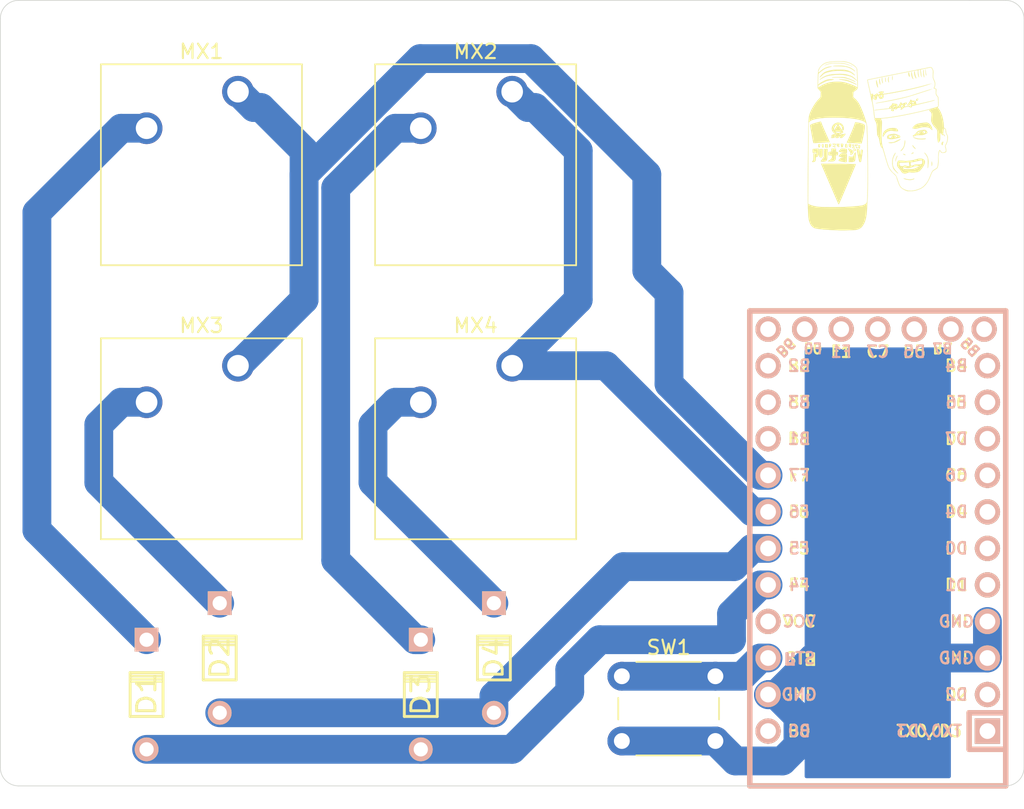
<source format=kicad_pcb>
(kicad_pcb (version 20171130) (host pcbnew "(5.1.7)-1")

  (general
    (thickness 1.6)
    (drawings 10)
    (tracks 70)
    (zones 0)
    (modules 11)
    (nets 32)
  )

  (page A4)
  (layers
    (0 F.Cu signal)
    (31 B.Cu signal)
    (32 B.Adhes user)
    (33 F.Adhes user)
    (34 B.Paste user)
    (35 F.Paste user)
    (36 B.SilkS user)
    (37 F.SilkS user)
    (38 B.Mask user)
    (39 F.Mask user)
    (40 Dwgs.User user)
    (41 Cmts.User user)
    (42 Eco1.User user)
    (43 Eco2.User user)
    (44 Edge.Cuts user)
    (45 Margin user)
    (46 B.CrtYd user)
    (47 F.CrtYd user)
    (48 B.Fab user)
    (49 F.Fab user)
  )

  (setup
    (last_trace_width 2)
    (trace_clearance 0.2)
    (zone_clearance 0.508)
    (zone_45_only no)
    (trace_min 0.2)
    (via_size 0.8)
    (via_drill 0.4)
    (via_min_size 0.4)
    (via_min_drill 0.3)
    (uvia_size 0.3)
    (uvia_drill 0.1)
    (uvias_allowed no)
    (uvia_min_size 0.2)
    (uvia_min_drill 0.1)
    (edge_width 0.05)
    (segment_width 0.2)
    (pcb_text_width 0.3)
    (pcb_text_size 1.5 1.5)
    (mod_edge_width 0.12)
    (mod_text_size 1 1)
    (mod_text_width 0.15)
    (pad_size 1.524 1.524)
    (pad_drill 0.762)
    (pad_to_mask_clearance 0)
    (aux_axis_origin 0 0)
    (visible_elements 7FFFFFFF)
    (pcbplotparams
      (layerselection 0x010fc_ffffffff)
      (usegerberextensions false)
      (usegerberattributes true)
      (usegerberadvancedattributes true)
      (creategerberjobfile true)
      (excludeedgelayer true)
      (linewidth 0.100000)
      (plotframeref false)
      (viasonmask false)
      (mode 1)
      (useauxorigin false)
      (hpglpennumber 1)
      (hpglpenspeed 20)
      (hpglpendiameter 15.000000)
      (psnegative false)
      (psa4output false)
      (plotreference true)
      (plotvalue true)
      (plotinvisibletext false)
      (padsonsilk false)
      (subtractmaskfromsilk false)
      (outputformat 1)
      (mirror false)
      (drillshape 1)
      (scaleselection 1)
      (outputdirectory ""))
  )

  (net 0 "")
  (net 1 "Net-(D1-Pad2)")
  (net 2 COL1)
  (net 3 "Net-(D2-Pad2)")
  (net 4 COL2)
  (net 5 "Net-(D3-Pad2)")
  (net 6 "Net-(D4-Pad2)")
  (net 7 ROW1)
  (net 8 ROW2)
  (net 9 GND)
  (net 10 "Net-(U1-Pad25)")
  (net 11 "Net-(U1-Pad26)")
  (net 12 "Net-(U1-Pad27)")
  (net 13 "Net-(U1-Pad28)")
  (net 14 "Net-(U1-Pad29)")
  (net 15 "Net-(U1-Pad24)")
  (net 16 "Net-(U1-Pad12)")
  (net 17 "Net-(U1-Pad21)")
  (net 18 "Net-(U1-Pad16)")
  (net 19 "Net-(U1-Pad15)")
  (net 20 "Net-(U1-Pad14)")
  (net 21 "Net-(U1-Pad13)")
  (net 22 "Net-(U1-Pad11)")
  (net 23 "Net-(U1-Pad10)")
  (net 24 "Net-(U1-Pad8)")
  (net 25 "Net-(U1-Pad6)")
  (net 26 "Net-(U1-Pad5)")
  (net 27 "Net-(U1-Pad1)")
  (net 28 "Net-(SW1-Pad1)")
  (net 29 "Net-(U1-Pad9)")
  (net 30 "Net-(U1-Pad7)")
  (net 31 "Net-(U1-Pad2)")

  (net_class Default "This is the default net class."
    (clearance 0.2)
    (trace_width 2)
    (via_dia 0.8)
    (via_drill 0.4)
    (uvia_dia 0.3)
    (uvia_drill 0.1)
    (add_net COL1)
    (add_net COL2)
    (add_net GND)
    (add_net "Net-(D1-Pad2)")
    (add_net "Net-(D2-Pad2)")
    (add_net "Net-(D3-Pad2)")
    (add_net "Net-(D4-Pad2)")
    (add_net "Net-(SW1-Pad1)")
    (add_net "Net-(U1-Pad1)")
    (add_net "Net-(U1-Pad10)")
    (add_net "Net-(U1-Pad11)")
    (add_net "Net-(U1-Pad12)")
    (add_net "Net-(U1-Pad13)")
    (add_net "Net-(U1-Pad14)")
    (add_net "Net-(U1-Pad15)")
    (add_net "Net-(U1-Pad16)")
    (add_net "Net-(U1-Pad2)")
    (add_net "Net-(U1-Pad21)")
    (add_net "Net-(U1-Pad24)")
    (add_net "Net-(U1-Pad25)")
    (add_net "Net-(U1-Pad26)")
    (add_net "Net-(U1-Pad27)")
    (add_net "Net-(U1-Pad28)")
    (add_net "Net-(U1-Pad29)")
    (add_net "Net-(U1-Pad5)")
    (add_net "Net-(U1-Pad6)")
    (add_net "Net-(U1-Pad7)")
    (add_net "Net-(U1-Pad8)")
    (add_net "Net-(U1-Pad9)")
    (add_net ROW1)
    (add_net ROW2)
  )

  (module keyboards:arny-kicad-test-final (layer F.Cu) (tedit 0) (tstamp 5F946351)
    (at 124.46 57.15)
    (fp_text reference Ref** (at 0 0) (layer F.SilkS) hide
      (effects (font (size 1.27 1.27) (thickness 0.15)))
    )
    (fp_text value Val** (at 0 0) (layer F.SilkS) hide
      (effects (font (size 1.27 1.27) (thickness 0.15)))
    )
    (fp_poly (pts (xy -2.424314 -5.922028) (xy -2.339633 -5.916458) (xy -2.2664 -5.907376) (xy -2.210264 -5.897259)
      (xy -2.066381 -5.858197) (xy -1.922497 -5.801391) (xy -1.785442 -5.731246) (xy -1.662046 -5.652167)
      (xy -1.559138 -5.568561) (xy -1.483548 -5.484833) (xy -1.442106 -5.405388) (xy -1.440884 -5.400964)
      (xy -1.434919 -5.360196) (xy -1.428063 -5.283255) (xy -1.420692 -5.176286) (xy -1.413183 -5.045429)
      (xy -1.405915 -4.896828) (xy -1.399263 -4.736625) (xy -1.398036 -4.70361) (xy -1.391162 -4.514778)
      (xy -1.386447 -4.363232) (xy -1.384889 -4.24394) (xy -1.387484 -4.15187) (xy -1.395231 -4.08199)
      (xy -1.409127 -4.029269) (xy -1.430169 -3.988675) (xy -1.459354 -3.955177) (xy -1.49768 -3.923741)
      (xy -1.546145 -3.889338) (xy -1.561585 -3.878546) (xy -1.687108 -3.790497) (xy -1.701778 -3.61504)
      (xy -1.708256 -3.528279) (xy -1.708847 -3.473251) (xy -1.701902 -3.439569) (xy -1.685766 -3.416843)
      (xy -1.667849 -3.401681) (xy -1.508394 -3.256143) (xy -1.371254 -3.088649) (xy -1.282338 -2.942541)
      (xy -1.201729 -2.776397) (xy -1.120306 -2.591471) (xy -1.040582 -2.394958) (xy -0.96507 -2.194055)
      (xy -0.896282 -1.995961) (xy -0.836732 -1.807873) (xy -0.788932 -1.636986) (xy -0.755395 -1.4905)
      (xy -0.739788 -1.38862) (xy -0.732007 -1.287481) (xy -0.724607 -1.14797) (xy -0.717621 -0.974045)
      (xy -0.711081 -0.769666) (xy -0.70502 -0.538792) (xy -0.69947 -0.285383) (xy -0.694463 -0.013397)
      (xy -0.690033 0.273206) (xy -0.686212 0.570467) (xy -0.683032 0.874426) (xy -0.680526 1.181124)
      (xy -0.678726 1.486603) (xy -0.677665 1.786902) (xy -0.677375 2.078063) (xy -0.677889 2.356126)
      (xy -0.67924 2.617132) (xy -0.681459 2.857122) (xy -0.68458 3.072136) (xy -0.688635 3.258216)
      (xy -0.693656 3.411401) (xy -0.699443 3.52425) (xy -0.706921 3.644021) (xy -0.715502 3.792622)
      (xy -0.724448 3.956588) (xy -0.733023 4.122457) (xy -0.73945 4.2545) (xy -0.754243 4.500094)
      (xy -0.774514 4.710038) (xy -0.801527 4.890803) (xy -0.836548 5.048863) (xy -0.880841 5.190689)
      (xy -0.935669 5.322754) (xy -0.956517 5.36575) (xy -1.048335 5.520902) (xy -1.151353 5.638359)
      (xy -1.270942 5.722355) (xy -1.412471 5.777125) (xy -1.502833 5.796529) (xy -1.570741 5.804331)
      (xy -1.673062 5.811621) (xy -1.801881 5.818182) (xy -1.949278 5.823793) (xy -2.107337 5.828236)
      (xy -2.268139 5.831293) (xy -2.423766 5.832744) (xy -2.566302 5.83237) (xy -2.687827 5.829954)
      (xy -2.69875 5.829583) (xy -2.990376 5.817701) (xy -3.264139 5.803533) (xy -3.516869 5.787371)
      (xy -3.745392 5.769512) (xy -3.946538 5.750249) (xy -4.117134 5.729879) (xy -4.254008 5.708696)
      (xy -4.353989 5.686994) (xy -4.4011 5.671322) (xy -4.526513 5.594828) (xy -4.630986 5.482124)
      (xy -4.714703 5.332932) (xy -4.777849 5.146973) (xy -4.793668 5.08) (xy -4.806778 5.004457)
      (xy -4.818464 4.905692) (xy -4.828745 4.782344) (xy -4.837638 4.63305) (xy -4.845161 4.456448)
      (xy -4.851333 4.251175) (xy -4.856171 4.015871) (xy -4.856513 3.989916) (xy -4.836583 3.989916)
      (xy -4.7359 4.038015) (xy -4.594933 4.092688) (xy -4.415963 4.140725) (xy -4.202954 4.181066)
      (xy -4.201583 4.181282) (xy -4.124516 4.189563) (xy -4.010755 4.196484) (xy -3.86592 4.202048)
      (xy -3.695629 4.20626) (xy -3.505501 4.209124) (xy -3.301155 4.210643) (xy -3.088209 4.210821)
      (xy -2.872282 4.209663) (xy -2.658991 4.207171) (xy -2.453957 4.203351) (xy -2.262797 4.198205)
      (xy -2.09113 4.191739) (xy -1.944574 4.183954) (xy -1.883833 4.179676) (xy -1.655207 4.161182)
      (xy -1.465965 4.14437) (xy -1.313206 4.12892) (xy -1.194029 4.114509) (xy -1.105532 4.100818)
      (xy -1.044814 4.087524) (xy -1.040675 4.086354) (xy -0.953669 4.052698) (xy -0.870423 4.006116)
      (xy -0.802633 3.954406) (xy -0.761996 3.905369) (xy -0.758842 3.898415) (xy -0.74962 3.85312)
      (xy -0.741189 3.768446) (xy -0.733583 3.647342) (xy -0.726839 3.492754) (xy -0.720992 3.307632)
      (xy -0.71608 3.094923) (xy -0.712137 2.857574) (xy -0.7092 2.598535) (xy -0.707304 2.320752)
      (xy -0.706486 2.027174) (xy -0.706781 1.720748) (xy -0.708226 1.404423) (xy -0.710855 1.081147)
      (xy -0.714707 0.753867) (xy -0.717892 0.53975) (xy -0.723739 0.188456) (xy -0.729341 -0.122921)
      (xy -0.734804 -0.396796) (xy -0.740239 -0.635584) (xy -0.745752 -0.8417) (xy -0.751453 -1.017559)
      (xy -0.75745 -1.165576) (xy -0.763852 -1.288166) (xy -0.770766 -1.387744) (xy -0.7783 -1.466726)
      (xy -0.786565 -1.527525) (xy -0.795667 -1.572557) (xy -0.805715 -1.604236) (xy -0.814913 -1.622215)
      (xy -0.884406 -1.693576) (xy -0.994171 -1.758448) (xy -1.142604 -1.816554) (xy -1.328103 -1.867617)
      (xy -1.549064 -1.911359) (xy -1.803884 -1.947504) (xy -2.090959 -1.975774) (xy -2.408687 -1.995891)
      (xy -2.755464 -2.00758) (xy -3.061614 -2.01068) (xy -3.385212 -2.005974) (xy -3.680009 -1.991851)
      (xy -3.944163 -1.968624) (xy -4.175832 -1.936604) (xy -4.373173 -1.896103) (xy -4.534345 -1.847434)
      (xy -4.657506 -1.790907) (xy -4.740813 -1.726836) (xy -4.741333 -1.726272) (xy -4.79425 -1.668794)
      (xy -4.807207 -0.405772) (xy -4.809646 -0.155801) (xy -4.8122 0.128501) (xy -4.81481 0.439133)
      (xy -4.817416 0.768092) (xy -4.819958 1.107377) (xy -4.822377 1.448985) (xy -4.824611 1.784916)
      (xy -4.826603 2.107167) (xy -4.82829 2.407736) (xy -4.828374 2.423583) (xy -4.836583 3.989916)
      (xy -4.856513 3.989916) (xy -4.859692 3.749172) (xy -4.861916 3.449717) (xy -4.862859 3.116144)
      (xy -4.86254 2.74709) (xy -4.860977 2.341193) (xy -4.858187 1.897091) (xy -4.854188 1.413423)
      (xy -4.848999 0.888825) (xy -4.848888 0.878416) (xy -4.84529 0.550394) (xy -4.84156 0.230909)
      (xy -4.837746 -0.077112) (xy -4.833892 -0.370742) (xy -4.830045 -0.647053) (xy -4.826249 -0.903117)
      (xy -4.822552 -1.136008) (xy -4.818998 -1.342798) (xy -4.815634 -1.520558) (xy -4.812504 -1.666363)
      (xy -4.809655 -1.777284) (xy -4.807133 -1.850394) (xy -4.805913 -1.87325) (xy -4.792274 -2.012263)
      (xy -4.769979 -2.136184) (xy -4.73548 -2.256956) (xy -4.685233 -2.386521) (xy -4.615689 -2.536822)
      (xy -4.598494 -2.57175) (xy -4.466242 -2.812153) (xy -4.317866 -3.035563) (xy -4.161001 -3.230752)
      (xy -4.1205 -3.274724) (xy -3.974023 -3.428926) (xy -3.963409 -3.615073) (xy -3.952796 -3.80122)
      (xy -4.042154 -3.906152) (xy -4.093077 -3.964329) (xy -4.13646 -4.011055) (xy -4.160118 -4.033752)
      (xy -4.168395 -4.046718) (xy -4.174352 -4.073539) (xy -4.178042 -4.11857) (xy -4.179519 -4.186168)
      (xy -4.178835 -4.28069) (xy -4.178536 -4.294189) (xy -4.15302 -4.294189) (xy -4.039718 -4.380161)
      (xy -3.908238 -4.469331) (xy -3.762689 -4.550545) (xy -3.619451 -4.615219) (xy -3.536283 -4.644044)
      (xy -3.469795 -4.658418) (xy -3.386907 -4.669016) (xy -3.297413 -4.675576) (xy -3.211103 -4.677831)
      (xy -3.13777 -4.675518) (xy -3.087203 -4.668373) (xy -3.069167 -4.656667) (xy -3.073289 -4.635667)
      (xy -3.074458 -4.635042) (xy -3.096276 -4.632284) (xy -3.151157 -4.625181) (xy -3.230192 -4.614892)
      (xy -3.302 -4.605511) (xy -3.388222 -4.593395) (xy -3.458363 -4.580266) (xy -3.52225 -4.562682)
      (xy -3.589709 -4.537199) (xy -3.670566 -4.500372) (xy -3.774648 -4.448759) (xy -3.831167 -4.420052)
      (xy -3.945012 -4.361815) (xy -4.026647 -4.318651) (xy -4.081589 -4.286424) (xy -4.115352 -4.261)
      (xy -4.133451 -4.238242) (xy -4.141402 -4.214015) (xy -4.144653 -4.184999) (xy -4.146248 -4.13434)
      (xy -4.141949 -4.107583) (xy -4.140075 -4.106334) (xy -4.118108 -4.117008) (xy -4.070619 -4.145134)
      (xy -4.007435 -4.184869) (xy -4.000581 -4.189289) (xy -3.828614 -4.285138) (xy -3.626587 -4.371594)
      (xy -3.406559 -4.443522) (xy -3.39725 -4.446108) (xy -3.270848 -4.472445) (xy -3.11525 -4.491725)
      (xy -2.943091 -4.503393) (xy -2.767007 -4.506894) (xy -2.599633 -4.501676) (xy -2.455333 -4.487436)
      (xy -2.302065 -4.457293) (xy -2.126922 -4.410135) (xy -1.944334 -4.350716) (xy -1.768734 -4.28379)
      (xy -1.614553 -4.214113) (xy -1.594216 -4.203744) (xy -1.411519 -4.108899) (xy -1.425055 -4.599742)
      (xy -1.429674 -4.752177) (xy -1.43496 -4.90178) (xy -1.440539 -5.039511) (xy -1.446033 -5.156334)
      (xy -1.451069 -5.243209) (xy -1.452737 -5.26591) (xy -1.460824 -5.353442) (xy -1.471186 -5.411648)
      (xy -1.488755 -5.453454) (xy -1.518462 -5.491785) (xy -1.552164 -5.526518) (xy -1.64392 -5.604323)
      (xy -1.761478 -5.683972) (xy -1.889764 -5.7563) (xy -2.013703 -5.812146) (xy -2.034783 -5.81988)
      (xy -2.205954 -5.864825) (xy -2.414137 -5.892246) (xy -2.65992 -5.902198) (xy -2.8575 -5.898694)
      (xy -3.098757 -5.885159) (xy -3.302972 -5.863347) (xy -3.474912 -5.831627) (xy -3.619344 -5.788367)
      (xy -3.741035 -5.731935) (xy -3.844753 -5.6607) (xy -3.935263 -5.57303) (xy -3.98437 -5.512974)
      (xy -4.040481 -5.426662) (xy -4.085907 -5.333797) (xy -4.115691 -5.246693) (xy -4.124875 -5.177667)
      (xy -4.123745 -5.166763) (xy -4.116054 -5.151699) (xy -4.096889 -5.154261) (xy -4.060771 -5.17762)
      (xy -4.002224 -5.224947) (xy -3.958167 -5.262611) (xy -3.816424 -5.374773) (xy -3.682347 -5.456324)
      (xy -3.542646 -5.513435) (xy -3.38403 -5.552277) (xy -3.307292 -5.564813) (xy -3.235139 -5.572792)
      (xy -3.20242 -5.570818) (xy -3.207751 -5.560167) (xy -3.249749 -5.542112) (xy -3.327028 -5.517925)
      (xy -3.371464 -5.50577) (xy -3.533899 -5.456557) (xy -3.668469 -5.399999) (xy -3.789637 -5.329124)
      (xy -3.886588 -5.257475) (xy -3.956977 -5.201394) (xy -4.021529 -5.150162) (xy -4.067268 -5.114076)
      (xy -4.070238 -5.11175) (xy -4.089382 -5.095611) (xy -4.103636 -5.077248) (xy -4.114011 -5.050323)
      (xy -4.121516 -5.008493) (xy -4.127161 -4.945419) (xy -4.131955 -4.85476) (xy -4.136907 -4.730175)
      (xy -4.138702 -4.681803) (xy -4.15302 -4.294189) (xy -4.178536 -4.294189) (xy -4.176043 -4.406491)
      (xy -4.171196 -4.567929) (xy -4.167835 -4.668752) (xy -4.161675 -4.846142) (xy -4.156299 -4.986657)
      (xy -4.15113 -5.095733) (xy -4.145595 -5.178807) (xy -4.139119 -5.241314) (xy -4.131128 -5.288692)
      (xy -4.121048 -5.326377) (xy -4.108304 -5.359804) (xy -4.092321 -5.394411) (xy -4.090834 -5.3975)
      (xy -4.02116 -5.51009) (xy -3.926104 -5.620229) (xy -3.817953 -5.715644) (xy -3.708992 -5.784063)
      (xy -3.699261 -5.788615) (xy -3.603378 -5.827264) (xy -3.501565 -5.85775) (xy -3.387023 -5.881099)
      (xy -3.252953 -5.898335) (xy -3.092557 -5.910484) (xy -2.899034 -5.918571) (xy -2.824098 -5.920587)
      (xy -2.658841 -5.923799) (xy -2.528148 -5.924377) (xy -2.424314 -5.922028)) (layer F.SilkS) (width 0.01))
    (fp_poly (pts (xy 3.716486 -5.509154) (xy 3.753094 -5.484232) (xy 3.785138 -5.437331) (xy 3.821848 -5.365059)
      (xy 3.823133 -5.362434) (xy 3.85042 -5.303226) (xy 3.865904 -5.254449) (xy 3.8715 -5.201952)
      (xy 3.86912 -5.131583) (xy 3.863638 -5.062997) (xy 3.854538 -4.946452) (xy 3.851717 -4.860519)
      (xy 3.856667 -4.793746) (xy 3.870877 -4.734685) (xy 3.895836 -4.671884) (xy 3.921645 -4.617214)
      (xy 3.961425 -4.526432) (xy 3.982376 -4.44961) (xy 3.989636 -4.365816) (xy 3.989917 -4.339167)
      (xy 3.982127 -4.228962) (xy 3.960157 -4.144909) (xy 3.954591 -4.132981) (xy 3.932821 -4.085003)
      (xy 3.93667 -4.059121) (xy 3.972439 -4.043182) (xy 4.005469 -4.034855) (xy 4.05453 -4.008359)
      (xy 4.077184 -3.956217) (xy 4.074573 -3.874535) (xy 4.065845 -3.828815) (xy 4.056627 -3.712043)
      (xy 4.085564 -3.603526) (xy 4.14896 -3.502715) (xy 4.186252 -3.45358) (xy 4.20954 -3.418661)
      (xy 4.213295 -3.410215) (xy 4.214234 -3.385487) (xy 4.216048 -3.326359) (xy 4.218505 -3.24075)
      (xy 4.221374 -3.136579) (xy 4.222511 -3.094248) (xy 4.225236 -2.973684) (xy 4.225482 -2.88828)
      (xy 4.222606 -2.830902) (xy 4.215967 -2.794414) (xy 4.204923 -2.771684) (xy 4.192308 -2.758459)
      (xy 4.17465 -2.739874) (xy 4.171529 -2.719143) (xy 4.186187 -2.68755) (xy 4.221861 -2.636378)
      (xy 4.253183 -2.594656) (xy 4.338528 -2.458224) (xy 4.415727 -2.288742) (xy 4.482035 -2.095151)
      (xy 4.534709 -1.886389) (xy 4.571005 -1.671395) (xy 4.585859 -1.510907) (xy 4.592669 -1.405545)
      (xy 4.599717 -1.335636) (xy 4.608417 -1.29432) (xy 4.620181 -1.274733) (xy 4.635445 -1.27)
      (xy 4.687311 -1.250743) (xy 4.723841 -1.197702) (xy 4.740696 -1.117974) (xy 4.741333 -1.096867)
      (xy 4.760951 -0.949321) (xy 4.81873 -0.817373) (xy 4.832667 -0.79625) (xy 4.864461 -0.718442)
      (xy 4.875277 -0.613439) (xy 4.866416 -0.49004) (xy 4.839181 -0.357046) (xy 4.794875 -0.223255)
      (xy 4.734798 -0.097468) (xy 4.727357 -0.084624) (xy 4.704302 -0.034187) (xy 4.707288 0.008878)
      (xy 4.71738 0.034086) (xy 4.733633 0.086624) (xy 4.748261 0.162283) (xy 4.755753 0.222027)
      (xy 4.761186 0.294993) (xy 4.757992 0.339444) (xy 4.742623 0.368891) (xy 4.711535 0.396846)
      (xy 4.709446 0.398492) (xy 4.652884 0.430022) (xy 4.579333 0.443302) (xy 4.537696 0.4445)
      (xy 4.470451 0.442477) (xy 4.429125 0.430818) (xy 4.397319 0.401138) (xy 4.366494 0.356947)
      (xy 4.308555 0.269395) (xy 4.282234 0.3339) (xy 4.250564 0.442115) (xy 4.229381 0.580119)
      (xy 4.219888 0.736399) (xy 4.223242 0.898743) (xy 4.225813 1.037075) (xy 4.217591 1.1754)
      (xy 4.200026 1.30348) (xy 4.174567 1.411074) (xy 4.142667 1.487945) (xy 4.138942 1.493909)
      (xy 4.104375 1.528305) (xy 4.044669 1.571366) (xy 3.974902 1.612568) (xy 3.906355 1.652168)
      (xy 3.85195 1.69379) (xy 3.806655 1.744697) (xy 3.765439 1.812154) (xy 3.72327 1.903424)
      (xy 3.675117 2.02577) (xy 3.659275 2.068205) (xy 3.5553 2.308695) (xy 3.433891 2.517941)
      (xy 3.296958 2.693615) (xy 3.14641 2.833388) (xy 2.984157 2.934933) (xy 2.927977 2.959814)
      (xy 2.830113 2.996699) (xy 2.727597 3.031935) (xy 2.641319 3.058369) (xy 2.63525 3.060022)
      (xy 2.540593 3.079091) (xy 2.424712 3.093087) (xy 2.300749 3.101381) (xy 2.181849 3.103344)
      (xy 2.081155 3.098348) (xy 2.023909 3.089266) (xy 1.93069 3.056597) (xy 1.824444 3.00532)
      (xy 1.721213 2.944341) (xy 1.637036 2.882567) (xy 1.61472 2.862084) (xy 1.562056 2.799234)
      (xy 1.511105 2.722562) (xy 1.494742 2.69275) (xy 1.469572 2.63649) (xy 1.437736 2.556168)
      (xy 1.402543 2.461313) (xy 1.367303 2.361456) (xy 1.335325 2.266125) (xy 1.309919 2.18485)
      (xy 1.294393 2.12716) (xy 1.291167 2.106566) (xy 1.289 2.093179) (xy 1.279722 2.075986)
      (xy 1.259166 2.05046) (xy 1.223164 2.012072) (xy 1.167549 1.956296) (xy 1.088154 1.878604)
      (xy 1.024235 1.816546) (xy 0.95726 1.74914) (xy 0.898791 1.683328) (xy 0.846846 1.614631)
      (xy 0.799445 1.538574) (xy 0.754605 1.45068) (xy 0.710345 1.34647) (xy 0.664685 1.22147)
      (xy 0.615644 1.0712) (xy 0.561239 0.891186) (xy 0.49949 0.676949) (xy 0.463536 0.54952)
      (xy 0.420618 0.40056) (xy 0.382421 0.275688) (xy 0.350291 0.178914) (xy 0.325576 0.114249)
      (xy 0.309623 0.085702) (xy 0.307374 0.084666) (xy 0.262564 0.065735) (xy 0.221287 0.008305)
      (xy 0.183165 -0.088577) (xy 0.14782 -0.225864) (xy 0.115791 -0.398788) (xy 0.093705 -0.515203)
      (xy 0.068388 -0.601753) (xy 0.035837 -0.670898) (xy 0.020478 -0.695597) (xy -0.01536 -0.755291)
      (xy -0.038701 -0.804838) (xy -0.043607 -0.823838) (xy -0.051274 -1.021902) (xy -0.058047 -1.18277)
      (xy -0.064542 -1.311551) (xy -0.07138 -1.413356) (xy -0.079178 -1.493295) (xy -0.088554 -1.556477)
      (xy -0.100128 -1.608014) (xy -0.114516 -1.653013) (xy -0.132339 -1.696587) (xy -0.154214 -1.743844)
      (xy -0.155196 -1.745911) (xy -0.232652 -1.909011) (xy -0.185118 -1.921686) (xy -0.1527 -1.931644)
      (xy -0.156859 -1.936541) (xy 0.211667 -1.936541) (xy 0.219467 -1.91612) (xy 0.239508 -1.869002)
      (xy 0.257178 -1.828663) (xy 0.272041 -1.793787) (xy 0.282873 -1.761491) (xy 0.289877 -1.72534)
      (xy 0.293258 -1.678895) (xy 0.293222 -1.61572) (xy 0.289972 -1.529377) (xy 0.283713 -1.41343)
      (xy 0.275014 -1.267467) (xy 0.260706 -0.950324) (xy 0.258617 -0.670651) (xy 0.26896 -0.42532)
      (xy 0.291948 -0.211206) (xy 0.327796 -0.025182) (xy 0.369672 0.116416) (xy 0.385188 0.16488)
      (xy 0.409226 0.245453) (xy 0.439248 0.349382) (xy 0.472717 0.467914) (xy 0.498111 0.55952)
      (xy 0.560186 0.780667) (xy 0.618584 0.979602) (xy 0.672074 1.152459) (xy 0.719423 1.295368)
      (xy 0.759401 1.404463) (xy 0.788332 1.471083) (xy 0.817117 1.519641) (xy 0.861029 1.58368)
      (xy 0.9135 1.654784) (xy 0.967962 1.724533) (xy 1.017848 1.784512) (xy 1.05659 1.826302)
      (xy 1.077349 1.8415) (xy 1.098412 1.855351) (xy 1.140075 1.891692) (xy 1.193383 1.942705)
      (xy 1.19423 1.943547) (xy 1.237429 1.98874) (xy 1.27088 2.031772) (xy 1.299246 2.0818)
      (xy 1.327192 2.147983) (xy 1.359381 2.239479) (xy 1.385564 2.319255) (xy 1.441213 2.484519)
      (xy 1.491215 2.614848) (xy 1.539779 2.716477) (xy 1.591116 2.79564) (xy 1.649435 2.858573)
      (xy 1.718946 2.91151) (xy 1.80386 2.960686) (xy 1.826618 2.972428) (xy 1.999429 3.041176)
      (xy 2.180843 3.074892) (xy 2.375646 3.07381) (xy 2.588627 3.038163) (xy 2.680879 3.014021)
      (xy 2.840849 2.963253) (xy 2.969467 2.90945) (xy 3.077614 2.846626) (xy 3.176168 2.768798)
      (xy 3.242365 2.705161) (xy 3.345906 2.590923) (xy 3.432347 2.474277) (xy 3.508048 2.344675)
      (xy 3.57937 2.19157) (xy 3.632723 2.057852) (xy 3.686629 1.920646) (xy 3.733102 1.816852)
      (xy 3.777068 1.739396) (xy 3.82345 1.681202) (xy 3.877175 1.635192) (xy 3.943167 1.594292)
      (xy 3.962687 1.583756) (xy 4.045989 1.532909) (xy 4.10357 1.483683) (xy 4.122312 1.457304)
      (xy 4.149266 1.384445) (xy 4.169896 1.290132) (xy 4.184819 1.169266) (xy 4.194656 1.016744)
      (xy 4.200023 0.827466) (xy 4.200215 0.814916) (xy 4.203397 0.667807) (xy 4.208488 0.555701)
      (xy 4.216159 0.471286) (xy 4.227084 0.407251) (xy 4.241934 0.356284) (xy 4.242564 0.354566)
      (xy 4.267204 0.294624) (xy 4.288982 0.253116) (xy 4.297498 0.243005) (xy 4.318077 0.252827)
      (xy 4.352687 0.289688) (xy 4.382875 0.330082) (xy 4.422757 0.385594) (xy 4.453598 0.413795)
      (xy 4.490226 0.422337) (xy 4.547467 0.418872) (xy 4.553739 0.41827) (xy 4.646733 0.399242)
      (xy 4.706868 0.36108) (xy 4.735588 0.300488) (xy 4.73434 0.214168) (xy 4.704569 0.098824)
      (xy 4.699868 0.084956) (xy 4.678018 0.007456) (xy 4.674494 -0.042707) (xy 4.679219 -0.054587)
      (xy 4.696305 -0.084242) (xy 4.724159 -0.141847) (xy 4.75743 -0.216209) (xy 4.765408 -0.234794)
      (xy 4.801445 -0.327071) (xy 4.822225 -0.40581) (xy 4.831905 -0.491296) (xy 4.834373 -0.5715)
      (xy 4.833829 -0.665598) (xy 4.828013 -0.729413) (xy 4.81482 -0.774879) (xy 4.792147 -0.813928)
      (xy 4.791446 -0.814917) (xy 4.76173 -0.871965) (xy 4.735221 -0.94856) (xy 4.715499 -1.030028)
      (xy 4.706143 -1.101695) (xy 4.710264 -1.147727) (xy 4.703606 -1.18123) (xy 4.6716 -1.217508)
      (xy 4.628177 -1.243543) (xy 4.60208 -1.248834) (xy 4.587415 -1.228904) (xy 4.57393 -1.174048)
      (xy 4.563984 -1.09718) (xy 4.555185 -1.014022) (xy 4.545665 -0.941783) (xy 4.537484 -0.896101)
      (xy 4.537483 -0.896097) (xy 4.536448 -0.85566) (xy 4.552164 -0.846667) (xy 4.596986 -0.828954)
      (xy 4.636835 -0.787037) (xy 4.656343 -0.737752) (xy 4.656587 -0.732262) (xy 4.653185 -0.7093)
      (xy 4.639763 -0.718267) (xy 4.614565 -0.756709) (xy 4.574345 -0.810196) (xy 4.543715 -0.823668)
      (xy 4.524289 -0.799042) (xy 4.505533 -0.787554) (xy 4.47383 -0.806724) (xy 4.436814 -0.850218)
      (xy 4.411311 -0.892751) (xy 4.384257 -0.936936) (xy 4.364867 -0.947656) (xy 4.352339 -0.922881)
      (xy 4.345874 -0.860583) (xy 4.34467 -0.75873) (xy 4.34513 -0.724959) (xy 4.344158 -0.600475)
      (xy 4.337092 -0.49859) (xy 4.324614 -0.428321) (xy 4.322156 -0.420602) (xy 4.295302 -0.363935)
      (xy 4.260522 -0.314852) (xy 4.226402 -0.283232) (xy 4.201525 -0.278953) (xy 4.200121 -0.280157)
      (xy 4.183803 -0.316086) (xy 4.168378 -0.384486) (xy 4.154918 -0.475495) (xy 4.144496 -0.57925)
      (xy 4.138186 -0.685891) (xy 4.13706 -0.785554) (xy 4.139366 -0.83854) (xy 4.145837 -0.961723)
      (xy 4.142518 -1.054141) (xy 4.126071 -1.12687) (xy 4.093161 -1.190982) (xy 4.040452 -1.257553)
      (xy 4.00002 -1.301105) (xy 3.879129 -1.444029) (xy 3.785055 -1.589869) (xy 3.725879 -1.723428)
      (xy 3.714236 -1.770559) (xy 3.709874 -1.826222) (xy 3.712806 -1.90071) (xy 3.723049 -2.004312)
      (xy 3.726324 -2.032364) (xy 3.738676 -2.159693) (xy 3.739502 -2.254354) (xy 3.726734 -2.324943)
      (xy 3.698304 -2.380055) (xy 3.652143 -2.428285) (xy 3.626005 -2.449296) (xy 3.58271 -2.486813)
      (xy 3.573109 -2.513302) (xy 3.599721 -2.535366) (xy 3.665068 -2.559605) (xy 3.668543 -2.56072)
      (xy 3.716739 -2.578839) (xy 3.739876 -2.593017) (xy 3.739936 -2.595953) (xy 3.717214 -2.594351)
      (xy 3.660941 -2.583656) (xy 3.578526 -2.565457) (xy 3.47738 -2.541345) (xy 3.42631 -2.528632)
      (xy 3.057646 -2.438112) (xy 2.689909 -2.352536) (xy 2.327719 -2.272782) (xy 1.975701 -2.199731)
      (xy 1.638477 -2.134261) (xy 1.320669 -2.077253) (xy 1.0269 -2.029585) (xy 0.761793 -1.992137)
      (xy 0.529971 -1.965789) (xy 0.418042 -1.956327) (xy 0.330487 -1.949577) (xy 0.261365 -1.943344)
      (xy 0.219722 -1.938497) (xy 0.211667 -1.936541) (xy -0.156859 -1.936541) (xy -0.158857 -1.938893)
      (xy -0.1905 -1.94697) (xy -0.228569 -1.965173) (xy -0.24527 -2.004479) (xy -0.248359 -2.032832)
      (xy -0.259595 -2.167509) (xy -0.275827 -2.318833) (xy -0.29592 -2.479511) (xy -0.31874 -2.642246)
      (xy -0.343153 -2.799745) (xy -0.368026 -2.944712) (xy -0.392225 -3.069853) (xy -0.414615 -3.167873)
      (xy -0.434063 -3.231478) (xy -0.435068 -3.233938) (xy -0.456263 -3.303177) (xy -0.46568 -3.370548)
      (xy -0.465708 -3.373377) (xy -0.470404 -3.410739) (xy -0.483645 -3.483351) (xy -0.504193 -3.585276)
      (xy -0.530812 -3.710578) (xy -0.562264 -3.853318) (xy -0.597312 -4.007559) (xy -0.60287 -4.031613)
      (xy -0.637501 -4.183868) (xy -0.667854 -4.322646) (xy -0.692865 -4.442635) (xy -0.711468 -4.538521)
      (xy -0.722599 -4.60499) (xy -0.724045 -4.622698) (xy -0.695586 -4.622698) (xy -0.693701 -4.601114)
      (xy -0.68368 -4.545231) (xy -0.667054 -4.461967) (xy -0.645358 -4.358237) (xy -0.620124 -4.240959)
      (xy -0.592886 -4.117048) (xy -0.565175 -3.993421) (xy -0.538526 -3.876994) (xy -0.51447 -3.774684)
      (xy -0.494542 -3.693407) (xy -0.480274 -3.640078) (xy -0.47377 -3.621925) (xy -0.453565 -3.626489)
      (xy -0.413762 -3.648659) (xy -0.410748 -3.650616) (xy -0.361429 -3.670932) (xy -0.330956 -3.653955)
      (xy -0.318311 -3.598937) (xy -0.317824 -3.582459) (xy -0.314319 -3.550649) (xy -0.30027 -3.539083)
      (xy -0.269531 -3.549312) (xy -0.215957 -3.582886) (xy -0.159893 -3.622315) (xy -0.0929 -3.667821)
      (xy -0.051074 -3.688937) (xy -0.027265 -3.688622) (xy -0.019347 -3.680523) (xy -0.008956 -3.635788)
      (xy -0.011936 -3.615963) (xy -0.011591 -3.5907) (xy 0.018771 -3.591576) (xy 0.019603 -3.591792)
      (xy 0.067174 -3.615108) (xy 0.086565 -3.632371) (xy 0.125911 -3.6558) (xy 0.161342 -3.661834)
      (xy 0.203244 -3.667958) (xy 0.207388 -3.683613) (xy 0.176104 -3.70472) (xy 0.126389 -3.723016)
      (xy 0.076894 -3.742632) (xy 0.052973 -3.761842) (xy 0.05307 -3.767916) (xy 0.086779 -3.791631)
      (xy 0.147737 -3.810653) (xy 0.223176 -3.823629) (xy 0.300329 -3.829209) (xy 0.366428 -3.826039)
      (xy 0.408705 -3.812769) (xy 0.415072 -3.806244) (xy 0.410122 -3.777108) (xy 0.374746 -3.735361)
      (xy 0.361683 -3.72389) (xy 0.322614 -3.684604) (xy 0.31139 -3.657718) (xy 0.315044 -3.652768)
      (xy 0.341357 -3.652364) (xy 0.403258 -3.658619) (xy 0.494672 -3.670694) (xy 0.609522 -3.68775)
      (xy 0.741733 -3.708948) (xy 0.831034 -3.724022) (xy 1.308346 -3.809905) (xy 1.775898 -3.901453)
      (xy 2.226637 -3.997133) (xy 2.653508 -4.09541) (xy 3.049455 -4.194747) (xy 3.2742 -4.255604)
      (xy 3.393223 -4.28828) (xy 3.497559 -4.315813) (xy 3.58065 -4.336564) (xy 3.635938 -4.348893)
      (xy 3.656792 -4.351264) (xy 3.641603 -4.341804) (xy 3.592431 -4.322954) (xy 3.516025 -4.296852)
      (xy 3.419137 -4.265634) (xy 3.308515 -4.231439) (xy 3.190911 -4.196404) (xy 3.073075 -4.162666)
      (xy 2.9845 -4.138399) (xy 2.715481 -4.069595) (xy 2.41468 -3.998147) (xy 2.092378 -3.926176)
      (xy 1.758858 -3.855801) (xy 1.424402 -3.78914) (xy 1.099291 -3.728313) (xy 0.793808 -3.67544)
      (xy 0.560917 -3.638875) (xy 0.391583 -3.613808) (xy 0.398827 -3.52366) (xy 0.398027 -3.456129)
      (xy 0.387058 -3.400005) (xy 0.382592 -3.389642) (xy 0.346543 -3.35628) (xy 0.286679 -3.327773)
      (xy 0.221487 -3.310696) (xy 0.169449 -3.311623) (xy 0.166308 -3.31271) (xy 0.128919 -3.342725)
      (xy 0.088902 -3.396461) (xy 0.056607 -3.457343) (xy 0.042386 -3.508797) (xy 0.042333 -3.511237)
      (xy 0.041814 -3.513155) (xy 0.177983 -3.513155) (xy 0.194376 -3.472992) (xy 0.220077 -3.437277)
      (xy 0.242356 -3.434763) (xy 0.27811 -3.463415) (xy 0.30367 -3.5002) (xy 0.294907 -3.537498)
      (xy 0.258905 -3.572805) (xy 0.216006 -3.568155) (xy 0.191876 -3.547076) (xy 0.177983 -3.513155)
      (xy 0.041814 -3.513155) (xy 0.032488 -3.547594) (xy 0.005292 -3.552107) (xy -0.018491 -3.535742)
      (xy -0.03678 -3.492086) (xy -0.05268 -3.413678) (xy -0.052917 -3.412195) (xy -0.074055 -3.319745)
      (xy -0.103743 -3.264213) (xy -0.145186 -3.240525) (xy -0.162418 -3.238825) (xy -0.1979 -3.25274)
      (xy -0.244264 -3.286909) (xy -0.287733 -3.328971) (xy -0.31453 -3.366567) (xy -0.3175 -3.377965)
      (xy -0.300618 -3.400464) (xy -0.261519 -3.407207) (xy -0.217526 -3.397565) (xy -0.194734 -3.382434)
      (xy -0.17388 -3.368372) (xy -0.169333 -3.385298) (xy -0.184391 -3.417796) (xy -0.219979 -3.459643)
      (xy -0.261722 -3.496385) (xy -0.295242 -3.51357) (xy -0.297021 -3.513667) (xy -0.316044 -3.495754)
      (xy -0.326468 -3.466042) (xy -0.336665 -3.417846) (xy -0.351706 -3.34836) (xy -0.360405 -3.308656)
      (xy -0.373926 -3.19556) (xy -0.361936 -3.086406) (xy -0.339962 -2.969117) (xy -0.316708 -2.831082)
      (xy -0.293296 -2.680493) (xy -0.270843 -2.52554) (xy -0.250472 -2.374414) (xy -0.2333 -2.235305)
      (xy -0.220449 -2.116404) (xy -0.213038 -2.025901) (xy -0.211667 -1.987406) (xy -0.191727 -1.978298)
      (xy -0.136569 -1.972307) (xy -0.053183 -1.969325) (xy 0.051438 -1.969241) (xy 0.170304 -1.971944)
      (xy 0.296423 -1.977323) (xy 0.422804 -1.985269) (xy 0.542455 -1.99567) (xy 0.582213 -1.999957)
      (xy 0.845419 -2.03398) (xy 1.141809 -2.079202) (xy 1.464174 -2.134147) (xy 1.805306 -2.197338)
      (xy 2.157998 -2.2673) (xy 2.515041 -2.342555) (xy 2.869228 -2.421629) (xy 3.21335 -2.503043)
      (xy 3.5402 -2.585322) (xy 3.659751 -2.617612) (xy 3.774722 -2.617612) (xy 3.777628 -2.605028)
      (xy 3.788833 -2.6035) (xy 3.806256 -2.611245) (xy 3.802944 -2.617612) (xy 3.777824 -2.620145)
      (xy 3.774722 -2.617612) (xy 3.659751 -2.617612) (xy 3.725054 -2.63525) (xy 3.831167 -2.63525)
      (xy 3.84175 -2.624667) (xy 3.852333 -2.63525) (xy 3.84175 -2.645834) (xy 3.831167 -2.63525)
      (xy 3.725054 -2.63525) (xy 3.84257 -2.66699) (xy 3.852333 -2.669738) (xy 3.977501 -2.705621)
      (xy 4.067599 -2.733339) (xy 4.128538 -2.755336) (xy 4.16623 -2.774054) (xy 4.186588 -2.791939)
      (xy 4.195523 -2.811433) (xy 4.195566 -2.811609) (xy 4.1979 -2.845075) (xy 4.19823 -2.911805)
      (xy 4.196646 -3.002781) (xy 4.193242 -3.108985) (xy 4.19229 -3.132718) (xy 4.180417 -3.418519)
      (xy 4.108041 -3.508478) (xy 4.069455 -3.564621) (xy 4.045441 -3.624231) (xy 4.034355 -3.697172)
      (xy 4.034552 -3.793308) (xy 4.042472 -3.901838) (xy 4.038678 -3.970642) (xy 4.0086 -4.008603)
      (xy 3.947593 -4.021263) (xy 3.942292 -4.021343) (xy 3.905925 -4.030889) (xy 3.89725 -4.062023)
      (xy 3.915801 -4.119521) (xy 3.929828 -4.149146) (xy 3.964623 -4.265248) (xy 3.962782 -4.396534)
      (xy 3.924711 -4.537697) (xy 3.895021 -4.604731) (xy 3.866671 -4.662947) (xy 3.846587 -4.711329)
      (xy 3.833722 -4.758532) (xy 3.827029 -4.813213) (xy 3.82546 -4.88403) (xy 3.827968 -4.979639)
      (xy 3.833503 -5.108697) (xy 3.833645 -5.111843) (xy 3.836154 -5.200831) (xy 3.83212 -5.262464)
      (xy 3.818756 -5.311554) (xy 3.793275 -5.362912) (xy 3.783057 -5.380624) (xy 3.747864 -5.437736)
      (xy 3.719787 -5.478091) (xy 3.709061 -5.489725) (xy 3.684482 -5.488795) (xy 3.626963 -5.480552)
      (xy 3.544939 -5.466645) (xy 3.446845 -5.448721) (xy 3.341115 -5.428428) (xy 3.236184 -5.407412)
      (xy 3.140486 -5.387321) (xy 3.062457 -5.369802) (xy 3.010531 -5.356502) (xy 2.993401 -5.349957)
      (xy 2.990773 -5.325298) (xy 2.993496 -5.269561) (xy 3.000955 -5.193581) (xy 3.00351 -5.172507)
      (xy 3.015469 -5.077403) (xy 3.027104 -4.984719) (xy 3.036001 -4.913692) (xy 3.036379 -4.910667)
      (xy 3.048279 -4.815417) (xy 3.012919 -4.8895) (xy 2.991978 -4.956923) (xy 2.976143 -5.056301)
      (xy 2.967931 -5.159148) (xy 2.958304 -5.354711) (xy 2.90261 -5.341429) (xy 2.855405 -5.328427)
      (xy 2.831042 -5.319242) (xy 2.819688 -5.291669) (xy 2.8157 -5.233014) (xy 2.818597 -5.153793)
      (xy 2.827896 -5.064523) (xy 2.843118 -4.975723) (xy 2.847697 -4.955232) (xy 2.864916 -4.871555)
      (xy 2.869412 -4.823126) (xy 2.861716 -4.811483) (xy 2.842363 -4.838163) (xy 2.821948 -4.880959)
      (xy 2.797166 -4.970323) (xy 2.786437 -5.094663) (xy 2.785874 -5.138209) (xy 2.784566 -5.218196)
      (xy 2.781057 -5.278914) (xy 2.77601 -5.310499) (xy 2.774078 -5.312848) (xy 2.750984 -5.308835)
      (xy 2.690261 -5.297283) (xy 2.595634 -5.278933) (xy 2.470824 -5.254524) (xy 2.319552 -5.224797)
      (xy 2.145542 -5.190492) (xy 1.952514 -5.15235) (xy 1.744193 -5.111112) (xy 1.524298 -5.067516)
      (xy 1.296554 -5.022305) (xy 1.064681 -4.976218) (xy 0.832402 -4.929995) (xy 0.603439 -4.884378)
      (xy 0.381515 -4.840106) (xy 0.170351 -4.797919) (xy -0.026331 -4.758559) (xy -0.204808 -4.722765)
      (xy -0.361358 -4.691278) (xy -0.492259 -4.664838) (xy -0.593788 -4.644185) (xy -0.662225 -4.630061)
      (xy -0.693846 -4.623205) (xy -0.695586 -4.622698) (xy -0.724045 -4.622698) (xy -0.725191 -4.63673)
      (xy -0.724537 -4.638499) (xy -0.702003 -4.644646) (xy -0.640803 -4.658384) (xy -0.543807 -4.679125)
      (xy -0.413885 -4.706285) (xy -0.253908 -4.739279) (xy -0.066745 -4.77752) (xy 0.144733 -4.820422)
      (xy 0.377656 -4.867401) (xy 0.629154 -4.917871) (xy 0.896357 -4.971246) (xy 1.176393 -5.02694)
      (xy 1.280583 -5.047601) (xy 1.569826 -5.104926) (xy 1.850981 -5.160672) (xy 2.120779 -5.21419)
      (xy 2.375955 -5.26483) (xy 2.613242 -5.311943) (xy 2.829371 -5.354881) (xy 3.021077 -5.392995)
      (xy 3.185093 -5.425635) (xy 3.318151 -5.452152) (xy 3.416985 -5.471897) (xy 3.478328 -5.484221)
      (xy 3.48696 -5.485972) (xy 3.59265 -5.506632) (xy 3.666081 -5.51549) (xy 3.716486 -5.509154)) (layer F.SilkS) (width 0.01))
    (fp_poly (pts (xy -3.630242 1.198046) (xy -3.476803 1.198439) (xy -3.30001 1.199125) (xy -3.103658 1.200096)
      (xy -2.891543 1.201344) (xy -2.725208 1.202449) (xy -2.432934 1.204837) (xy -2.182425 1.207643)
      (xy -1.973113 1.210879) (xy -1.804432 1.214562) (xy -1.675815 1.218706) (xy -1.586695 1.223324)
      (xy -1.536505 1.228431) (xy -1.524 1.232941) (xy -1.531962 1.25879) (xy -1.554043 1.316729)
      (xy -1.587534 1.400002) (xy -1.629727 1.501853) (xy -1.669519 1.595904) (xy -1.728192 1.733612)
      (xy -1.791507 1.882688) (xy -1.853239 2.028446) (xy -1.907165 2.1562) (xy -1.926147 2.201333)
      (xy -1.96663 2.297492) (xy -2.019735 2.423268) (xy -2.081509 2.56932) (xy -2.148001 2.72631)
      (xy -2.215259 2.8849) (xy -2.253055 2.973916) (xy -2.319176 3.129597) (xy -2.387063 3.289487)
      (xy -2.452709 3.444145) (xy -2.512105 3.584128) (xy -2.561246 3.699993) (xy -2.5832 3.751791)
      (xy -2.625472 3.849456) (xy -2.662627 3.931374) (xy -2.691334 3.990492) (xy -2.708263 4.019757)
      (xy -2.710626 4.021666) (xy -2.727667 4.004605) (xy -2.750305 3.963572) (xy -2.750358 3.963458)
      (xy -2.767129 3.925671) (xy -2.797369 3.856412) (xy -2.837851 3.763113) (xy -2.885352 3.653205)
      (xy -2.931786 3.545416) (xy -2.986783 3.417701) (xy -3.053648 3.262662) (xy -3.127407 3.091813)
      (xy -3.203089 2.916672) (xy -3.27572 2.748753) (xy -3.301948 2.688166) (xy -3.423966 2.406269)
      (xy -3.530083 2.160856) (xy -3.62129 1.949592) (xy -3.698578 1.770145) (xy -3.762939 1.620181)
      (xy -3.815364 1.497368) (xy -3.856845 1.399371) (xy -3.888374 1.323858) (xy -3.910942 1.268496)
      (xy -3.925541 1.23095) (xy -3.933162 1.208888) (xy -3.934797 1.199976) (xy -3.934545 1.199597)
      (xy -3.912478 1.198723) (xy -3.851875 1.19818) (xy -3.756531 1.197957) (xy -3.630242 1.198046)) (layer F.SilkS) (width 0.01))
    (fp_poly (pts (xy -2.407906 0.469359) (xy -2.359667 0.472909) (xy -2.260422 0.481828) (xy -2.195933 0.493151)
      (xy -2.158878 0.513919) (xy -2.141934 0.551171) (xy -2.137778 0.611951) (xy -2.138795 0.685287)
      (xy -2.141856 0.787154) (xy -2.147015 0.891463) (xy -2.153177 0.976269) (xy -2.153431 0.978958)
      (xy -2.160099 1.040765) (xy -2.171354 1.078249) (xy -2.195601 1.095389) (xy -2.241246 1.096165)
      (xy -2.316694 1.084557) (xy -2.360083 1.076805) (xy -2.508508 1.048831) (xy -2.616776 1.025033)
      (xy -2.686804 1.004915) (xy -2.720511 0.987985) (xy -2.724011 0.982949) (xy -2.714741 0.956343)
      (xy -2.683127 0.911046) (xy -2.649518 0.871824) (xy -2.602405 0.823433) (xy -2.563813 0.79664)
      (xy -2.562892 0.796402) (xy -2.267771 0.796402) (xy -2.239657 0.800067) (xy -2.233083 0.800206)
      (xy -2.196935 0.797919) (xy -2.193752 0.791292) (xy -2.195639 0.790449) (xy -2.237659 0.786262)
      (xy -2.259139 0.789665) (xy -2.267771 0.796402) (xy -2.562892 0.796402) (xy -2.517741 0.78474)
      (xy -2.448187 0.781024) (xy -2.432127 0.780711) (xy -2.296583 0.778255) (xy -2.496072 0.738208)
      (xy -2.582714 0.720089) (xy -2.65243 0.704142) (xy -2.695672 0.692625) (xy -2.704862 0.68886)
      (xy -2.70233 0.664757) (xy -2.678674 0.621682) (xy -2.642121 0.571168) (xy -2.600899 0.524749)
      (xy -2.567838 0.4968) (xy -2.528278 0.477151) (xy -2.479264 0.468497) (xy -2.407906 0.469359)) (layer F.SilkS) (width 0.01))
    (fp_poly (pts (xy -4.099276 0.336898) (xy -4.094004 0.448676) (xy -4.097164 0.528712) (xy -4.109334 0.586865)
      (xy -4.114837 0.601536) (xy -4.150834 0.663332) (xy -4.195437 0.707335) (xy -4.239089 0.726164)
      (xy -4.2664 0.718574) (xy -4.280796 0.718) (xy -4.292141 0.746948) (xy -4.301929 0.810543)
      (xy -4.306697 0.856829) (xy -4.317162 0.944364) (xy -4.330672 0.999862) (xy -4.350466 1.033617)
      (xy -4.366856 1.047819) (xy -4.413957 1.068115) (xy -4.472882 1.078371) (xy -4.526621 1.077276)
      (xy -4.558167 1.063518) (xy -4.558771 1.062614) (xy -4.557685 1.030232) (xy -4.524811 0.998836)
      (xy -4.503208 0.988662) (xy -4.487089 0.977918) (xy -4.47639 0.954906) (xy -4.470046 0.912222)
      (xy -4.466994 0.84246) (xy -4.466169 0.738216) (xy -4.466167 0.730914) (xy -4.466167 0.486833)
      (xy -4.3815 0.486833) (xy -4.326108 0.490383) (xy -4.301627 0.504731) (xy -4.296833 0.529166)
      (xy -4.287441 0.563553) (xy -4.274389 0.5715) (xy -4.260957 0.552675) (xy -4.257744 0.504099)
      (xy -4.258514 0.492125) (xy -4.265218 0.440952) (xy -4.28269 0.419471) (xy -4.324295 0.416473)
      (xy -4.347202 0.417726) (xy -4.408752 0.427293) (xy -4.454769 0.444461) (xy -4.45994 0.448115)
      (xy -4.492574 0.459262) (xy -4.514884 0.429795) (xy -4.52695 0.359529) (xy -4.529343 0.291041)
      (xy -4.528185 0.222408) (xy -4.521508 0.185983) (xy -4.505213 0.171666) (xy -4.479944 0.169333)
      (xy -4.434683 0.167579) (xy -4.362325 0.162964) (xy -4.277933 0.156457) (xy -4.271647 0.155928)
      (xy -4.113073 0.142524) (xy -4.099276 0.336898)) (layer F.SilkS) (width 0.01))
    (fp_poly (pts (xy -1.534286 0.422296) (xy -1.532166 0.47917) (xy -1.534836 0.567521) (xy -1.542103 0.682079)
      (xy -1.553771 0.817572) (xy -1.558493 0.865381) (xy -1.574637 0.95702) (xy -1.605592 1.019085)
      (xy -1.658156 1.056736) (xy -1.739128 1.075135) (xy -1.840538 1.0795) (xy -2.010833 1.0795)
      (xy -2.010833 0.680745) (xy -1.935908 0.701433) (xy -1.860055 0.714172) (xy -1.784486 0.715602)
      (xy -1.739533 0.708809) (xy -1.71158 0.691027) (xy -1.690475 0.651617) (xy -1.671723 0.597439)
      (xy -1.637529 0.512372) (xy -1.598395 0.446414) (xy -1.560094 0.408212) (xy -1.541391 0.402166)
      (xy -1.534286 0.422296)) (layer F.SilkS) (width 0.01))
    (fp_poly (pts (xy -1.338497 0.190993) (xy -1.311557 0.197078) (xy -1.292886 0.215663) (xy -1.278928 0.253656)
      (xy -1.266128 0.317965) (xy -1.250932 0.415498) (xy -1.246551 0.4445) (xy -1.233318 0.529469)
      (xy -1.2242 0.576738) (xy -1.217297 0.59051) (xy -1.210714 0.574989) (xy -1.203549 0.53975)
      (xy -1.192868 0.461176) (xy -1.18665 0.375367) (xy -1.186229 0.359833) (xy -1.181566 0.295542)
      (xy -1.171685 0.247203) (xy -1.167127 0.236897) (xy -1.135967 0.220231) (xy -1.091239 0.223858)
      (xy -1.052012 0.242969) (xy -1.037167 0.269663) (xy -1.040346 0.299658) (xy -1.049006 0.362902)
      (xy -1.061828 0.450858) (xy -1.077495 0.554991) (xy -1.09469 0.666766) (xy -1.112093 0.777647)
      (xy -1.128388 0.879098) (xy -1.142257 0.962583) (xy -1.152381 1.019568) (xy -1.15484 1.031875)
      (xy -1.174693 1.068301) (xy -1.22038 1.079451) (xy -1.225301 1.0795) (xy -1.268582 1.072978)
      (xy -1.289721 1.044894) (xy -1.297663 1.010708) (xy -1.305997 0.967355) (xy -1.32141 0.891113)
      (xy -1.342152 0.790494) (xy -1.366472 0.67401) (xy -1.385099 0.58564) (xy -1.40984 0.467658)
      (xy -1.43117 0.363875) (xy -1.447651 0.281463) (xy -1.457842 0.227597) (xy -1.4605 0.209932)
      (xy -1.441739 0.197677) (xy -1.394962 0.190945) (xy -1.37726 0.1905) (xy -1.338497 0.190993)) (layer F.SilkS) (width 0.01))
    (fp_poly (pts (xy -3.497334 0.534706) (xy -3.502534 0.682035) (xy -3.509211 0.793198) (xy -3.519067 0.874362)
      (xy -3.533805 0.931694) (xy -3.555126 0.971359) (xy -3.584732 0.999525) (xy -3.624325 1.022359)
      (xy -3.633086 1.026589) (xy -3.69967 1.045497) (xy -3.788147 1.054883) (xy -3.878924 1.05365)
      (xy -3.941597 1.043876) (xy -3.95483 1.0337) (xy -3.950134 1.010351) (xy -3.924557 0.967886)
      (xy -3.875148 0.900361) (xy -3.861353 0.88229) (xy -3.744761 0.73025) (xy -3.757083 0.179916)
      (xy -3.621691 0.173534) (xy -3.486298 0.167152) (xy -3.497334 0.534706)) (layer F.SilkS) (width 0.01))
    (fp_poly (pts (xy -2.899833 0.264583) (xy -2.898735 0.331141) (xy -2.891727 0.365784) (xy -2.873238 0.378931)
      (xy -2.837698 0.380999) (xy -2.837583 0.381) (xy -2.791435 0.384452) (xy -2.767626 0.401116)
      (xy -2.761113 0.440448) (xy -2.766851 0.511904) (xy -2.767009 0.513315) (xy -2.775579 0.573848)
      (xy -2.78941 0.603358) (xy -2.817656 0.612975) (xy -2.84967 0.613833) (xy -2.921 0.613833)
      (xy -2.921 0.764091) (xy -2.922381 0.844518) (xy -2.929298 0.896038) (xy -2.945916 0.932054)
      (xy -2.976395 0.96597) (xy -2.986739 0.975757) (xy -3.019017 1.003905) (xy -3.04988 1.021803)
      (xy -3.089701 1.031766) (xy -3.148856 1.036111) (xy -3.237717 1.037151) (xy -3.261905 1.037166)
      (xy -3.350248 1.036213) (xy -3.420175 1.033644) (xy -3.462678 1.029896) (xy -3.471333 1.027013)
      (xy -3.454382 1.012024) (xy -3.411846 0.986526) (xy -3.391958 0.975951) (xy -3.325871 0.933519)
      (xy -3.258769 0.878077) (xy -3.242348 0.861898) (xy -3.197817 0.808772) (xy -3.179362 0.762004)
      (xy -3.178848 0.706585) (xy -3.185583 0.624416) (xy -3.307292 0.618068) (xy -3.429 0.61172)
      (xy -3.429 0.384972) (xy -3.323167 0.370416) (xy -3.217333 0.35586) (xy -3.217333 0.148166)
      (xy -2.899833 0.148166) (xy -2.899833 0.264583)) (layer F.SilkS) (width 0.01))
    (fp_poly (pts (xy -3.831167 0.43916) (xy -3.833199 0.575072) (xy -3.839346 0.669758) (xy -3.849688 0.724132)
      (xy -3.856567 0.7366) (xy -3.90338 0.758093) (xy -3.965985 0.758868) (xy -4.023346 0.739082)
      (xy -4.028897 0.735319) (xy -4.044207 0.719153) (xy -4.05419 0.692332) (xy -4.059631 0.647371)
      (xy -4.061314 0.576788) (xy -4.060024 0.473096) (xy -4.059401 0.444277) (xy -4.053417 0.179916)
      (xy -3.942292 0.173518) (xy -3.831167 0.167121) (xy -3.831167 0.43916)) (layer F.SilkS) (width 0.01))
    (fp_poly (pts (xy -1.970554 0.160965) (xy -1.88909 0.194219) (xy -1.8065 0.240217) (xy -1.736524 0.291244)
      (xy -1.692902 0.339589) (xy -1.691426 0.34223) (xy -1.685848 0.393779) (xy -1.710662 0.456146)
      (xy -1.760129 0.518091) (xy -1.796823 0.548664) (xy -1.855308 0.584728) (xy -1.887974 0.589067)
      (xy -1.898075 0.560729) (xy -1.893359 0.520391) (xy -1.88965 0.476223) (xy -1.899822 0.433123)
      (xy -1.928368 0.378814) (xy -1.966484 0.320469) (xy -2.020333 0.236838) (xy -2.047941 0.182379)
      (xy -2.050549 0.154066) (xy -2.037152 0.148166) (xy -1.970554 0.160965)) (layer F.SilkS) (width 0.01))
    (fp_poly (pts (xy -2.365301 0.152027) (xy -2.280819 0.158121) (xy -2.211498 0.166174) (xy -2.169151 0.174714)
      (xy -2.163501 0.177135) (xy -2.148289 0.208007) (xy -2.139499 0.273332) (xy -2.137833 0.329332)
      (xy -2.138599 0.402785) (xy -2.143636 0.44338) (xy -2.157054 0.460591) (xy -2.182964 0.463891)
      (xy -2.196042 0.463503) (xy -2.240855 0.45839) (xy -2.315313 0.446324) (xy -2.407686 0.429308)
      (xy -2.475008 0.415878) (xy -2.566259 0.395067) (xy -2.640707 0.374276) (xy -2.689377 0.356247)
      (xy -2.703635 0.345991) (xy -2.694366 0.318615) (xy -2.662254 0.272986) (xy -2.62647 0.232174)
      (xy -2.541433 0.142782) (xy -2.365301 0.152027)) (layer F.SilkS) (width 0.01))
    (fp_poly (pts (xy -1.599314 0.14438) (xy -1.555993 0.174576) (xy -1.527816 0.219606) (xy -1.524 0.242352)
      (xy -1.540833 0.289327) (xy -1.581464 0.314549) (xy -1.631089 0.31365) (xy -1.671939 0.286024)
      (xy -1.687299 0.241388) (xy -1.680257 0.188649) (xy -1.654961 0.14855) (xy -1.64303 0.141514)
      (xy -1.599314 0.14438)) (layer F.SilkS) (width 0.01))
    (fp_poly (pts (xy -1.483009 0.009889) (xy -1.426556 0.044708) (xy -1.404411 0.07691) (xy -1.409779 0.114506)
      (xy -1.426481 0.142628) (xy -1.44787 0.139543) (xy -1.480205 0.102639) (xy -1.497542 0.07792)
      (xy -1.533416 0.020822) (xy -1.541466 -0.006676) (xy -1.521088 -0.007392) (xy -1.483009 0.009889)) (layer F.SilkS) (width 0.01))
    (fp_poly (pts (xy -1.252419 -0.082854) (xy -1.234022 -0.07027) (xy -1.22917 -0.036194) (xy -1.231852 0.024794)
      (xy -1.240593 0.099277) (xy -1.258485 0.135515) (xy -1.289671 0.137301) (xy -1.329831 0.114487)
      (xy -1.361976 0.08823) (xy -1.360887 0.069783) (xy -1.342631 0.054472) (xy -1.318999 0.026197)
      (xy -1.328294 -0.011322) (xy -1.33082 -0.01616) (xy -1.351098 -0.060853) (xy -1.342619 -0.080183)
      (xy -1.299147 -0.084635) (xy -1.290061 -0.084667) (xy -1.252419 -0.082854)) (layer F.SilkS) (width 0.01))
    (fp_poly (pts (xy -1.644595 -0.020603) (xy -1.633694 0.005322) (xy -1.621825 0.047625) (xy -1.615701 0.084543)
      (xy -1.627871 0.101214) (xy -1.668359 0.105671) (xy -1.694482 0.105833) (xy -1.750062 0.102554)
      (xy -1.773018 0.08986) (xy -1.774111 0.069519) (xy -1.755379 0.039722) (xy -1.71858 0.007623)
      (xy -1.678204 -0.016699) (xy -1.64874 -0.02316) (xy -1.644595 -0.020603)) (layer F.SilkS) (width 0.01))
    (fp_poly (pts (xy -4.025412 -0.164433) (xy -4.005334 -0.144519) (xy -4.001625 -0.101773) (xy -4.012142 -0.028377)
      (xy -4.017595 0) (xy -4.032267 0.049845) (xy -4.055329 0.067829) (xy -4.079875 0.067319)
      (xy -4.10751 0.058903) (xy -4.121779 0.03651) (xy -4.126965 -0.010808) (xy -4.1275 -0.054389)
      (xy -4.126395 -0.12041) (xy -4.119218 -0.154584) (xy -4.100177 -0.167396) (xy -4.064 -0.169334)
      (xy -4.025412 -0.164433)) (layer F.SilkS) (width 0.01))
    (fp_poly (pts (xy -3.776394 -0.157375) (xy -3.769189 -0.126118) (xy -3.767681 -0.064182) (xy -3.767667 -0.04374)
      (xy -3.76988 0.032845) (xy -3.779065 0.072421) (xy -3.799043 0.080195) (xy -3.833633 0.061375)
      (xy -3.840932 0.056132) (xy -3.870755 0.012905) (xy -3.881949 -0.062753) (xy -3.882019 -0.065576)
      (xy -3.880989 -0.123813) (xy -3.869818 -0.152256) (xy -3.841523 -0.16333) (xy -3.825875 -0.165448)
      (xy -3.79379 -0.167351) (xy -3.776394 -0.157375)) (layer F.SilkS) (width 0.01))
    (fp_poly (pts (xy -3.481917 -0.15875) (xy -3.469221 0.084666) (xy -3.551416 0.084666) (xy -3.607704 0.081327)
      (xy -3.643929 0.073052) (xy -3.647722 0.070555) (xy -3.655612 0.043029) (xy -3.660734 -0.012523)
      (xy -3.661833 -0.057662) (xy -3.661833 -0.171768) (xy -3.481917 -0.15875)) (layer F.SilkS) (width 0.01))
    (fp_poly (pts (xy -2.966494 -0.020322) (xy -2.94255 0.014381) (xy -2.942167 0.02032) (xy -2.948478 0.057995)
      (xy -2.97144 0.06889) (xy -3.017094 0.0532) (xy -3.069234 0.024478) (xy -3.123616 -0.008372)
      (xy -3.144837 -0.025838) (xy -3.136218 -0.034013) (xy -3.103651 -0.038695) (xy -3.022566 -0.038881)
      (xy -2.966494 -0.020322)) (layer F.SilkS) (width 0.01))
    (fp_poly (pts (xy -2.136807 -0.17025) (xy -2.121827 -0.128284) (xy -2.114321 -0.051775) (xy -2.113812 -0.042334)
      (xy -2.111692 0.024421) (xy -2.116973 0.059689) (xy -2.13375 0.074187) (xy -2.159852 0.078164)
      (xy -2.211057 0.077085) (xy -2.238375 0.071109) (xy -2.255372 0.04275) (xy -2.264046 -0.02006)
      (xy -2.264833 -0.052386) (xy -2.262996 -0.118426) (xy -2.253948 -0.154158) (xy -2.232381 -0.171562)
      (xy -2.208855 -0.178794) (xy -2.164177 -0.184733) (xy -2.136807 -0.17025)) (layer F.SilkS) (width 0.01))
    (fp_poly (pts (xy -1.880446 -0.188528) (xy -1.853771 -0.177231) (xy -1.843212 -0.148541) (xy -1.845841 -0.094389)
      (xy -1.858727 -0.006708) (xy -1.858944 -0.005343) (xy -1.87325 0.084564) (xy -1.942042 0.042593)
      (xy -1.985526 0.010882) (xy -2.005506 -0.024987) (xy -2.01077 -0.08258) (xy -2.010833 -0.094939)
      (xy -2.010833 -0.1905) (xy -1.926167 -0.1905) (xy -1.880446 -0.188528)) (layer F.SilkS) (width 0.01))
    (fp_poly (pts (xy -3.246866 -0.174155) (xy -3.234802 -0.13301) (xy -3.241878 -0.078904) (xy -3.267058 -0.023675)
      (xy -3.296708 0.010929) (xy -3.339017 0.04485) (xy -3.368066 0.062256) (xy -3.370792 0.062831)
      (xy -3.379556 0.044099) (xy -3.385321 -0.004847) (xy -3.386667 -0.050653) (xy -3.381988 -0.126383)
      (xy -3.363489 -0.169083) (xy -3.324481 -0.187454) (xy -3.279102 -0.1905) (xy -3.246866 -0.174155)) (layer F.SilkS) (width 0.01))
    (fp_poly (pts (xy -2.423945 -0.188207) (xy -2.398795 -0.175555) (xy -2.392054 -0.143887) (xy -2.391833 -0.127)
      (xy -2.400002 -0.078347) (xy -2.427303 -0.061922) (xy -2.428875 -0.061829) (xy -2.448933 -0.056409)
      (xy -2.439458 -0.049482) (xy -2.414905 -0.022956) (xy -2.422417 0.013306) (xy -2.453942 0.041588)
      (xy -2.495783 0.06075) (xy -2.517765 0.057361) (xy -2.529105 0.042837) (xy -2.538845 0.011085)
      (xy -2.549425 -0.046785) (xy -2.554469 -0.084163) (xy -2.567063 -0.1905) (xy -2.479448 -0.1905)
      (xy -2.423945 -0.188207)) (layer F.SilkS) (width 0.01))
    (fp_poly (pts (xy -2.68758 -0.186739) (xy -2.652876 -0.173906) (xy -2.656314 -0.149679) (xy -2.696068 -0.111736)
      (xy -2.698703 -0.109653) (xy -2.751572 -0.068066) (xy -2.696327 -0.0542) (xy -2.658389 -0.041843)
      (xy -2.657278 -0.024456) (xy -2.678488 0.000999) (xy -2.710028 0.031783) (xy -2.735656 0.037428)
      (xy -2.767467 0.015593) (xy -2.805915 -0.023681) (xy -2.868083 -0.089695) (xy -2.815167 -0.075501)
      (xy -2.76225 -0.061307) (xy -2.820458 -0.106502) (xy -2.859593 -0.141959) (xy -2.878379 -0.168946)
      (xy -2.878667 -0.171099) (xy -2.859527 -0.181725) (xy -2.810153 -0.188772) (xy -2.76225 -0.1905)
      (xy -2.68758 -0.186739)) (layer F.SilkS) (width 0.01))
    (fp_poly (pts (xy -1.691623 -0.144368) (xy -1.622343 -0.137584) (xy -1.732417 -0.010584) (xy -1.755801 -0.071728)
      (xy -1.770973 -0.121071) (xy -1.761678 -0.143426) (xy -1.720849 -0.14679) (xy -1.691623 -0.144368)) (layer F.SilkS) (width 0.01))
    (fp_poly (pts (xy -1.4292 -0.141545) (xy -1.397103 -0.127512) (xy -1.378512 -0.108873) (xy -1.392885 -0.087367)
      (xy -1.407687 -0.075593) (xy -1.445186 -0.058948) (xy -1.498743 -0.047166) (xy -1.55361 -0.041808)
      (xy -1.595036 -0.044435) (xy -1.608667 -0.054309) (xy -1.599777 -0.080534) (xy -1.586755 -0.107225)
      (xy -1.550126 -0.136362) (xy -1.4917 -0.148434) (xy -1.4292 -0.141545)) (layer F.SilkS) (width 0.01))
    (fp_poly (pts (xy -2.938279 -0.185683) (xy -2.923827 -0.158436) (xy -2.929303 -0.117967) (xy -2.940476 -0.082572)
      (xy -2.956956 -0.068651) (xy -2.987849 -0.0765) (xy -3.042257 -0.106418) (xy -3.069167 -0.122535)
      (xy -3.164417 -0.179917) (xy -3.058583 -0.191) (xy -2.981086 -0.195344) (xy -2.938279 -0.185683)) (layer F.SilkS) (width 0.01))
    (fp_poly (pts (xy -1.467787 -1.675472) (xy -1.384285 -1.665346) (xy -1.280678 -1.644803) (xy -1.172165 -1.617674)
      (xy -1.073945 -1.587792) (xy -1.001216 -1.558989) (xy -0.996611 -1.55667) (xy -0.947035 -1.528434)
      (xy -0.914788 -1.499053) (xy -0.897567 -1.459973) (xy -0.893066 -1.402641) (xy -0.898982 -1.318503)
      (xy -0.909012 -1.231493) (xy -0.925493 -1.118928) (xy -0.950347 -0.977163) (xy -0.981175 -0.817937)
      (xy -1.015579 -0.652992) (xy -1.05116 -0.494066) (xy -1.085517 -0.3529) (xy -1.099034 -0.301625)
      (xy -1.123465 -0.211667) (xy -1.265524 -0.215042) (xy -1.335215 -0.217651) (xy -1.43646 -0.222691)
      (xy -1.558589 -0.229571) (xy -1.690931 -0.237701) (xy -1.778 -0.243417) (xy -1.898134 -0.251693)
      (xy -2.002459 -0.259201) (xy -2.084125 -0.265422) (xy -2.136286 -0.269836) (xy -2.152325 -0.271792)
      (xy -2.145247 -0.29102) (xy -2.123124 -0.34139) (xy -2.089145 -0.41584) (xy -2.0465 -0.507307)
      (xy -2.033699 -0.534459) (xy -1.938418 -0.740477) (xy -1.848672 -0.942988) (xy -1.767691 -1.134285)
      (xy -1.698704 -1.306663) (xy -1.64494 -1.452414) (xy -1.628294 -1.501924) (xy -1.570323 -1.68093)
      (xy -1.467787 -1.675472)) (layer F.SilkS) (width 0.01))
    (fp_poly (pts (xy -3.950246 -1.732738) (xy -3.940804 -1.711169) (xy -3.919266 -1.658166) (xy -3.888859 -1.581762)
      (xy -3.85369 -1.49225) (xy -3.81761 -1.403108) (xy -3.767928 -1.284908) (xy -3.708703 -1.147066)
      (xy -3.643994 -0.999) (xy -3.577861 -0.850124) (xy -3.553529 -0.796024) (xy -3.495044 -0.665746)
      (xy -3.442863 -0.548119) (xy -3.399391 -0.448679) (xy -3.367033 -0.372962) (xy -3.348194 -0.326504)
      (xy -3.344333 -0.314483) (xy -3.361938 -0.299335) (xy -3.383382 -0.296334) (xy -3.417208 -0.295068)
      (xy -3.485061 -0.291573) (xy -3.578719 -0.286307) (xy -3.68996 -0.279724) (xy -3.75909 -0.275496)
      (xy -3.950936 -0.263703) (xy -4.104788 -0.254508) (xy -4.224895 -0.24777) (xy -4.315507 -0.243349)
      (xy -4.380875 -0.241104) (xy -4.425249 -0.240895) (xy -4.452879 -0.242581) (xy -4.468015 -0.246022)
      (xy -4.474907 -0.251078) (xy -4.475411 -0.251834) (xy -4.48227 -0.277108) (xy -4.49524 -0.337579)
      (xy -4.513122 -0.426747) (xy -4.534719 -0.538113) (xy -4.558831 -0.665175) (xy -4.584261 -0.801433)
      (xy -4.60981 -0.940388) (xy -4.63428 -1.075539) (xy -4.656473 -1.200386) (xy -4.67519 -1.308429)
      (xy -4.689234 -1.393167) (xy -4.697405 -1.4481) (xy -4.699 -1.464724) (xy -4.677974 -1.50169)
      (xy -4.615141 -1.542159) (xy -4.510869 -1.585971) (xy -4.365526 -1.632968) (xy -4.216173 -1.673714)
      (xy -4.117713 -1.698259) (xy -4.035413 -1.7175) (xy -3.977177 -1.729682) (xy -3.95091 -1.733051)
      (xy -3.950246 -1.732738)) (layer F.SilkS) (width 0.01))
    (fp_poly (pts (xy -2.690025 -1.654244) (xy -2.644023 -1.639816) (xy -2.523966 -1.580631) (xy -2.434549 -1.494377)
      (xy -2.378694 -1.384077) (xy -2.371335 -1.357451) (xy -2.357927 -1.274505) (xy -2.357974 -1.203048)
      (xy -2.370139 -1.151783) (xy -2.393083 -1.129409) (xy -2.406158 -1.130924) (xy -2.442328 -1.141799)
      (xy -2.451773 -1.143066) (xy -2.459914 -1.162138) (xy -2.465086 -1.210763) (xy -2.466038 -1.24751)
      (xy -2.477644 -1.344541) (xy -2.50968 -1.410178) (xy -2.574826 -1.481706) (xy -2.641434 -1.527819)
      (xy -2.700374 -1.542417) (xy -2.706605 -1.541745) (xy -2.722152 -1.536163) (xy -2.726563 -1.522321)
      (xy -2.717319 -1.495035) (xy -2.691902 -1.449119) (xy -2.647792 -1.379391) (xy -2.582472 -1.280666)
      (xy -2.57254 -1.265804) (xy -2.392807 -0.997023) (xy -2.450529 -0.956465) (xy -2.50307 -0.922927)
      (xy -2.57332 -0.882193) (xy -2.613915 -0.860121) (xy -2.71958 -0.804334) (xy -2.642965 -0.804334)
      (xy -2.580275 -0.813839) (xy -2.538472 -0.837926) (xy -2.538322 -0.838106) (xy -2.502802 -0.860587)
      (xy -2.444542 -0.861167) (xy -2.431174 -0.859227) (xy -2.375684 -0.856015) (xy -2.341681 -0.864797)
      (xy -2.338945 -0.867788) (xy -2.310763 -0.885819) (xy -2.273088 -0.887044) (xy -2.246547 -0.87255)
      (xy -2.243667 -0.862771) (xy -2.257274 -0.8308) (xy -2.290456 -0.787872) (xy -2.294666 -0.783396)
      (xy -2.343203 -0.732256) (xy -2.398456 -0.673295) (xy -2.409454 -0.661459) (xy -2.461707 -0.61481)
      (xy -2.514949 -0.595372) (xy -2.559539 -0.592667) (xy -2.621187 -0.597868) (xy -2.642287 -0.614722)
      (xy -2.62348 -0.645105) (xy -2.587625 -0.674898) (xy -2.529417 -0.718326) (xy -2.592917 -0.718863)
      (xy -2.646302 -0.708325) (xy -2.684974 -0.668531) (xy -2.692474 -0.656033) (xy -2.718707 -0.617872)
      (xy -2.750469 -0.599108) (xy -2.80287 -0.593041) (xy -2.835349 -0.592667) (xy -2.906625 -0.597514)
      (xy -2.936957 -0.612529) (xy -2.926664 -0.638425) (xy -2.876065 -0.675917) (xy -2.873375 -0.677566)
      (xy -2.831594 -0.704529) (xy -2.82387 -0.716543) (xy -2.847443 -0.719547) (xy -2.853837 -0.719588)
      (xy -2.899498 -0.705178) (xy -2.952508 -0.669198) (xy -2.96659 -0.656167) (xy -3.011266 -0.617754)
      (xy -3.056775 -0.598806) (xy -3.121222 -0.592874) (xy -3.144878 -0.592667) (xy -3.208129 -0.595659)
      (xy -3.24982 -0.603365) (xy -3.259667 -0.610619) (xy -3.242139 -0.62937) (xy -3.197938 -0.655689)
      (xy -3.173978 -0.667212) (xy -3.119029 -0.694962) (xy -3.08233 -0.718982) (xy -3.076173 -0.725455)
      (xy -3.081821 -0.732247) (xy -3.107554 -0.721779) (xy -3.157271 -0.703862) (xy -3.204813 -0.699343)
      (xy -3.234815 -0.708728) (xy -3.2385 -0.717474) (xy -3.223852 -0.741579) (xy -3.186732 -0.780974)
      (xy -3.16368 -0.802141) (xy -3.096623 -0.849441) (xy -3.039958 -0.867316) (xy -3.000662 -0.853924)
      (xy -2.995083 -0.846667) (xy -2.966075 -0.830623) (xy -2.927381 -0.8255) (xy -2.897091 -0.827205)
      (xy -2.894611 -0.836315) (xy -2.922955 -0.858825) (xy -2.955088 -0.88064) (xy -3.064827 -0.963461)
      (xy -3.118529 -1.02183) (xy -2.966672 -1.02183) (xy -2.953618 -1.009026) (xy -2.948444 -1.005315)
      (xy -2.848715 -0.956405) (xy -2.741182 -0.938567) (xy -2.63865 -0.952747) (xy -2.582796 -0.97829)
      (xy -2.549589 -1.004992) (xy -2.54 -1.021092) (xy -2.559722 -1.027628) (xy -2.61312 -1.032885)
      (xy -2.69154 -1.036249) (xy -2.76696 -1.037167) (xy -2.866102 -1.03671) (xy -2.928626 -1.03467)
      (xy -2.960246 -1.030044) (xy -2.966672 -1.02183) (xy -3.118529 -1.02183) (xy -3.138271 -1.043287)
      (xy -3.18021 -1.127331) (xy -3.186214 -1.164984) (xy -3.043358 -1.164984) (xy -3.040384 -1.153684)
      (xy -3.029144 -1.14478) (xy -3.008705 -1.160467) (xy -2.976025 -1.204497) (xy -2.928062 -1.280623)
      (xy -2.901457 -1.325046) (xy -2.853113 -1.408279) (xy -2.81494 -1.477324) (xy -2.790953 -1.524685)
      (xy -2.784911 -1.542725) (xy -2.811457 -1.543538) (xy -2.856692 -1.524057) (xy -2.907471 -1.491889)
      (xy -2.950645 -1.454641) (xy -2.963146 -1.439597) (xy -2.99773 -1.376113) (xy -3.025408 -1.298885)
      (xy -3.042008 -1.22336) (xy -3.043358 -1.164984) (xy -3.186214 -1.164984) (xy -3.195434 -1.222802)
      (xy -3.195702 -1.242862) (xy -3.175029 -1.366182) (xy -3.117345 -1.474906) (xy -3.026905 -1.563879)
      (xy -2.907965 -1.627944) (xy -2.866356 -1.64183) (xy -2.79554 -1.660193) (xy -2.743743 -1.664394)
      (xy -2.690025 -1.654244)) (layer F.SilkS) (width 0.01))
    (fp_poly (pts (xy -2.586062 -4.670024) (xy -2.518833 -4.668126) (xy -2.404187 -4.661372) (xy -2.288932 -4.649858)
      (xy -2.189065 -4.635406) (xy -2.137833 -4.62476) (xy -2.073046 -4.604373) (xy -1.988538 -4.572204)
      (xy -1.891904 -4.531805) (xy -1.790738 -4.486729) (xy -1.692636 -4.440532) (xy -1.605191 -4.396764)
      (xy -1.535998 -4.358981) (xy -1.492652 -4.330735) (xy -1.481667 -4.317751) (xy -1.481138 -4.306726)
      (xy -1.484189 -4.301283) (xy -1.497777 -4.303858) (xy -1.528858 -4.316885) (xy -1.58439 -4.3428)
      (xy -1.671328 -4.384038) (xy -1.672167 -4.384435) (xy -1.931819 -4.49303) (xy -2.186347 -4.571444)
      (xy -2.402417 -4.613671) (xy -2.537317 -4.632808) (xy -2.630262 -4.647936) (xy -2.681429 -4.659137)
      (xy -2.690999 -4.666497) (xy -2.65915 -4.670098) (xy -2.586062 -4.670024)) (layer F.SilkS) (width 0.01))
    (fp_poly (pts (xy -2.473461 -4.829169) (xy -2.394461 -4.824452) (xy -2.328327 -4.815789) (xy -2.265241 -4.802191)
      (xy -2.195383 -4.782666) (xy -2.17657 -4.777004) (xy -2.071015 -4.742386) (xy -1.957277 -4.700769)
      (xy -1.843878 -4.655759) (xy -1.73934 -4.610959) (xy -1.652184 -4.569974) (xy -1.590932 -4.53641)
      (xy -1.568611 -4.519849) (xy -1.550092 -4.500185) (xy -1.547499 -4.491643) (xy -1.566055 -4.495678)
      (xy -1.610983 -4.513741) (xy -1.687505 -4.547287) (xy -1.721378 -4.562358) (xy -1.956666 -4.658473)
      (xy -2.175618 -4.727727) (xy -2.391151 -4.772601) (xy -2.616178 -4.795576) (xy -2.863616 -4.799133)
      (xy -2.942167 -4.796858) (xy -3.058869 -4.79303) (xy -3.13618 -4.791848) (xy -3.176967 -4.793451)
      (xy -3.184098 -4.797979) (xy -3.160442 -4.805569) (xy -3.153833 -4.807113) (xy -3.099936 -4.814655)
      (xy -3.013459 -4.82131) (xy -2.904153 -4.826559) (xy -2.781769 -4.829885) (xy -2.709333 -4.830724)
      (xy -2.575145 -4.830929) (xy -2.473461 -4.829169)) (layer F.SilkS) (width 0.01))
    (fp_poly (pts (xy -2.545612 -5.045043) (xy -2.435636 -5.042944) (xy -2.348503 -5.037925) (xy -2.274477 -5.029153)
      (xy -2.203823 -5.015797) (xy -2.12725 -4.997141) (xy -1.976551 -4.954103) (xy -1.856892 -4.909751)
      (xy -1.757208 -4.85839) (xy -1.666431 -4.794328) (xy -1.574293 -4.712633) (xy -1.513351 -4.653051)
      (xy -1.46783 -4.606049) (xy -1.443676 -4.577914) (xy -1.441927 -4.572704) (xy -1.463505 -4.5847)
      (xy -1.509057 -4.617173) (xy -1.569799 -4.663781) (xy -1.587175 -4.677574) (xy -1.685769 -4.754196)
      (xy -1.766044 -4.809157) (xy -1.841199 -4.849056) (xy -1.924433 -4.880491) (xy -2.028945 -4.910062)
      (xy -2.075901 -4.921914) (xy -2.345866 -4.97154) (xy -2.63607 -4.990983) (xy -2.950497 -4.980409)
      (xy -3.109155 -4.964958) (xy -3.293101 -4.940088) (xy -3.445332 -4.910534) (xy -3.576442 -4.873079)
      (xy -3.697023 -4.824506) (xy -3.81767 -4.761599) (xy -3.859279 -4.737159) (xy -3.945151 -4.687498)
      (xy -4.003994 -4.657396) (xy -4.033755 -4.647213) (xy -4.032379 -4.657305) (xy -3.997815 -4.68803)
      (xy -3.954844 -4.7205) (xy -3.811918 -4.815605) (xy -3.667641 -4.89162) (xy -3.515359 -4.95025)
      (xy -3.348417 -4.9932) (xy -3.160158 -5.022176) (xy -2.943928 -5.038884) (xy -2.69307 -5.045027)
      (xy -2.688167 -5.045051) (xy -2.545612 -5.045043)) (layer F.SilkS) (width 0.01))
    (fp_poly (pts (xy -2.512614 -5.340965) (xy -2.360049 -5.333243) (xy -2.232498 -5.318463) (xy -2.121407 -5.295186)
      (xy -2.018218 -5.261972) (xy -1.914377 -5.217384) (xy -1.894417 -5.207775) (xy -1.832609 -5.172076)
      (xy -1.76487 -5.124398) (xy -1.698896 -5.071445) (xy -1.642382 -5.019921) (xy -1.603024 -4.97653)
      (xy -1.588518 -4.947974) (xy -1.590454 -4.942991) (xy -1.611032 -4.949445) (xy -1.6525 -4.977594)
      (xy -1.688474 -5.006668) (xy -1.802482 -5.09001) (xy -1.930714 -5.154869) (xy -2.078633 -5.20266)
      (xy -2.2517 -5.234801) (xy -2.455377 -5.252709) (xy -2.656417 -5.257798) (xy -2.829763 -5.256592)
      (xy -2.974347 -5.25055) (xy -3.103618 -5.238074) (xy -3.231024 -5.217563) (xy -3.370012 -5.187417)
      (xy -3.481917 -5.159592) (xy -3.580671 -5.131565) (xy -3.659224 -5.10089) (xy -3.729028 -5.060708)
      (xy -3.801534 -5.004156) (xy -3.888193 -4.924375) (xy -3.910542 -4.902784) (xy -3.969162 -4.848209)
      (xy -4.014466 -4.810512) (xy -4.039761 -4.795051) (xy -4.042833 -4.796905) (xy -4.029986 -4.822248)
      (xy -3.995619 -4.870918) (xy -3.945995 -4.934303) (xy -3.920352 -4.965338) (xy -3.839352 -5.053212)
      (xy -3.756421 -5.122334) (xy -3.662582 -5.177519) (xy -3.548857 -5.223582) (xy -3.406272 -5.265339)
      (xy -3.323167 -5.285683) (xy -3.227797 -5.306966) (xy -3.144883 -5.32226) (xy -3.063823 -5.332538)
      (xy -2.974018 -5.338775) (xy -2.864869 -5.341946) (xy -2.725776 -5.343023) (xy -2.69875 -5.343068)
      (xy -2.512614 -5.340965)) (layer F.SilkS) (width 0.01))
    (fp_poly (pts (xy -2.34772 -5.603091) (xy -2.129986 -5.562554) (xy -1.944005 -5.500454) (xy -1.894417 -5.477418)
      (xy -1.827364 -5.439125) (xy -1.753058 -5.38951) (xy -1.681393 -5.336106) (xy -1.622265 -5.286446)
      (xy -1.585569 -5.248065) (xy -1.579395 -5.237576) (xy -1.574928 -5.209265) (xy -1.590048 -5.216731)
      (xy -1.598147 -5.22827) (xy -1.629016 -5.258766) (xy -1.687523 -5.30186) (xy -1.763452 -5.351196)
      (xy -1.84659 -5.400418) (xy -1.926721 -5.44317) (xy -1.988343 -5.471065) (xy -2.096118 -5.508003)
      (xy -2.210656 -5.535606) (xy -2.340062 -5.554974) (xy -2.492442 -5.567204) (xy -2.675901 -5.573394)
      (xy -2.750726 -5.574353) (xy -2.868964 -5.576072) (xy -2.970933 -5.578919) (xy -3.049769 -5.582591)
      (xy -3.098603 -5.586784) (xy -3.111457 -5.590294) (xy -3.091705 -5.596427) (xy -3.037915 -5.603569)
      (xy -2.95834 -5.610825) (xy -2.862792 -5.617214) (xy -2.593293 -5.621499) (xy -2.34772 -5.603091)) (layer F.SilkS) (width 0.01))
    (fp_poly (pts (xy -1.778 -5.577417) (xy -1.788583 -5.566834) (xy -1.799167 -5.577417) (xy -1.788583 -5.588)
      (xy -1.778 -5.577417)) (layer F.SilkS) (width 0.01))
    (fp_poly (pts (xy -1.859632 -5.619147) (xy -1.8415 -5.609167) (xy -1.824558 -5.592395) (xy -1.830917 -5.588649)
      (xy -1.865702 -5.599188) (xy -1.883833 -5.609167) (xy -1.900776 -5.625939) (xy -1.894417 -5.629686)
      (xy -1.859632 -5.619147)) (layer F.SilkS) (width 0.01))
    (fp_poly (pts (xy -3.683 -5.640917) (xy -3.693583 -5.630334) (xy -3.704167 -5.640917) (xy -3.693583 -5.6515)
      (xy -3.683 -5.640917)) (layer F.SilkS) (width 0.01))
    (fp_poly (pts (xy -2.732807 -5.804907) (xy -2.586251 -5.79979) (xy -2.453292 -5.790828) (xy -2.343223 -5.77803)
      (xy -2.307167 -5.771735) (xy -2.243399 -5.756354) (xy -2.169575 -5.734545) (xy -2.093739 -5.709309)
      (xy -2.023938 -5.683647) (xy -1.96822 -5.66056) (xy -1.934629 -5.64305) (xy -1.931212 -5.634118)
      (xy -1.93675 -5.633563) (xy -1.967204 -5.641493) (xy -2.020804 -5.661924) (xy -2.053167 -5.67583)
      (xy -2.180133 -5.719267) (xy -2.341806 -5.751345) (xy -2.540141 -5.772332) (xy -2.777091 -5.782497)
      (xy -2.836333 -5.783323) (xy -2.998419 -5.783172) (xy -3.12884 -5.778529) (xy -3.238143 -5.768138)
      (xy -3.336873 -5.750743) (xy -3.435576 -5.72509) (xy -3.503083 -5.703928) (xy -3.586748 -5.676386)
      (xy -3.636419 -5.66034) (xy -3.658396 -5.654299) (xy -3.658977 -5.656773) (xy -3.644462 -5.666271)
      (xy -3.633815 -5.672994) (xy -3.609982 -5.686605) (xy -3.578624 -5.700175) (xy -3.531663 -5.716482)
      (xy -3.461021 -5.738304) (xy -3.358621 -5.768419) (xy -3.344333 -5.772572) (xy -3.269169 -5.786787)
      (xy -3.161142 -5.797121) (xy -3.029544 -5.80358) (xy -2.883669 -5.806174) (xy -2.732807 -5.804907)) (layer F.SilkS) (width 0.01))
    (fp_poly (pts (xy 1.826637 2.212837) (xy 1.878337 2.225944) (xy 1.938569 2.245573) (xy 2.055716 2.275195)
      (xy 2.184637 2.288614) (xy 2.310116 2.285522) (xy 2.416935 2.265611) (xy 2.444308 2.255798)
      (xy 2.501324 2.232582) (xy 2.529523 2.224425) (xy 2.539035 2.229798) (xy 2.54 2.241368)
      (xy 2.522186 2.260014) (xy 2.477381 2.284619) (xy 2.454905 2.294285) (xy 2.356527 2.31889)
      (xy 2.234706 2.327797) (xy 2.105166 2.321371) (xy 1.983632 2.299973) (xy 1.926167 2.282056)
      (xy 1.853429 2.253944) (xy 1.813159 2.236036) (xy 1.798009 2.224155) (xy 1.800632 2.214121)
      (xy 1.802749 2.211861) (xy 1.826637 2.212837)) (layer F.SilkS) (width 0.01))
    (fp_poly (pts (xy 1.235565 0.452029) (xy 1.214317 0.502987) (xy 1.178054 0.574256) (xy 1.111863 0.707259)
      (xy 1.06913 0.823091) (xy 1.046129 0.937037) (xy 1.039135 1.064378) (xy 1.040499 1.138485)
      (xy 1.045949 1.243214) (xy 1.055761 1.320808) (xy 1.073183 1.386452) (xy 1.10146 1.45533)
      (xy 1.113876 1.481666) (xy 1.18806 1.605087) (xy 1.286184 1.723684) (xy 1.302919 1.740651)
      (xy 1.358132 1.797873) (xy 1.397354 1.843767) (xy 1.414219 1.87068) (xy 1.413854 1.874034)
      (xy 1.394909 1.86512) (xy 1.353124 1.831621) (xy 1.295228 1.779245) (xy 1.245745 1.731466)
      (xy 1.173117 1.657782) (xy 1.124002 1.600938) (xy 1.090768 1.549101) (xy 1.065786 1.490436)
      (xy 1.042225 1.415837) (xy 1.002087 1.208239) (xy 1.001593 0.99955) (xy 1.039737 0.796118)
      (xy 1.115514 0.60429) (xy 1.190406 0.480322) (xy 1.224036 0.437455) (xy 1.238947 0.429104)
      (xy 1.235565 0.452029)) (layer F.SilkS) (width 0.01))
    (fp_poly (pts (xy 3.069604 0.847235) (xy 3.174589 0.89252) (xy 3.216371 0.923188) (xy 3.266518 0.987792)
      (xy 3.283129 1.070022) (xy 3.265858 1.17113) (xy 3.21436 1.292367) (xy 3.12829 1.434987)
      (xy 3.042294 1.554822) (xy 2.981895 1.627565) (xy 2.920118 1.690539) (xy 2.868137 1.732622)
      (xy 2.8575 1.738823) (xy 2.77331 1.769401) (xy 2.661392 1.792955) (xy 2.536033 1.80765)
      (xy 2.411517 1.811658) (xy 2.328333 1.806666) (xy 2.233731 1.797661) (xy 2.167827 1.797238)
      (xy 2.117555 1.807082) (xy 2.069845 1.828879) (xy 2.045551 1.843145) (xy 1.950374 1.877167)
      (xy 1.838144 1.87641) (xy 1.7569 1.85618) (xy 1.699518 1.825219) (xy 1.651885 1.769847)
      (xy 1.627987 1.72924) (xy 1.581725 1.657157) (xy 1.519846 1.577647) (xy 1.473842 1.5268)
      (xy 1.41781 1.459799) (xy 1.746683 1.459799) (xy 1.746789 1.494158) (xy 1.776992 1.531265)
      (xy 1.826898 1.561524) (xy 1.870175 1.573828) (xy 1.91602 1.576823) (xy 1.993875 1.577989)
      (xy 2.093454 1.577313) (xy 2.204474 1.574785) (xy 2.2225 1.574211) (xy 2.339517 1.569828)
      (xy 2.424645 1.564397) (xy 2.488321 1.555937) (xy 2.540978 1.542469) (xy 2.593052 1.522013)
      (xy 2.654979 1.492589) (xy 2.656417 1.491882) (xy 2.741425 1.451391) (xy 2.824164 1.414157)
      (xy 2.887269 1.387983) (xy 2.88925 1.387235) (xy 2.925242 1.373165) (xy 2.939906 1.364221)
      (xy 2.928618 1.359499) (xy 2.886757 1.358098) (xy 2.809699 1.359113) (xy 2.751667 1.360352)
      (xy 2.645681 1.363952) (xy 2.569786 1.370762) (xy 2.511749 1.383067) (xy 2.459337 1.403152)
      (xy 2.421354 1.42206) (xy 2.29403 1.470911) (xy 2.154047 1.494825) (xy 2.018832 1.491507)
      (xy 1.9685 1.48166) (xy 1.872347 1.458006) (xy 1.809085 1.446055) (xy 1.771147 1.445064)
      (xy 1.750962 1.454284) (xy 1.746683 1.459799) (xy 1.41781 1.459799) (xy 1.395234 1.432805)
      (xy 1.352724 1.341904) (xy 1.342665 1.242621) (xy 1.35166 1.176294) (xy 1.503109 1.176294)
      (xy 1.503122 1.180041) (xy 1.511155 1.265687) (xy 1.537152 1.319488) (xy 1.585519 1.349701)
      (xy 1.59527 1.352794) (xy 1.684417 1.371421) (xy 1.754569 1.366223) (xy 1.817014 1.339325)
      (xy 1.856788 1.319129) (xy 1.890941 1.313762) (xy 1.935678 1.323433) (xy 1.988339 1.34155)
      (xy 2.069637 1.363074) (xy 2.138265 1.367186) (xy 2.185162 1.354477) (xy 2.201333 1.327665)
      (xy 2.195806 1.290632) (xy 2.182326 1.235285) (xy 2.180599 1.229174) (xy 2.170477 1.166953)
      (xy 2.182497 1.133394) (xy 2.27311 1.133394) (xy 2.274252 1.137013) (xy 2.281937 1.177374)
      (xy 2.285867 1.237777) (xy 2.286 1.250564) (xy 2.288227 1.304027) (xy 2.303028 1.327504)
      (xy 2.342579 1.33334) (xy 2.367812 1.3335) (xy 2.450643 1.319118) (xy 2.503442 1.291166)
      (xy 2.534318 1.271507) (xy 2.573084 1.258948) (xy 2.629364 1.252001) (xy 2.712784 1.249173)
      (xy 2.776754 1.248833) (xy 2.900039 1.246111) (xy 2.987057 1.23616) (xy 3.043628 1.216304)
      (xy 3.075572 1.183866) (xy 3.088711 1.13617) (xy 3.090044 1.104758) (xy 3.089557 1.039072)
      (xy 3.084497 0.994237) (xy 3.068617 0.968284) (xy 3.035671 0.959246) (xy 2.979411 0.965155)
      (xy 2.893591 0.984042) (xy 2.788694 1.009827) (xy 2.672782 1.037112) (xy 2.559282 1.061621)
      (xy 2.460774 1.08077) (xy 2.38984 1.091979) (xy 2.386525 1.092366) (xy 2.315538 1.10288)
      (xy 2.28002 1.115646) (xy 2.27311 1.133394) (xy 2.182497 1.133394) (xy 2.184996 1.12642)
      (xy 2.185891 1.125315) (xy 2.192891 1.111724) (xy 2.182524 1.103674) (xy 2.148641 1.100639)
      (xy 2.085096 1.102093) (xy 1.985742 1.10751) (xy 1.981082 1.107793) (xy 1.870574 1.113789)
      (xy 1.760911 1.118508) (xy 1.667978 1.121321) (xy 1.62654 1.121833) (xy 1.557377 1.122861)
      (xy 1.520468 1.129112) (xy 1.505738 1.145339) (xy 1.503109 1.176294) (xy 1.35166 1.176294)
      (xy 1.354881 1.152551) (xy 1.373877 1.082164) (xy 1.396756 1.026125) (xy 1.410593 1.00543)
      (xy 1.455845 0.984734) (xy 1.53425 0.9749) (xy 1.638 0.976093) (xy 1.759291 0.988477)
      (xy 1.813223 0.996991) (xy 1.910923 1.004923) (xy 2.037412 1.002) (xy 2.180959 0.989622)
      (xy 2.329833 0.969189) (xy 2.472302 0.942101) (xy 2.596635 0.909757) (xy 2.626668 0.899926)
      (xy 2.798795 0.851063) (xy 2.94539 0.833457) (xy 3.069604 0.847235)) (layer F.SilkS) (width 0.01))
    (fp_poly (pts (xy 3.251758 0.437235) (xy 3.285698 0.462293) (xy 3.313075 0.48731) (xy 3.403159 0.600652)
      (xy 3.4727 0.741593) (xy 3.51652 0.898282) (xy 3.526969 0.976481) (xy 3.52992 1.056334)
      (xy 3.527598 1.149795) (xy 3.520994 1.247755) (xy 3.5111 1.341106) (xy 3.498907 1.420739)
      (xy 3.485406 1.477545) (xy 3.47159 1.502418) (xy 3.469676 1.502833) (xy 3.461288 1.484937)
      (xy 3.465085 1.441143) (xy 3.466571 1.434041) (xy 3.472533 1.386312) (xy 3.477415 1.307255)
      (xy 3.480711 1.207874) (xy 3.481917 1.099507) (xy 3.481468 0.988139) (xy 3.478868 0.908374)
      (xy 3.472232 0.84948) (xy 3.459679 0.800727) (xy 3.439324 0.751385) (xy 3.410651 0.693414)
      (xy 3.368145 0.616731) (xy 3.324672 0.549561) (xy 3.289509 0.506212) (xy 3.288943 0.505676)
      (xy 3.254018 0.466806) (xy 3.238543 0.437597) (xy 3.2385 0.436658) (xy 3.251758 0.437235)) (layer F.SilkS) (width 0.01))
    (fp_poly (pts (xy 3.751405 1.053306) (xy 3.764544 1.083175) (xy 3.783057 1.170474) (xy 3.780614 1.244947)
      (xy 3.767489 1.322248) (xy 3.755628 1.357994) (xy 3.745869 1.352961) (xy 3.739047 1.307922)
      (xy 3.736 1.223656) (xy 3.735917 1.203505) (xy 3.736294 1.11486) (xy 3.738215 1.063585)
      (xy 3.742858 1.044721) (xy 3.751405 1.053306)) (layer F.SilkS) (width 0.01))
    (fp_poly (pts (xy 1.364148 0.670836) (xy 1.341655 0.724501) (xy 1.334437 0.738995) (xy 1.303555 0.811199)
      (xy 1.273767 0.899371) (xy 1.260641 0.947422) (xy 1.244505 1.011345) (xy 1.235375 1.037114)
      (xy 1.231046 1.02789) (xy 1.22943 0.992202) (xy 1.240576 0.895889) (xy 1.273505 0.789116)
      (xy 1.321655 0.692867) (xy 1.324319 0.688747) (xy 1.35467 0.64894) (xy 1.368216 0.64431)
      (xy 1.364148 0.670836)) (layer F.SilkS) (width 0.01))
    (fp_poly (pts (xy 1.807481 0.516636) (xy 1.854732 0.536269) (xy 1.899225 0.559701) (xy 1.924672 0.579034)
      (xy 1.926167 0.582626) (xy 1.910082 0.594205) (xy 1.871666 0.588958) (xy 1.825671 0.57047)
      (xy 1.79622 0.551037) (xy 1.769388 0.522436) (xy 1.771683 0.508891) (xy 1.773759 0.508704)
      (xy 1.807481 0.516636)) (layer F.SilkS) (width 0.01))
    (fp_poly (pts (xy 2.493575 0.434342) (xy 2.497667 0.4445) (xy 2.48029 0.462702) (xy 2.462292 0.465666)
      (xy 2.419522 0.479165) (xy 2.388208 0.500697) (xy 2.359523 0.523709) (xy 2.350209 0.517033)
      (xy 2.3495 0.501441) (xy 2.367952 0.464155) (xy 2.412683 0.434528) (xy 2.464525 0.423333)
      (xy 2.493575 0.434342)) (layer F.SilkS) (width 0.01))
    (fp_poly (pts (xy 1.897111 -0.418219) (xy 1.903089 -0.365232) (xy 1.904271 -0.302875) (xy 1.889265 -0.162837)
      (xy 1.849154 -0.019483) (xy 1.789269 0.113081) (xy 1.714943 0.220744) (xy 1.700476 0.236356)
      (xy 1.639601 0.293543) (xy 1.601739 0.317051) (xy 1.587587 0.306462) (xy 1.5875 0.303992)
      (xy 1.600759 0.282445) (xy 1.635185 0.240199) (xy 1.674053 0.196585) (xy 1.76441 0.078366)
      (xy 1.822613 -0.049608) (xy 1.853252 -0.1987) (xy 1.858418 -0.25974) (xy 1.866562 -0.351399)
      (xy 1.876974 -0.40954) (xy 1.887781 -0.4324) (xy 1.897111 -0.418219)) (layer F.SilkS) (width 0.01))
    (fp_poly (pts (xy 2.427855 -0.088966) (xy 2.456932 -0.053024) (xy 2.458844 -0.05048) (xy 2.501904 0.002705)
      (xy 2.556883 0.065424) (xy 2.579557 0.089958) (xy 2.617178 0.135006) (xy 2.631148 0.163372)
      (xy 2.625334 0.169333) (xy 2.596271 0.15496) (xy 2.549915 0.117577) (xy 2.504622 0.073711)
      (xy 2.456025 0.016124) (xy 2.422805 -0.036383) (xy 2.413 -0.066727) (xy 2.415546 -0.092706)
      (xy 2.427855 -0.088966)) (layer F.SilkS) (width 0.01))
    (fp_poly (pts (xy 4.557826 -0.317899) (xy 4.550156 -0.27878) (xy 4.540056 -0.261318) (xy 4.516658 -0.203494)
      (xy 4.512448 -0.154) (xy 4.507424 -0.105671) (xy 4.484358 -0.09108) (xy 4.454456 -0.113378)
      (xy 4.442617 -0.13436) (xy 4.428165 -0.207492) (xy 4.448228 -0.273697) (xy 4.487408 -0.312926)
      (xy 4.534992 -0.331161) (xy 4.557826 -0.317899)) (layer F.SilkS) (width 0.01))
    (fp_poly (pts (xy 1.586704 -0.508179) (xy 1.575804 -0.490919) (xy 1.531029 -0.456178) (xy 1.483049 -0.424221)
      (xy 1.310256 -0.330647) (xy 1.135085 -0.268264) (xy 0.964871 -0.238937) (xy 0.80695 -0.244529)
      (xy 0.788458 -0.247772) (xy 0.745889 -0.259691) (xy 0.742651 -0.270476) (xy 0.775742 -0.279204)
      (xy 0.842162 -0.284952) (xy 0.915458 -0.286778) (xy 1.010281 -0.289405) (xy 1.080217 -0.298559)
      (xy 1.142633 -0.318139) (xy 1.214895 -0.352044) (xy 1.221771 -0.355569) (xy 1.342237 -0.415727)
      (xy 1.441497 -0.461732) (xy 1.517018 -0.49292) (xy 1.566265 -0.508624) (xy 1.586704 -0.508179)) (layer F.SilkS) (width 0.01))
    (fp_poly (pts (xy 2.48399 -0.645396) (xy 2.532955 -0.62943) (xy 2.572087 -0.613689) (xy 2.719881 -0.567681)
      (xy 2.892303 -0.543134) (xy 3.076688 -0.541476) (xy 3.15514 -0.548003) (xy 3.252977 -0.55779)
      (xy 3.313846 -0.560572) (xy 3.342575 -0.55606) (xy 3.343992 -0.543964) (xy 3.338117 -0.537062)
      (xy 3.296682 -0.517517) (xy 3.22282 -0.503209) (xy 3.126169 -0.494596) (xy 3.016365 -0.492136)
      (xy 2.903044 -0.496289) (xy 2.795843 -0.507513) (xy 2.777622 -0.510373) (xy 2.716496 -0.525059)
      (xy 2.645499 -0.548647) (xy 2.574496 -0.576866) (xy 2.51335 -0.605446) (xy 2.471928 -0.630116)
      (xy 2.460093 -0.646603) (xy 2.460816 -0.647539) (xy 2.48399 -0.645396)) (layer F.SilkS) (width 0.01))
    (fp_poly (pts (xy 1.158772 -0.877148) (xy 1.221887 -0.86608) (xy 1.301502 -0.842071) (xy 1.329172 -0.832761)
      (xy 1.411001 -0.802533) (xy 1.480566 -0.772504) (xy 1.525148 -0.748266) (xy 1.530223 -0.744368)
      (xy 1.56124 -0.697011) (xy 1.554176 -0.650942) (xy 1.512156 -0.617154) (xy 1.49225 -0.610827)
      (xy 1.317868 -0.570677) (xy 1.177921 -0.541225) (xy 1.066101 -0.521669) (xy 0.976104 -0.511203)
      (xy 0.901622 -0.509026) (xy 0.836349 -0.514334) (xy 0.79375 -0.521863) (xy 0.736809 -0.533946)
      (xy 0.703792 -0.540978) (xy 0.673366 -0.553973) (xy 0.659455 -0.584004) (xy 0.656167 -0.642707)
      (xy 0.659679 -0.670554) (xy 0.762 -0.670554) (xy 0.780886 -0.625535) (xy 0.832577 -0.598421)
      (xy 0.88265 -0.592667) (xy 0.931703 -0.5979) (xy 0.95069 -0.618394) (xy 0.9525 -0.636392)
      (xy 0.963733 -0.704947) (xy 1.000999 -0.744985) (xy 1.069647 -0.761127) (xy 1.098014 -0.762)
      (xy 1.162282 -0.758894) (xy 1.198399 -0.74566) (xy 1.220332 -0.716421) (xy 1.223815 -0.709084)
      (xy 1.263147 -0.666925) (xy 1.319979 -0.656168) (xy 1.372022 -0.674531) (xy 1.381874 -0.693134)
      (xy 1.361214 -0.722911) (xy 1.330437 -0.750746) (xy 1.291718 -0.780631) (xy 1.255813 -0.797229)
      (xy 1.209518 -0.803365) (xy 1.139625 -0.801862) (xy 1.101415 -0.799714) (xy 1.001597 -0.78745)
      (xy 0.908889 -0.76491) (xy 0.832151 -0.735466) (xy 0.780245 -0.702489) (xy 0.762 -0.670554)
      (xy 0.659679 -0.670554) (xy 0.665037 -0.713032) (xy 0.694906 -0.766959) (xy 0.750665 -0.807602)
      (xy 0.837202 -0.838077) (xy 0.959406 -0.861498) (xy 1.010498 -0.868478) (xy 1.094271 -0.877279)
      (xy 1.158772 -0.877148)) (layer F.SilkS) (width 0.01))
    (fp_poly (pts (xy 1.180405 -1.284094) (xy 1.275867 -1.261359) (xy 1.342232 -1.220684) (xy 1.385034 -1.159793)
      (xy 1.388418 -1.152058) (xy 1.406191 -1.100495) (xy 1.410687 -1.067265) (xy 1.408988 -1.063266)
      (xy 1.380043 -1.056196) (xy 1.321885 -1.054797) (xy 1.24716 -1.058423) (xy 1.168512 -1.066425)
      (xy 1.098588 -1.078156) (xy 1.092758 -1.079464) (xy 0.931405 -1.097618) (xy 0.78252 -1.075825)
      (xy 0.64847 -1.015248) (xy 0.53162 -0.917052) (xy 0.434338 -0.7824) (xy 0.414842 -0.746125)
      (xy 0.385749 -0.694899) (xy 0.366244 -0.680078) (xy 0.350666 -0.698576) (xy 0.346415 -0.708838)
      (xy 0.343118 -0.759307) (xy 0.356893 -0.832627) (xy 0.38358 -0.915025) (xy 0.41902 -0.992727)
      (xy 0.444635 -1.033995) (xy 0.549153 -1.14272) (xy 0.683148 -1.222416) (xy 0.844442 -1.272157)
      (xy 1.030854 -1.291015) (xy 1.050316 -1.291167) (xy 1.180405 -1.284094)) (layer F.SilkS) (width 0.01))
    (fp_poly (pts (xy 3.29947 -1.152976) (xy 3.320405 -1.144478) (xy 3.363525 -1.108506) (xy 3.407013 -1.053447)
      (xy 3.439533 -0.995713) (xy 3.450087 -0.95668) (xy 3.432288 -0.934932) (xy 3.385202 -0.902834)
      (xy 3.318422 -0.866786) (xy 3.307292 -0.86143) (xy 3.241947 -0.831807) (xy 3.187274 -0.812275)
      (xy 3.131168 -0.800663) (xy 3.061524 -0.794798) (xy 2.966234 -0.792509) (xy 2.921 -0.792126)
      (xy 2.811152 -0.790406) (xy 2.733844 -0.785999) (xy 2.679298 -0.777439) (xy 2.637739 -0.763263)
      (xy 2.6035 -0.74458) (xy 2.525283 -0.706417) (xy 2.469592 -0.70249) (xy 2.442251 -0.72371)
      (xy 2.439222 -0.749981) (xy 2.446294 -0.755544) (xy 2.523878 -0.796977) (xy 2.605764 -0.86594)
      (xy 2.632943 -0.897646) (xy 2.745151 -0.897646) (xy 2.766417 -0.886194) (xy 2.802136 -0.892107)
      (xy 2.84088 -0.914065) (xy 2.865649 -0.941172) (xy 2.90889 -0.991745) (xy 2.96622 -1.023964)
      (xy 3.051596 -1.045617) (xy 3.05344 -1.045951) (xy 3.107149 -1.052213) (xy 3.135182 -1.041571)
      (xy 3.151777 -1.010826) (xy 3.18744 -0.950171) (xy 3.230556 -0.920159) (xy 3.271906 -0.920967)
      (xy 3.302269 -0.952773) (xy 3.312583 -1.007724) (xy 3.310679 -1.040985) (xy 3.298505 -1.059865)
      (xy 3.266371 -1.069243) (xy 3.204585 -1.073995) (xy 3.178362 -1.075269) (xy 3.040622 -1.069272)
      (xy 2.934945 -1.04601) (xy 2.851778 -1.015815) (xy 2.798792 -0.98697) (xy 2.764705 -0.952271)
      (xy 2.749766 -0.927783) (xy 2.745151 -0.897646) (xy 2.632943 -0.897646) (xy 2.677718 -0.949876)
      (xy 2.728877 -1.012265) (xy 2.784966 -1.058284) (xy 2.855049 -1.092166) (xy 2.948194 -1.118143)
      (xy 3.073465 -1.140448) (xy 3.091731 -1.143173) (xy 3.189378 -1.155678) (xy 3.255401 -1.158928)
      (xy 3.29947 -1.152976)) (layer F.SilkS) (width 0.01))
    (fp_poly (pts (xy 3.421925 -1.666246) (xy 3.456363 -1.655792) (xy 3.494469 -1.638506) (xy 3.502784 -1.634472)
      (xy 3.596855 -1.568578) (xy 3.680024 -1.472913) (xy 3.742903 -1.360013) (xy 3.769652 -1.278172)
      (xy 3.782245 -1.212236) (xy 3.787488 -1.162106) (xy 3.786265 -1.146096) (xy 3.769031 -1.147201)
      (xy 3.732243 -1.173999) (xy 3.691402 -1.213068) (xy 3.635813 -1.265889) (xy 3.583776 -1.29812)
      (xy 3.517461 -1.318981) (xy 3.466711 -1.329269) (xy 3.3343 -1.348353) (xy 3.214521 -1.352019)
      (xy 3.092674 -1.33928) (xy 2.954054 -1.30915) (xy 2.884181 -1.290192) (xy 2.771956 -1.260127)
      (xy 2.687618 -1.242467) (xy 2.619155 -1.235464) (xy 2.554557 -1.23737) (xy 2.534708 -1.239353)
      (xy 2.457668 -1.252173) (xy 2.41915 -1.269657) (xy 2.413 -1.283112) (xy 2.42697 -1.312017)
      (xy 2.46385 -1.360538) (xy 2.516091 -1.418889) (xy 2.524125 -1.427207) (xy 2.581702 -1.481669)
      (xy 2.639975 -1.524391) (xy 2.706256 -1.557965) (xy 2.787856 -1.584985) (xy 2.89209 -1.608046)
      (xy 3.026269 -1.629739) (xy 3.138285 -1.645025) (xy 3.249335 -1.659257) (xy 3.327539 -1.667714)
      (xy 3.382027 -1.670132) (xy 3.421925 -1.666246)) (layer F.SilkS) (width 0.01))
    (fp_poly (pts (xy 1.086679 -2.593016) (xy 1.113139 -2.550514) (xy 1.113711 -2.548312) (xy 1.113727 -2.492927)
      (xy 1.083916 -2.463131) (xy 1.030126 -2.461723) (xy 0.975338 -2.482104) (xy 0.92723 -2.515811)
      (xy 0.921234 -2.546785) (xy 0.957263 -2.575716) (xy 0.963531 -2.578687) (xy 1.037598 -2.602247)
      (xy 1.086679 -2.593016)) (layer F.SilkS) (width 0.01))
    (fp_poly (pts (xy 2.330792 -3.23636) (xy 2.345754 -3.215465) (xy 2.369293 -3.189094) (xy 2.405138 -3.177539)
      (xy 2.466697 -3.17715) (xy 2.483138 -3.178083) (xy 2.550605 -3.179106) (xy 2.601918 -3.174205)
      (xy 2.617893 -3.169034) (xy 2.634181 -3.140587) (xy 2.649573 -3.084226) (xy 2.657452 -3.036456)
      (xy 2.668325 -2.968842) (xy 2.681546 -2.935549) (xy 2.7008 -2.928588) (xy 2.706559 -2.929898)
      (xy 2.7488 -2.940908) (xy 2.825579 -2.959531) (xy 2.930108 -2.984192) (xy 3.055601 -3.013317)
      (xy 3.195269 -3.045329) (xy 3.342326 -3.078655) (xy 3.489986 -3.111719) (xy 3.492194 -3.112211)
      (xy 3.608481 -3.138819) (xy 3.717054 -3.165017) (xy 3.807803 -3.18827) (xy 3.870623 -3.206047)
      (xy 3.883576 -3.210306) (xy 3.929897 -3.224269) (xy 3.949743 -3.225249) (xy 3.947382 -3.220793)
      (xy 3.92229 -3.205148) (xy 3.875933 -3.186466) (xy 3.804923 -3.1638) (xy 3.70587 -3.136203)
      (xy 3.575385 -3.10273) (xy 3.410079 -3.062433) (xy 3.217333 -3.016883) (xy 3.071402 -2.982522)
      (xy 2.933213 -2.949535) (xy 2.810097 -2.91971) (xy 2.709386 -2.89483) (xy 2.638412 -2.87668)
      (xy 2.614083 -2.870032) (xy 2.534545 -2.849025) (xy 2.45718 -2.831614) (xy 2.431003 -2.826767)
      (xy 2.38016 -2.81419) (xy 2.362338 -2.794674) (xy 2.364429 -2.773234) (xy 2.35773 -2.737233)
      (xy 2.324068 -2.717051) (xy 2.276791 -2.715572) (xy 2.229246 -2.735685) (xy 2.221197 -2.742263)
      (xy 2.195924 -2.760797) (xy 2.165018 -2.769754) (xy 2.117653 -2.769932) (xy 2.043005 -2.762126)
      (xy 2.009716 -2.757825) (xy 1.905313 -2.740043) (xy 1.837489 -2.718437) (xy 1.803791 -2.695173)
      (xy 1.750386 -2.64364) (xy 1.691875 -2.598321) (xy 1.640919 -2.568271) (xy 1.616395 -2.561167)
      (xy 1.590844 -2.574549) (xy 1.593216 -2.607423) (xy 1.621974 -2.648884) (xy 1.629833 -2.656417)
      (xy 1.661222 -2.689253) (xy 1.672167 -2.70812) (xy 1.652929 -2.712088) (xy 1.60205 -2.710373)
      (xy 1.529776 -2.703401) (xy 1.515351 -2.701629) (xy 1.432104 -2.689304) (xy 1.380984 -2.675752)
      (xy 1.351875 -2.657049) (xy 1.335889 -2.63204) (xy 1.30047 -2.593002) (xy 1.241378 -2.583682)
      (xy 1.155581 -2.603849) (xy 1.123534 -2.615873) (xy 1.094786 -2.626125) (xy 1.063927 -2.633044)
      (xy 1.025186 -2.636426) (xy 0.972793 -2.636064) (xy 0.900979 -2.631752) (xy 0.803973 -2.623285)
      (xy 0.676007 -2.610457) (xy 0.525147 -2.59454) (xy 0.324928 -2.573211) (xy 0.162861 -2.556039)
      (xy 0.035006 -2.542662) (xy -0.062576 -2.532722) (xy -0.133825 -2.525859) (xy -0.18268 -2.521714)
      (xy -0.213082 -2.519928) (xy -0.228969 -2.52014) (xy -0.234283 -2.521992) (xy -0.232962 -2.525125)
      (xy -0.2327 -2.525407) (xy -0.224462 -2.529583) (xy -0.204629 -2.534424) (xy -0.169118 -2.540455)
      (xy -0.113844 -2.548205) (xy -0.034724 -2.558201) (xy 0.072326 -2.57097) (xy 0.211391 -2.587041)
      (xy 0.386553 -2.60694) (xy 0.481542 -2.617655) (xy 0.804333 -2.654015) (xy 0.804333 -2.689983)
      (xy 0.965124 -2.689983) (xy 0.966265 -2.676175) (xy 0.984 -2.680417) (xy 1.012261 -2.705578)
      (xy 1.016 -2.71959) (xy 1.03086 -2.754131) (xy 1.049949 -2.774659) (xy 1.079844 -2.790576)
      (xy 1.115553 -2.783064) (xy 1.148065 -2.766006) (xy 1.194989 -2.740805) (xy 1.217431 -2.73944)
      (xy 1.227499 -2.764455) (xy 1.230946 -2.783417) (xy 1.225761 -2.817106) (xy 1.18856 -2.831492)
      (xy 1.18409 -2.832057) (xy 1.09566 -2.823775) (xy 1.022369 -2.78119) (xy 0.985014 -2.731978)
      (xy 0.965124 -2.689983) (xy 0.804333 -2.689983) (xy 0.804333 -2.708611) (xy 0.817288 -2.755443)
      (xy 0.861887 -2.793814) (xy 0.875898 -2.801747) (xy 0.937102 -2.845863) (xy 0.979222 -2.90768)
      (xy 1.003754 -2.971027) (xy 1.024068 -2.99869) (xy 1.063882 -2.994762) (xy 1.113097 -2.983411)
      (xy 1.183154 -2.972754) (xy 1.217083 -2.969018) (xy 1.298806 -2.957329) (xy 1.345571 -2.936622)
      (xy 1.36472 -2.899519) (xy 1.363597 -2.838642) (xy 1.36169 -2.823725) (xy 1.357524 -2.758439)
      (xy 1.368401 -2.731437) (xy 1.372956 -2.7305) (xy 1.395472 -2.747045) (xy 1.397 -2.755951)
      (xy 1.400415 -2.763337) (xy 1.579071 -2.763337) (xy 1.604531 -2.753029) (xy 1.638646 -2.751667)
      (xy 1.701725 -2.76358) (xy 1.743815 -2.803839) (xy 1.771372 -2.850413) (xy 1.769441 -2.872108)
      (xy 1.733315 -2.878369) (xy 1.706508 -2.878667) (xy 1.640676 -2.867923) (xy 1.599432 -2.829656)
      (xy 1.580867 -2.788709) (xy 1.579071 -2.763337) (xy 1.400415 -2.763337) (xy 1.410719 -2.785617)
      (xy 1.44524 -2.830249) (xy 1.462778 -2.849267) (xy 1.507985 -2.908762) (xy 1.538881 -2.972597)
      (xy 1.54302 -2.987858) (xy 1.559523 -3.037649) (xy 1.588143 -3.056821) (xy 1.609534 -3.058584)
      (xy 1.648294 -3.050552) (xy 1.657219 -3.019284) (xy 1.656541 -3.010959) (xy 1.659054 -2.978219)
      (xy 1.67947 -2.965945) (xy 1.723482 -2.974326) (xy 1.796778 -3.003553) (xy 1.825725 -3.016597)
      (xy 1.911699 -3.048366) (xy 1.974313 -3.055509) (xy 2.009054 -3.037835) (xy 2.014008 -3.024569)
      (xy 2.015907 -2.975025) (xy 1.992877 -2.951016) (xy 1.958251 -2.942225) (xy 1.914688 -2.928218)
      (xy 1.892383 -2.896938) (xy 1.882152 -2.851714) (xy 1.875518 -2.80023) (xy 1.883993 -2.779775)
      (xy 1.915731 -2.779621) (xy 1.934734 -2.782518) (xy 1.988624 -2.790728) (xy 2.067573 -2.80238)
      (xy 2.154725 -2.814988) (xy 2.156822 -2.815288) (xy 2.234987 -2.827546) (xy 2.296603 -2.839203)
      (xy 2.329747 -2.847969) (xy 2.331369 -2.848793) (xy 2.334516 -2.872688) (xy 2.31925 -2.917379)
      (xy 2.31426 -2.927493) (xy 2.289833 -2.964961) (xy 2.27296 -2.973656) (xy 2.270762 -2.97019)
      (xy 2.245214 -2.935005) (xy 2.198795 -2.896656) (xy 2.145981 -2.86464) (xy 2.101247 -2.848453)
      (xy 2.086436 -2.849263) (xy 2.059721 -2.867093) (xy 2.058999 -2.894742) (xy 2.086368 -2.938363)
      (xy 2.136501 -2.99609) (xy 2.184256 -3.058088) (xy 2.335664 -3.058088) (xy 2.341666 -3.044052)
      (xy 2.381582 -3.020373) (xy 2.444765 -2.991688) (xy 2.485148 -2.990107) (xy 2.512674 -3.015898)
      (xy 2.517344 -3.024051) (xy 2.528922 -3.061331) (xy 2.525144 -3.076967) (xy 2.491951 -3.087359)
      (xy 2.436803 -3.087117) (xy 2.37854 -3.07693) (xy 2.360415 -3.070954) (xy 2.335664 -3.058088)
      (xy 2.184256 -3.058088) (xy 2.188286 -3.063319) (xy 2.229198 -3.135945) (xy 2.24315 -3.173082)
      (xy 2.268043 -3.236128) (xy 2.297338 -3.257253) (xy 2.330792 -3.23636)) (layer F.SilkS) (width 0.01))
    (fp_poly (pts (xy 3.694797 -3.974592) (xy 3.696656 -3.971712) (xy 3.694083 -3.968023) (xy 3.683495 -3.962303)
      (xy 3.661312 -3.953329) (xy 3.623951 -3.939881) (xy 3.567833 -3.920736) (xy 3.489374 -3.894674)
      (xy 3.384995 -3.860473) (xy 3.251113 -3.816911) (xy 3.084147 -3.762766) (xy 2.880516 -3.696818)
      (xy 2.878667 -3.696219) (xy 2.659142 -3.625498) (xy 2.472122 -3.566245) (xy 2.310021 -3.516333)
      (xy 2.165253 -3.473638) (xy 2.030231 -3.436033) (xy 1.897368 -3.401392) (xy 1.759079 -3.36759)
      (xy 1.607776 -3.332501) (xy 1.471083 -3.301812) (xy 1.266503 -3.25683) (xy 1.085572 -3.218312)
      (xy 0.916635 -3.183998) (xy 0.748041 -3.151624) (xy 0.568138 -3.118931) (xy 0.365271 -3.083654)
      (xy 0.22225 -3.059392) (xy 0.103648 -3.040007) (xy 0.003356 -3.024746) (xy -0.074733 -3.014036)
      (xy -0.126729 -3.008302) (xy -0.148741 -3.00797) (xy -0.136877 -3.013468) (xy -0.087246 -3.025221)
      (xy -0.084667 -3.025774) (xy -0.02507 -3.037753) (xy 0.057488 -3.053396) (xy 0.137583 -3.067961)
      (xy 0.392952 -3.114554) (xy 0.653749 -3.164384) (xy 0.914757 -3.216312) (xy 1.170758 -3.269195)
      (xy 1.416535 -3.321891) (xy 1.646868 -3.373261) (xy 1.856541 -3.422161) (xy 2.040334 -3.467451)
      (xy 2.193031 -3.50799) (xy 2.309414 -3.542635) (xy 2.313164 -3.543858) (xy 2.390741 -3.569051)
      (xy 2.502598 -3.605102) (xy 2.642665 -3.650066) (xy 2.804869 -3.701998) (xy 2.98314 -3.758955)
      (xy 3.171407 -3.818991) (xy 3.309038 -3.862809) (xy 3.428016 -3.900106) (xy 3.532484 -3.931794)
      (xy 3.616033 -3.956018) (xy 3.672255 -3.970919) (xy 3.694739 -3.974641) (xy 3.694797 -3.974592)) (layer F.SilkS) (width 0.01))
    (fp_poly (pts (xy 2.780453 -3.338276) (xy 2.807135 -3.310851) (xy 2.808307 -3.265385) (xy 2.783771 -3.217772)
      (xy 2.781991 -3.215759) (xy 2.73409 -3.181606) (xy 2.688885 -3.179561) (xy 2.658141 -3.209981)
      (xy 2.657339 -3.21198) (xy 2.662774 -3.248558) (xy 2.692638 -3.291037) (xy 2.733748 -3.325891)
      (xy 2.772919 -3.339598) (xy 2.780453 -3.338276)) (layer F.SilkS) (width 0.01))
    (fp_poly (pts (xy 3.760611 -3.993445) (xy 3.757705 -3.980861) (xy 3.7465 -3.979334) (xy 3.729077 -3.987078)
      (xy 3.732389 -3.993445) (xy 3.757509 -3.995978) (xy 3.760611 -3.993445)) (layer F.SilkS) (width 0.01))
    (fp_poly (pts (xy -0.078695 -4.591711) (xy -0.066568 -4.55116) (xy -0.05013 -4.479746) (xy -0.027568 -4.372584)
      (xy -0.022698 -4.34903) (xy -0.001475 -4.245734) (xy 0.011912 -4.176905) (xy 0.018167 -4.135547)
      (xy 0.017993 -4.114663) (xy 0.012094 -4.107257) (xy 0.001701 -4.106334) (xy -0.015505 -4.124637)
      (xy -0.037975 -4.171377) (xy -0.050953 -4.206875) (xy -0.08476 -4.324219) (xy -0.106439 -4.431257)
      (xy -0.114539 -4.518481) (xy -0.107613 -4.576386) (xy -0.10736 -4.577052) (xy -0.097277 -4.599771)
      (xy -0.088327 -4.606286) (xy -0.078695 -4.591711)) (layer F.SilkS) (width 0.01))
    (fp_poly (pts (xy 0.141997 -4.679775) (xy 0.148109 -4.621521) (xy 0.148167 -4.614126) (xy 0.152893 -4.542439)
      (xy 0.164818 -4.457493) (xy 0.1714 -4.423415) (xy 0.183853 -4.350325) (xy 0.183762 -4.309818)
      (xy 0.171854 -4.304727) (xy 0.149299 -4.337052) (xy 0.123655 -4.407106) (xy 0.10507 -4.498428)
      (xy 0.096843 -4.590119) (xy 0.099934 -4.64968) (xy 0.113437 -4.697151) (xy 0.128949 -4.706084)
      (xy 0.141997 -4.679775)) (layer F.SilkS) (width 0.01))
    (fp_poly (pts (xy 3.718278 -4.374445) (xy 3.715372 -4.361861) (xy 3.704167 -4.360334) (xy 3.686744 -4.368078)
      (xy 3.690055 -4.374445) (xy 3.715175 -4.376978) (xy 3.718278 -4.374445)) (layer F.SilkS) (width 0.01))
    (fp_poly (pts (xy 0.308828 -4.76407) (xy 0.317135 -4.71098) (xy 0.318017 -4.683125) (xy 0.323355 -4.596949)
      (xy 0.335954 -4.508725) (xy 0.339918 -4.489832) (xy 0.352755 -4.422687) (xy 0.352432 -4.392331)
      (xy 0.339541 -4.400143) (xy 0.3183 -4.439619) (xy 0.301697 -4.491118) (xy 0.288813 -4.56015)
      (xy 0.280473 -4.635288) (xy 0.277501 -4.705105) (xy 0.280721 -4.758171) (xy 0.290958 -4.78306)
      (xy 0.293489 -4.783667) (xy 0.308828 -4.76407)) (layer F.SilkS) (width 0.01))
    (fp_poly (pts (xy 0.777206 -4.830439) (xy 0.77401 -4.804834) (xy 0.757549 -4.746885) (xy 0.7496 -4.718938)
      (xy 0.747168 -4.673417) (xy 0.754942 -4.606705) (xy 0.762569 -4.569629) (xy 0.775842 -4.50037)
      (xy 0.77698 -4.459106) (xy 0.766834 -4.450186) (xy 0.746256 -4.477959) (xy 0.745052 -4.480229)
      (xy 0.710305 -4.589171) (xy 0.710443 -4.708256) (xy 0.720266 -4.754057) (xy 0.739729 -4.809529)
      (xy 0.75901 -4.842852) (xy 0.766177 -4.847167) (xy 0.777206 -4.830439)) (layer F.SilkS) (width 0.01))
    (fp_poly (pts (xy 0.527252 -4.801752) (xy 0.538156 -4.767744) (xy 0.550589 -4.702961) (xy 0.563075 -4.610129)
      (xy 0.563171 -4.609282) (xy 0.569312 -4.52995) (xy 0.565107 -4.491387) (xy 0.550492 -4.4933)
      (xy 0.540884 -4.506665) (xy 0.533961 -4.535781) (xy 0.526412 -4.595445) (xy 0.519658 -4.673922)
      (xy 0.518463 -4.691873) (xy 0.51593 -4.766542) (xy 0.519351 -4.80226) (xy 0.527252 -4.801752)) (layer F.SilkS) (width 0.01))
    (fp_poly (pts (xy 1.010731 -4.907128) (xy 1.018241 -4.890518) (xy 1.028556 -4.841181) (xy 1.033467 -4.76823)
      (xy 1.032774 -4.710601) (xy 1.028158 -4.644223) (xy 1.022153 -4.617198) (xy 1.013895 -4.626549)
      (xy 1.010997 -4.6355) (xy 1.002599 -4.685688) (xy 0.997388 -4.759237) (xy 0.996464 -4.815417)
      (xy 0.99809 -4.882215) (xy 1.002404 -4.911264) (xy 1.010731 -4.907128)) (layer F.SilkS) (width 0.01))
    (fp_poly (pts (xy 2.366621 -5.147705) (xy 2.377242 -5.071031) (xy 2.391804 -4.972595) (xy 2.415366 -4.867476)
      (xy 2.431597 -4.812545) (xy 2.452589 -4.747062) (xy 2.465535 -4.700114) (xy 2.467749 -4.683194)
      (xy 2.451335 -4.692348) (xy 2.427538 -4.715797) (xy 2.384124 -4.7864) (xy 2.350734 -4.884748)
      (xy 2.33145 -4.99667) (xy 2.328333 -5.060246) (xy 2.331992 -5.142508) (xy 2.341281 -5.184878)
      (xy 2.353669 -5.186796) (xy 2.366621 -5.147705)) (layer F.SilkS) (width 0.01))
    (fp_poly (pts (xy 2.578483 -5.187769) (xy 2.582333 -5.1334) (xy 2.590126 -5.063558) (xy 2.610447 -4.975317)
      (xy 2.63574 -4.896745) (xy 2.66556 -4.810469) (xy 2.679921 -4.752654) (xy 2.678462 -4.726489)
      (xy 2.660825 -4.735165) (xy 2.652913 -4.744305) (xy 2.603631 -4.822954) (xy 2.562829 -4.919858)
      (xy 2.534309 -5.021558) (xy 2.521874 -5.114592) (xy 2.528753 -5.183743) (xy 2.548111 -5.222781)
      (xy 2.565907 -5.222976) (xy 2.578483 -5.187769)) (layer F.SilkS) (width 0.01))
    (fp_poly (pts (xy 3.173494 -5.334) (xy 3.187217 -5.294107) (xy 3.195371 -5.231886) (xy 3.196262 -5.207)
      (xy 3.199861 -5.134501) (xy 3.208464 -5.042331) (xy 3.218115 -4.96571) (xy 3.228946 -4.875234)
      (xy 3.229956 -4.823127) (xy 3.22135 -4.810262) (xy 3.203331 -4.837511) (xy 3.193423 -4.860107)
      (xy 3.182306 -4.903015) (xy 3.172794 -4.968368) (xy 3.165259 -5.047331) (xy 3.160072 -5.131068)
      (xy 3.157605 -5.210743) (xy 3.15823 -5.277521) (xy 3.162318 -5.322567) (xy 3.17024 -5.337045)
      (xy 3.173494 -5.334)) (layer F.SilkS) (width 0.01))
    (fp_poly (pts (xy 2.165103 -5.143416) (xy 2.18189 -5.097968) (xy 2.198804 -5.034148) (xy 2.212929 -4.963724)
      (xy 2.221345 -4.898466) (xy 2.2225 -4.871892) (xy 2.213515 -4.846874) (xy 2.191532 -4.853891)
      (xy 2.164011 -4.887917) (xy 2.146183 -4.923332) (xy 2.127744 -4.988676) (xy 2.121411 -5.057968)
      (xy 2.126887 -5.117666) (xy 2.143872 -5.154225) (xy 2.151364 -5.158722) (xy 2.165103 -5.143416)) (layer F.SilkS) (width 0.01))
    (fp_poly (pts (xy 3.330933 -5.217584) (xy 3.34509 -5.126711) (xy 3.3591 -5.047296) (xy 3.370663 -4.992028)
      (xy 3.374108 -4.979459) (xy 3.382105 -4.94024) (xy 3.373622 -4.934611) (xy 3.354995 -4.960506)
      (xy 3.34169 -4.990042) (xy 3.330134 -5.038237) (xy 3.319713 -5.114373) (xy 3.312279 -5.204067)
      (xy 3.311049 -5.228167) (xy 3.303169 -5.408084) (xy 3.330933 -5.217584)) (layer F.SilkS) (width 0.01))
  )

  (module Keebio-Parts:Elite-C (layer F.Cu) (tedit 5BDF551E) (tstamp 5F93FCCC)
    (at 124.46 83.82 90)
    (path /5F9559EF)
    (fp_text reference U1 (at 0 1.625 90) (layer F.SilkS) hide
      (effects (font (size 1.2 1.2) (thickness 0.2032)))
    )
    (fp_text value Elite-C (at 0 0 90) (layer F.SilkS) hide
      (effects (font (size 1.2 1.2) (thickness 0.2032)))
    )
    (fp_line (start -12.7 6.35) (end -12.7 8.89) (layer B.SilkS) (width 0.381))
    (fp_line (start -15.24 6.35) (end -12.7 6.35) (layer B.SilkS) (width 0.381))
    (fp_line (start -15.24 8.89) (end 15.24 8.89) (layer F.SilkS) (width 0.381))
    (fp_line (start 15.24 8.89) (end 15.24 -8.89) (layer F.SilkS) (width 0.381))
    (fp_line (start 15.24 -8.89) (end -15.24 -8.89) (layer F.SilkS) (width 0.381))
    (fp_line (start -15.24 6.35) (end -12.7 6.35) (layer F.SilkS) (width 0.381))
    (fp_line (start -12.7 6.35) (end -12.7 8.89) (layer F.SilkS) (width 0.381))
    (fp_poly (pts (xy -9.36064 -4.931568) (xy -9.06064 -4.931568) (xy -9.06064 -4.831568) (xy -9.36064 -4.831568)) (layer F.SilkS) (width 0.15))
    (fp_poly (pts (xy -8.96064 -4.731568) (xy -8.86064 -4.731568) (xy -8.86064 -4.631568) (xy -8.96064 -4.631568)) (layer F.SilkS) (width 0.15))
    (fp_poly (pts (xy -9.36064 -4.931568) (xy -9.26064 -4.931568) (xy -9.26064 -4.431568) (xy -9.36064 -4.431568)) (layer F.SilkS) (width 0.15))
    (fp_poly (pts (xy -9.36064 -4.531568) (xy -8.56064 -4.531568) (xy -8.56064 -4.431568) (xy -9.36064 -4.431568)) (layer F.SilkS) (width 0.15))
    (fp_poly (pts (xy -8.76064 -4.931568) (xy -8.56064 -4.931568) (xy -8.56064 -4.831568) (xy -8.76064 -4.831568)) (layer F.SilkS) (width 0.15))
    (fp_poly (pts (xy -8.95097 -6.044635) (xy -8.85097 -6.044635) (xy -8.85097 -6.144635) (xy -8.95097 -6.144635)) (layer B.SilkS) (width 0.15))
    (fp_poly (pts (xy -9.35097 -6.244635) (xy -8.55097 -6.244635) (xy -8.55097 -6.344635) (xy -9.35097 -6.344635)) (layer B.SilkS) (width 0.15))
    (fp_poly (pts (xy -8.75097 -5.844635) (xy -8.55097 -5.844635) (xy -8.55097 -5.944635) (xy -8.75097 -5.944635)) (layer B.SilkS) (width 0.15))
    (fp_poly (pts (xy -9.35097 -5.844635) (xy -9.05097 -5.844635) (xy -9.05097 -5.944635) (xy -9.35097 -5.944635)) (layer B.SilkS) (width 0.15))
    (fp_poly (pts (xy -9.35097 -5.844635) (xy -9.25097 -5.844635) (xy -9.25097 -6.344635) (xy -9.35097 -6.344635)) (layer B.SilkS) (width 0.15))
    (fp_line (start 15.24 -8.89) (end -17.78 -8.89) (layer B.SilkS) (width 0.381))
    (fp_line (start 15.24 8.89) (end 15.24 -8.89) (layer B.SilkS) (width 0.381))
    (fp_line (start -17.78 8.89) (end 15.24 8.89) (layer B.SilkS) (width 0.381))
    (fp_line (start -17.78 -8.89) (end -17.78 8.89) (layer B.SilkS) (width 0.381))
    (fp_line (start -15.24 -8.89) (end -17.78 -8.89) (layer F.SilkS) (width 0.381))
    (fp_line (start -17.78 -8.89) (end -17.78 8.89) (layer F.SilkS) (width 0.381))
    (fp_line (start -17.78 8.89) (end -15.24 8.89) (layer F.SilkS) (width 0.381))
    (fp_line (start -14.224 -3.556) (end -14.224 3.81) (layer Dwgs.User) (width 0.2))
    (fp_line (start -14.224 3.81) (end -19.304 3.81) (layer Dwgs.User) (width 0.2))
    (fp_line (start -19.304 3.81) (end -19.304 -3.556) (layer Dwgs.User) (width 0.2))
    (fp_line (start -19.304 -3.556) (end -14.224 -3.556) (layer Dwgs.User) (width 0.2))
    (fp_line (start -15.24 6.35) (end -15.24 8.89) (layer B.SilkS) (width 0.381))
    (fp_line (start -15.24 6.35) (end -15.24 8.89) (layer F.SilkS) (width 0.381))
    (fp_text user D5 (at 12.4 2.54) (layer B.SilkS)
      (effects (font (size 0.8 0.8) (thickness 0.15)) (justify mirror))
    )
    (fp_text user D5 (at 12.4 2.54) (layer F.SilkS)
      (effects (font (size 0.8 0.8) (thickness 0.15)))
    )
    (fp_text user F1 (at 12.4 -2.54) (layer F.SilkS)
      (effects (font (size 0.8 0.8) (thickness 0.15)))
    )
    (fp_text user F1 (at 12.4 -2.54) (layer B.SilkS)
      (effects (font (size 0.8 0.8) (thickness 0.15)) (justify mirror))
    )
    (fp_text user C7 (at 12.4 0) (layer B.SilkS)
      (effects (font (size 0.8 0.8) (thickness 0.15)) (justify mirror))
    )
    (fp_text user C7 (at 12.4 0) (layer F.SilkS)
      (effects (font (size 0.8 0.8) (thickness 0.15)))
    )
    (fp_text user B6 (at 12.7 -6.4 -135 unlocked) (layer B.SilkS)
      (effects (font (size 0.7 0.7) (thickness 0.15)) (justify mirror))
    )
    (fp_text user B6 (at 12.7 -6.4 -135 unlocked) (layer F.SilkS)
      (effects (font (size 0.7 0.7) (thickness 0.15)))
    )
    (fp_text user F0 (at 12.6 -4.5) (layer F.SilkS)
      (effects (font (size 0.7 0.7) (thickness 0.15)))
    )
    (fp_text user F0 (at 12.6 -4.5) (layer B.SilkS)
      (effects (font (size 0.7 0.7) (thickness 0.15)) (justify mirror))
    )
    (fp_text user B7 (at 12.6 4.5) (layer B.SilkS)
      (effects (font (size 0.7 0.7) (thickness 0.15)) (justify mirror))
    )
    (fp_text user B7 (at 12.6 4.5) (layer F.SilkS)
      (effects (font (size 0.7 0.7) (thickness 0.15)))
    )
    (fp_text user ST (at -8.91 -5.04) (layer B.SilkS)
      (effects (font (size 0.8 0.8) (thickness 0.15)) (justify mirror))
    )
    (fp_text user TX0/D3 (at -13.97 3.571872) (layer F.SilkS)
      (effects (font (size 0.8 0.8) (thickness 0.15)))
    )
    (fp_text user TX0/D3 (at -13.97 3.571872) (layer B.SilkS)
      (effects (font (size 0.8 0.8) (thickness 0.15)) (justify mirror))
    )
    (fp_text user D2 (at -11.43 5.461) (layer F.SilkS)
      (effects (font (size 0.8 0.8) (thickness 0.15)))
    )
    (fp_text user D0 (at -1.27 5.461) (layer F.SilkS)
      (effects (font (size 0.8 0.8) (thickness 0.15)))
    )
    (fp_text user D1 (at -3.81 5.461) (layer F.SilkS)
      (effects (font (size 0.8 0.8) (thickness 0.15)))
    )
    (fp_text user GND (at -6.35 5.461) (layer F.SilkS)
      (effects (font (size 0.8 0.8) (thickness 0.15)))
    )
    (fp_text user GND (at -8.89 5.461) (layer F.SilkS)
      (effects (font (size 0.8 0.8) (thickness 0.15)))
    )
    (fp_text user D4 (at 1.27 5.461) (layer F.SilkS)
      (effects (font (size 0.8 0.8) (thickness 0.15)))
    )
    (fp_text user C6 (at 3.81 5.461) (layer F.SilkS)
      (effects (font (size 0.8 0.8) (thickness 0.15)))
    )
    (fp_text user D7 (at 6.35 5.461) (layer F.SilkS)
      (effects (font (size 0.8 0.8) (thickness 0.15)))
    )
    (fp_text user E6 (at 8.89 5.461) (layer F.SilkS)
      (effects (font (size 0.8 0.8) (thickness 0.15)))
    )
    (fp_text user B4 (at 11.43 5.461) (layer F.SilkS)
      (effects (font (size 0.8 0.8) (thickness 0.15)))
    )
    (fp_text user B5 (at 12.7 6.4 135) (layer F.SilkS)
      (effects (font (size 0.7 0.7) (thickness 0.15)))
    )
    (fp_text user B2 (at 11.43 -5.461) (layer B.SilkS)
      (effects (font (size 0.8 0.8) (thickness 0.15)) (justify mirror))
    )
    (fp_text user B3 (at 8.89 -5.461) (layer F.SilkS)
      (effects (font (size 0.8 0.8) (thickness 0.15)))
    )
    (fp_text user B1 (at 6.35 -5.461) (layer F.SilkS)
      (effects (font (size 0.8 0.8) (thickness 0.15)))
    )
    (fp_text user F7 (at 3.81 -5.461) (layer B.SilkS)
      (effects (font (size 0.8 0.8) (thickness 0.15)) (justify mirror))
    )
    (fp_text user F6 (at 1.27 -5.461) (layer B.SilkS)
      (effects (font (size 0.8 0.8) (thickness 0.15)) (justify mirror))
    )
    (fp_text user F5 (at -1.27 -5.461) (layer B.SilkS)
      (effects (font (size 0.8 0.8) (thickness 0.15)) (justify mirror))
    )
    (fp_text user F4 (at -3.81 -5.461) (layer F.SilkS)
      (effects (font (size 0.8 0.8) (thickness 0.15)))
    )
    (fp_text user VCC (at -6.35 -5.461) (layer F.SilkS)
      (effects (font (size 0.8 0.8) (thickness 0.15)))
    )
    (fp_text user ST (at -8.92 -5.73312) (layer F.SilkS)
      (effects (font (size 0.8 0.8) (thickness 0.15)))
    )
    (fp_text user GND (at -11.43 -5.461) (layer F.SilkS)
      (effects (font (size 0.8 0.8) (thickness 0.15)))
    )
    (fp_text user B0 (at -13.97 -5.461) (layer F.SilkS)
      (effects (font (size 0.8 0.8) (thickness 0.15)))
    )
    (fp_text user B0 (at -13.97 -5.461) (layer B.SilkS)
      (effects (font (size 0.8 0.8) (thickness 0.15)) (justify mirror))
    )
    (fp_text user GND (at -11.43 -5.461) (layer B.SilkS)
      (effects (font (size 0.8 0.8) (thickness 0.15)) (justify mirror))
    )
    (fp_text user VCC (at -6.35 -5.461) (layer B.SilkS)
      (effects (font (size 0.8 0.8) (thickness 0.15)) (justify mirror))
    )
    (fp_text user F4 (at -3.81 -5.461) (layer B.SilkS)
      (effects (font (size 0.8 0.8) (thickness 0.15)) (justify mirror))
    )
    (fp_text user F5 (at -1.27 -5.461) (layer F.SilkS)
      (effects (font (size 0.8 0.8) (thickness 0.15)))
    )
    (fp_text user F6 (at 1.27 -5.461) (layer F.SilkS)
      (effects (font (size 0.8 0.8) (thickness 0.15)))
    )
    (fp_text user F7 (at 3.81 -5.461) (layer F.SilkS)
      (effects (font (size 0.8 0.8) (thickness 0.15)))
    )
    (fp_text user B1 (at 6.35 -5.461) (layer B.SilkS)
      (effects (font (size 0.8 0.8) (thickness 0.15)) (justify mirror))
    )
    (fp_text user B3 (at 8.89 -5.461) (layer B.SilkS)
      (effects (font (size 0.8 0.8) (thickness 0.15)) (justify mirror))
    )
    (fp_text user B2 (at 11.43 -5.461) (layer F.SilkS)
      (effects (font (size 0.8 0.8) (thickness 0.15)))
    )
    (fp_text user B5 (at 12.7 6.4 135) (layer B.SilkS)
      (effects (font (size 0.7 0.7) (thickness 0.15)) (justify mirror))
    )
    (fp_text user B4 (at 11.43 5.461) (layer B.SilkS)
      (effects (font (size 0.8 0.8) (thickness 0.15)) (justify mirror))
    )
    (fp_text user E6 (at 8.89 5.461) (layer B.SilkS)
      (effects (font (size 0.8 0.8) (thickness 0.15)) (justify mirror))
    )
    (fp_text user D7 (at 6.35 5.461) (layer B.SilkS)
      (effects (font (size 0.8 0.8) (thickness 0.15)) (justify mirror))
    )
    (fp_text user C6 (at 3.81 5.461) (layer B.SilkS)
      (effects (font (size 0.8 0.8) (thickness 0.15)) (justify mirror))
    )
    (fp_text user D4 (at 1.27 5.461) (layer B.SilkS)
      (effects (font (size 0.8 0.8) (thickness 0.15)) (justify mirror))
    )
    (fp_text user GND (at -8.89 5.461) (layer B.SilkS)
      (effects (font (size 0.8 0.8) (thickness 0.15)) (justify mirror))
    )
    (fp_text user GND (at -6.35 5.461) (layer B.SilkS)
      (effects (font (size 0.8 0.8) (thickness 0.15)) (justify mirror))
    )
    (fp_text user D1 (at -3.81 5.461) (layer B.SilkS)
      (effects (font (size 0.8 0.8) (thickness 0.15)) (justify mirror))
    )
    (fp_text user D0 (at -1.27 5.461) (layer B.SilkS)
      (effects (font (size 0.8 0.8) (thickness 0.15)) (justify mirror))
    )
    (fp_text user D2 (at -11.43 5.461) (layer B.SilkS)
      (effects (font (size 0.8 0.8) (thickness 0.15)) (justify mirror))
    )
    (pad 25 thru_hole circle (at 13.97 5.08 90) (size 1.7526 1.7526) (drill 1.0922) (layers *.Cu *.SilkS *.Mask)
      (net 10 "Net-(U1-Pad25)"))
    (pad 26 thru_hole circle (at 13.97 2.54 90) (size 1.7526 1.7526) (drill 1.0922) (layers *.Cu *.SilkS *.Mask)
      (net 11 "Net-(U1-Pad26)"))
    (pad 27 thru_hole circle (at 13.97 0 90) (size 1.7526 1.7526) (drill 1.0922) (layers *.Cu *.SilkS *.Mask)
      (net 12 "Net-(U1-Pad27)"))
    (pad 28 thru_hole circle (at 13.97 -2.54 90) (size 1.7526 1.7526) (drill 1.0922) (layers *.Cu *.SilkS *.Mask)
      (net 13 "Net-(U1-Pad28)"))
    (pad 29 thru_hole circle (at 13.97 -5.08 90) (size 1.7526 1.7526) (drill 1.0922) (layers *.Cu *.SilkS *.Mask)
      (net 14 "Net-(U1-Pad29)"))
    (pad 24 thru_hole circle (at -13.97 -7.62 90) (size 1.7526 1.7526) (drill 1.0922) (layers *.Cu *.SilkS *.Mask)
      (net 15 "Net-(U1-Pad24)"))
    (pad 12 thru_hole circle (at 13.97 7.3914 90) (size 1.7526 1.7526) (drill 1.0922) (layers *.Cu *.SilkS *.Mask)
      (net 16 "Net-(U1-Pad12)"))
    (pad 23 thru_hole circle (at -11.43 -7.62 90) (size 1.7526 1.7526) (drill 1.0922) (layers *.Cu *.SilkS *.Mask)
      (net 9 GND))
    (pad 22 thru_hole circle (at -8.89 -7.62 90) (size 1.7526 1.7526) (drill 1.0922) (layers *.Cu *.SilkS *.Mask)
      (net 28 "Net-(SW1-Pad1)"))
    (pad 21 thru_hole circle (at -6.35 -7.62 90) (size 1.7526 1.7526) (drill 1.0922) (layers *.Cu *.SilkS *.Mask)
      (net 17 "Net-(U1-Pad21)"))
    (pad 20 thru_hole circle (at -3.81 -7.62 90) (size 1.7526 1.7526) (drill 1.0922) (layers *.Cu *.SilkS *.Mask)
      (net 2 COL1))
    (pad 19 thru_hole circle (at -1.27 -7.62 90) (size 1.7526 1.7526) (drill 1.0922) (layers *.Cu *.SilkS *.Mask)
      (net 4 COL2))
    (pad 18 thru_hole circle (at 1.27 -7.62 90) (size 1.7526 1.7526) (drill 1.0922) (layers *.Cu *.SilkS *.Mask)
      (net 8 ROW2))
    (pad 17 thru_hole circle (at 3.81 -7.62 90) (size 1.7526 1.7526) (drill 1.0922) (layers *.Cu *.SilkS *.Mask)
      (net 7 ROW1))
    (pad 16 thru_hole circle (at 6.35 -7.62 90) (size 1.7526 1.7526) (drill 1.0922) (layers *.Cu *.SilkS *.Mask)
      (net 18 "Net-(U1-Pad16)"))
    (pad 15 thru_hole circle (at 8.89 -7.62 90) (size 1.7526 1.7526) (drill 1.0922) (layers *.Cu *.SilkS *.Mask)
      (net 19 "Net-(U1-Pad15)"))
    (pad 14 thru_hole circle (at 11.43 -7.62 90) (size 1.7526 1.7526) (drill 1.0922) (layers *.Cu *.SilkS *.Mask)
      (net 20 "Net-(U1-Pad14)"))
    (pad 13 thru_hole circle (at 13.97 -7.62 90) (size 1.7526 1.7526) (drill 1.0922) (layers *.Cu *.SilkS *.Mask)
      (net 21 "Net-(U1-Pad13)"))
    (pad 11 thru_hole circle (at 11.43 7.62 90) (size 1.7526 1.7526) (drill 1.0922) (layers *.Cu *.SilkS *.Mask)
      (net 22 "Net-(U1-Pad11)"))
    (pad 10 thru_hole circle (at 8.89 7.62 90) (size 1.7526 1.7526) (drill 1.0922) (layers *.Cu *.SilkS *.Mask)
      (net 23 "Net-(U1-Pad10)"))
    (pad 9 thru_hole circle (at 6.35 7.62 90) (size 1.7526 1.7526) (drill 1.0922) (layers *.Cu *.SilkS *.Mask)
      (net 29 "Net-(U1-Pad9)"))
    (pad 8 thru_hole circle (at 3.81 7.62 90) (size 1.7526 1.7526) (drill 1.0922) (layers *.Cu *.SilkS *.Mask)
      (net 24 "Net-(U1-Pad8)"))
    (pad 7 thru_hole circle (at 1.27 7.62 90) (size 1.7526 1.7526) (drill 1.0922) (layers *.Cu *.SilkS *.Mask)
      (net 30 "Net-(U1-Pad7)"))
    (pad 6 thru_hole circle (at -1.27 7.62 90) (size 1.7526 1.7526) (drill 1.0922) (layers *.Cu *.SilkS *.Mask)
      (net 25 "Net-(U1-Pad6)"))
    (pad 5 thru_hole circle (at -3.81 7.62 90) (size 1.7526 1.7526) (drill 1.0922) (layers *.Cu *.SilkS *.Mask)
      (net 26 "Net-(U1-Pad5)"))
    (pad 4 thru_hole circle (at -6.35 7.62 90) (size 1.7526 1.7526) (drill 1.0922) (layers *.Cu *.SilkS *.Mask)
      (net 9 GND))
    (pad 3 thru_hole circle (at -8.89 7.62 90) (size 1.7526 1.7526) (drill 1.0922) (layers *.Cu *.SilkS *.Mask)
      (net 9 GND))
    (pad 2 thru_hole circle (at -11.43 7.62 90) (size 1.7526 1.7526) (drill 1.0922) (layers *.Cu *.SilkS *.Mask)
      (net 31 "Net-(U1-Pad2)"))
    (pad 1 thru_hole rect (at -13.97 7.62 90) (size 1.7526 1.7526) (drill 1.0922) (layers *.Cu *.SilkS *.Mask)
      (net 27 "Net-(U1-Pad1)"))
    (model /Users/danny/Documents/proj/custom-keyboard/kicad-libs/3d_models/ArduinoProMicro.wrl
      (offset (xyz -13.96999979019165 -7.619999885559082 -5.841999912261963))
      (scale (xyz 0.395 0.395 0.395))
      (rotate (xyz 90 180 180))
    )
  )

  (module Button_Switch_THT:SW_PUSH_6mm_H7.3mm (layer F.Cu) (tedit 5A02FE31) (tstamp 5F93D1D6)
    (at 106.68 93.98)
    (descr "tactile push button, 6x6mm e.g. PHAP33xx series, height=7.3mm")
    (tags "tact sw push 6mm")
    (path /5F9640D8)
    (fp_text reference SW1 (at 3.25 -2) (layer F.SilkS)
      (effects (font (size 1 1) (thickness 0.15)))
    )
    (fp_text value SW_Push (at 3.75 6.7) (layer F.Fab)
      (effects (font (size 1 1) (thickness 0.15)))
    )
    (fp_line (start 3.25 -0.75) (end 6.25 -0.75) (layer F.Fab) (width 0.1))
    (fp_line (start 6.25 -0.75) (end 6.25 5.25) (layer F.Fab) (width 0.1))
    (fp_line (start 6.25 5.25) (end 0.25 5.25) (layer F.Fab) (width 0.1))
    (fp_line (start 0.25 5.25) (end 0.25 -0.75) (layer F.Fab) (width 0.1))
    (fp_line (start 0.25 -0.75) (end 3.25 -0.75) (layer F.Fab) (width 0.1))
    (fp_line (start 7.75 6) (end 8 6) (layer F.CrtYd) (width 0.05))
    (fp_line (start 8 6) (end 8 5.75) (layer F.CrtYd) (width 0.05))
    (fp_line (start 7.75 -1.5) (end 8 -1.5) (layer F.CrtYd) (width 0.05))
    (fp_line (start 8 -1.5) (end 8 -1.25) (layer F.CrtYd) (width 0.05))
    (fp_line (start -1.5 -1.25) (end -1.5 -1.5) (layer F.CrtYd) (width 0.05))
    (fp_line (start -1.5 -1.5) (end -1.25 -1.5) (layer F.CrtYd) (width 0.05))
    (fp_line (start -1.5 5.75) (end -1.5 6) (layer F.CrtYd) (width 0.05))
    (fp_line (start -1.5 6) (end -1.25 6) (layer F.CrtYd) (width 0.05))
    (fp_line (start -1.25 -1.5) (end 7.75 -1.5) (layer F.CrtYd) (width 0.05))
    (fp_line (start -1.5 5.75) (end -1.5 -1.25) (layer F.CrtYd) (width 0.05))
    (fp_line (start 7.75 6) (end -1.25 6) (layer F.CrtYd) (width 0.05))
    (fp_line (start 8 -1.25) (end 8 5.75) (layer F.CrtYd) (width 0.05))
    (fp_line (start 1 5.5) (end 5.5 5.5) (layer F.SilkS) (width 0.12))
    (fp_line (start -0.25 1.5) (end -0.25 3) (layer F.SilkS) (width 0.12))
    (fp_line (start 5.5 -1) (end 1 -1) (layer F.SilkS) (width 0.12))
    (fp_line (start 6.75 3) (end 6.75 1.5) (layer F.SilkS) (width 0.12))
    (fp_circle (center 3.25 2.25) (end 1.25 2.5) (layer F.Fab) (width 0.1))
    (fp_text user %R (at 3.25 2.25) (layer F.Fab)
      (effects (font (size 1 1) (thickness 0.15)))
    )
    (pad 1 thru_hole circle (at 6.5 0 90) (size 2 2) (drill 1.1) (layers *.Cu *.Mask)
      (net 28 "Net-(SW1-Pad1)"))
    (pad 2 thru_hole circle (at 6.5 4.5 90) (size 2 2) (drill 1.1) (layers *.Cu *.Mask)
      (net 9 GND))
    (pad 1 thru_hole circle (at 0 0 90) (size 2 2) (drill 1.1) (layers *.Cu *.Mask)
      (net 28 "Net-(SW1-Pad1)"))
    (pad 2 thru_hole circle (at 0 4.5 90) (size 2 2) (drill 1.1) (layers *.Cu *.Mask)
      (net 9 GND))
    (model ${KISYS3DMOD}/Button_Switch_THT.3dshapes/SW_PUSH_6mm_H7.3mm.wrl
      (at (xyz 0 0 0))
      (scale (xyz 1 1 1))
      (rotate (xyz 0 0 0))
    )
  )

  (module Button_Switch_Keyboard:SW_Cherry_MX_1.00u_PCB (layer F.Cu) (tedit 5A02FE24) (tstamp 5F93CB70)
    (at 99.06 72.39)
    (descr "Cherry MX keyswitch, 1.00u, PCB mount, http://cherryamericas.com/wp-content/uploads/2014/12/mx_cat.pdf")
    (tags "Cherry MX keyswitch 1.00u PCB")
    (path /5F98E20A)
    (fp_text reference MX4 (at -2.54 -2.794) (layer F.SilkS)
      (effects (font (size 1 1) (thickness 0.15)))
    )
    (fp_text value SW_R1_C1 (at -2.54 12.954) (layer F.Fab)
      (effects (font (size 1 1) (thickness 0.15)))
    )
    (fp_line (start -8.89 -1.27) (end 3.81 -1.27) (layer F.Fab) (width 0.1))
    (fp_line (start 3.81 -1.27) (end 3.81 11.43) (layer F.Fab) (width 0.1))
    (fp_line (start 3.81 11.43) (end -8.89 11.43) (layer F.Fab) (width 0.1))
    (fp_line (start -8.89 11.43) (end -8.89 -1.27) (layer F.Fab) (width 0.1))
    (fp_line (start -9.14 11.68) (end -9.14 -1.52) (layer F.CrtYd) (width 0.05))
    (fp_line (start 4.06 11.68) (end -9.14 11.68) (layer F.CrtYd) (width 0.05))
    (fp_line (start 4.06 -1.52) (end 4.06 11.68) (layer F.CrtYd) (width 0.05))
    (fp_line (start -9.14 -1.52) (end 4.06 -1.52) (layer F.CrtYd) (width 0.05))
    (fp_line (start -12.065 -4.445) (end 6.985 -4.445) (layer Dwgs.User) (width 0.15))
    (fp_line (start 6.985 -4.445) (end 6.985 14.605) (layer Dwgs.User) (width 0.15))
    (fp_line (start 6.985 14.605) (end -12.065 14.605) (layer Dwgs.User) (width 0.15))
    (fp_line (start -12.065 14.605) (end -12.065 -4.445) (layer Dwgs.User) (width 0.15))
    (fp_line (start -9.525 -1.905) (end 4.445 -1.905) (layer F.SilkS) (width 0.12))
    (fp_line (start 4.445 -1.905) (end 4.445 12.065) (layer F.SilkS) (width 0.12))
    (fp_line (start 4.445 12.065) (end -9.525 12.065) (layer F.SilkS) (width 0.12))
    (fp_line (start -9.525 12.065) (end -9.525 -1.905) (layer F.SilkS) (width 0.12))
    (fp_text user %R (at -2.54 -2.794) (layer F.Fab)
      (effects (font (size 1 1) (thickness 0.15)))
    )
    (pad "" np_thru_hole circle (at 2.54 5.08) (size 1.7 1.7) (drill 1.7) (layers *.Cu *.Mask))
    (pad "" np_thru_hole circle (at -7.62 5.08) (size 1.7 1.7) (drill 1.7) (layers *.Cu *.Mask))
    (pad "" np_thru_hole circle (at -2.54 5.08) (size 4 4) (drill 4) (layers *.Cu *.Mask))
    (pad 2 thru_hole circle (at -6.35 2.54) (size 2.2 2.2) (drill 1.5) (layers *.Cu *.Mask)
      (net 6 "Net-(D4-Pad2)"))
    (pad 1 thru_hole circle (at 0 0) (size 2.2 2.2) (drill 1.5) (layers *.Cu *.Mask)
      (net 8 ROW2))
    (model ${KISYS3DMOD}/Button_Switch_Keyboard.3dshapes/SW_Cherry_MX_1.00u_PCB.wrl
      (at (xyz 0 0 0))
      (scale (xyz 1 1 1))
      (rotate (xyz 0 0 0))
    )
  )

  (module Button_Switch_Keyboard:SW_Cherry_MX_1.00u_PCB (layer F.Cu) (tedit 5A02FE24) (tstamp 5F93CB56)
    (at 80.01 72.39)
    (descr "Cherry MX keyswitch, 1.00u, PCB mount, http://cherryamericas.com/wp-content/uploads/2014/12/mx_cat.pdf")
    (tags "Cherry MX keyswitch 1.00u PCB")
    (path /5F98CD21)
    (fp_text reference MX3 (at -2.54 -2.794) (layer F.SilkS)
      (effects (font (size 1 1) (thickness 0.15)))
    )
    (fp_text value SW_R1_C1 (at -2.54 12.954) (layer F.Fab)
      (effects (font (size 1 1) (thickness 0.15)))
    )
    (fp_line (start -8.89 -1.27) (end 3.81 -1.27) (layer F.Fab) (width 0.1))
    (fp_line (start 3.81 -1.27) (end 3.81 11.43) (layer F.Fab) (width 0.1))
    (fp_line (start 3.81 11.43) (end -8.89 11.43) (layer F.Fab) (width 0.1))
    (fp_line (start -8.89 11.43) (end -8.89 -1.27) (layer F.Fab) (width 0.1))
    (fp_line (start -9.14 11.68) (end -9.14 -1.52) (layer F.CrtYd) (width 0.05))
    (fp_line (start 4.06 11.68) (end -9.14 11.68) (layer F.CrtYd) (width 0.05))
    (fp_line (start 4.06 -1.52) (end 4.06 11.68) (layer F.CrtYd) (width 0.05))
    (fp_line (start -9.14 -1.52) (end 4.06 -1.52) (layer F.CrtYd) (width 0.05))
    (fp_line (start -12.065 -4.445) (end 6.985 -4.445) (layer Dwgs.User) (width 0.15))
    (fp_line (start 6.985 -4.445) (end 6.985 14.605) (layer Dwgs.User) (width 0.15))
    (fp_line (start 6.985 14.605) (end -12.065 14.605) (layer Dwgs.User) (width 0.15))
    (fp_line (start -12.065 14.605) (end -12.065 -4.445) (layer Dwgs.User) (width 0.15))
    (fp_line (start -9.525 -1.905) (end 4.445 -1.905) (layer F.SilkS) (width 0.12))
    (fp_line (start 4.445 -1.905) (end 4.445 12.065) (layer F.SilkS) (width 0.12))
    (fp_line (start 4.445 12.065) (end -9.525 12.065) (layer F.SilkS) (width 0.12))
    (fp_line (start -9.525 12.065) (end -9.525 -1.905) (layer F.SilkS) (width 0.12))
    (fp_text user %R (at -2.54 -2.794) (layer F.Fab)
      (effects (font (size 1 1) (thickness 0.15)))
    )
    (pad "" np_thru_hole circle (at 2.54 5.08) (size 1.7 1.7) (drill 1.7) (layers *.Cu *.Mask))
    (pad "" np_thru_hole circle (at -7.62 5.08) (size 1.7 1.7) (drill 1.7) (layers *.Cu *.Mask))
    (pad "" np_thru_hole circle (at -2.54 5.08) (size 4 4) (drill 4) (layers *.Cu *.Mask))
    (pad 2 thru_hole circle (at -6.35 2.54) (size 2.2 2.2) (drill 1.5) (layers *.Cu *.Mask)
      (net 3 "Net-(D2-Pad2)"))
    (pad 1 thru_hole circle (at 0 0) (size 2.2 2.2) (drill 1.5) (layers *.Cu *.Mask)
      (net 7 ROW1))
    (model ${KISYS3DMOD}/Button_Switch_Keyboard.3dshapes/SW_Cherry_MX_1.00u_PCB.wrl
      (at (xyz 0 0 0))
      (scale (xyz 1 1 1))
      (rotate (xyz 0 0 0))
    )
  )

  (module Button_Switch_Keyboard:SW_Cherry_MX_1.00u_PCB (layer F.Cu) (tedit 5A02FE24) (tstamp 5F93CB3C)
    (at 99.06 53.34)
    (descr "Cherry MX keyswitch, 1.00u, PCB mount, http://cherryamericas.com/wp-content/uploads/2014/12/mx_cat.pdf")
    (tags "Cherry MX keyswitch 1.00u PCB")
    (path /5F98C447)
    (fp_text reference MX2 (at -2.54 -2.794) (layer F.SilkS)
      (effects (font (size 1 1) (thickness 0.15)))
    )
    (fp_text value SW_R1_C1 (at -2.54 12.954) (layer F.Fab)
      (effects (font (size 1 1) (thickness 0.15)))
    )
    (fp_line (start -8.89 -1.27) (end 3.81 -1.27) (layer F.Fab) (width 0.1))
    (fp_line (start 3.81 -1.27) (end 3.81 11.43) (layer F.Fab) (width 0.1))
    (fp_line (start 3.81 11.43) (end -8.89 11.43) (layer F.Fab) (width 0.1))
    (fp_line (start -8.89 11.43) (end -8.89 -1.27) (layer F.Fab) (width 0.1))
    (fp_line (start -9.14 11.68) (end -9.14 -1.52) (layer F.CrtYd) (width 0.05))
    (fp_line (start 4.06 11.68) (end -9.14 11.68) (layer F.CrtYd) (width 0.05))
    (fp_line (start 4.06 -1.52) (end 4.06 11.68) (layer F.CrtYd) (width 0.05))
    (fp_line (start -9.14 -1.52) (end 4.06 -1.52) (layer F.CrtYd) (width 0.05))
    (fp_line (start -12.065 -4.445) (end 6.985 -4.445) (layer Dwgs.User) (width 0.15))
    (fp_line (start 6.985 -4.445) (end 6.985 14.605) (layer Dwgs.User) (width 0.15))
    (fp_line (start 6.985 14.605) (end -12.065 14.605) (layer Dwgs.User) (width 0.15))
    (fp_line (start -12.065 14.605) (end -12.065 -4.445) (layer Dwgs.User) (width 0.15))
    (fp_line (start -9.525 -1.905) (end 4.445 -1.905) (layer F.SilkS) (width 0.12))
    (fp_line (start 4.445 -1.905) (end 4.445 12.065) (layer F.SilkS) (width 0.12))
    (fp_line (start 4.445 12.065) (end -9.525 12.065) (layer F.SilkS) (width 0.12))
    (fp_line (start -9.525 12.065) (end -9.525 -1.905) (layer F.SilkS) (width 0.12))
    (fp_text user %R (at -2.54 -2.794) (layer F.Fab)
      (effects (font (size 1 1) (thickness 0.15)))
    )
    (pad "" np_thru_hole circle (at 2.54 5.08) (size 1.7 1.7) (drill 1.7) (layers *.Cu *.Mask))
    (pad "" np_thru_hole circle (at -7.62 5.08) (size 1.7 1.7) (drill 1.7) (layers *.Cu *.Mask))
    (pad "" np_thru_hole circle (at -2.54 5.08) (size 4 4) (drill 4) (layers *.Cu *.Mask))
    (pad 2 thru_hole circle (at -6.35 2.54) (size 2.2 2.2) (drill 1.5) (layers *.Cu *.Mask)
      (net 5 "Net-(D3-Pad2)"))
    (pad 1 thru_hole circle (at 0 0) (size 2.2 2.2) (drill 1.5) (layers *.Cu *.Mask)
      (net 8 ROW2))
    (model ${KISYS3DMOD}/Button_Switch_Keyboard.3dshapes/SW_Cherry_MX_1.00u_PCB.wrl
      (at (xyz 0 0 0))
      (scale (xyz 1 1 1))
      (rotate (xyz 0 0 0))
    )
  )

  (module Button_Switch_Keyboard:SW_Cherry_MX_1.00u_PCB (layer F.Cu) (tedit 5A02FE24) (tstamp 5F93CB22)
    (at 80.01 53.34)
    (descr "Cherry MX keyswitch, 1.00u, PCB mount, http://cherryamericas.com/wp-content/uploads/2014/12/mx_cat.pdf")
    (tags "Cherry MX keyswitch 1.00u PCB")
    (path /5F98B4D3)
    (fp_text reference MX1 (at -2.54 -2.794) (layer F.SilkS)
      (effects (font (size 1 1) (thickness 0.15)))
    )
    (fp_text value SW_R1_C1 (at -2.54 12.954) (layer F.Fab)
      (effects (font (size 1 1) (thickness 0.15)))
    )
    (fp_line (start -8.89 -1.27) (end 3.81 -1.27) (layer F.Fab) (width 0.1))
    (fp_line (start 3.81 -1.27) (end 3.81 11.43) (layer F.Fab) (width 0.1))
    (fp_line (start 3.81 11.43) (end -8.89 11.43) (layer F.Fab) (width 0.1))
    (fp_line (start -8.89 11.43) (end -8.89 -1.27) (layer F.Fab) (width 0.1))
    (fp_line (start -9.14 11.68) (end -9.14 -1.52) (layer F.CrtYd) (width 0.05))
    (fp_line (start 4.06 11.68) (end -9.14 11.68) (layer F.CrtYd) (width 0.05))
    (fp_line (start 4.06 -1.52) (end 4.06 11.68) (layer F.CrtYd) (width 0.05))
    (fp_line (start -9.14 -1.52) (end 4.06 -1.52) (layer F.CrtYd) (width 0.05))
    (fp_line (start -12.065 -4.445) (end 6.985 -4.445) (layer Dwgs.User) (width 0.15))
    (fp_line (start 6.985 -4.445) (end 6.985 14.605) (layer Dwgs.User) (width 0.15))
    (fp_line (start 6.985 14.605) (end -12.065 14.605) (layer Dwgs.User) (width 0.15))
    (fp_line (start -12.065 14.605) (end -12.065 -4.445) (layer Dwgs.User) (width 0.15))
    (fp_line (start -9.525 -1.905) (end 4.445 -1.905) (layer F.SilkS) (width 0.12))
    (fp_line (start 4.445 -1.905) (end 4.445 12.065) (layer F.SilkS) (width 0.12))
    (fp_line (start 4.445 12.065) (end -9.525 12.065) (layer F.SilkS) (width 0.12))
    (fp_line (start -9.525 12.065) (end -9.525 -1.905) (layer F.SilkS) (width 0.12))
    (fp_text user %R (at -2.54 -2.794) (layer F.Fab)
      (effects (font (size 1 1) (thickness 0.15)))
    )
    (pad "" np_thru_hole circle (at 2.54 5.08) (size 1.7 1.7) (drill 1.7) (layers *.Cu *.Mask))
    (pad "" np_thru_hole circle (at -7.62 5.08) (size 1.7 1.7) (drill 1.7) (layers *.Cu *.Mask))
    (pad "" np_thru_hole circle (at -2.54 5.08) (size 4 4) (drill 4) (layers *.Cu *.Mask))
    (pad 2 thru_hole circle (at -6.35 2.54) (size 2.2 2.2) (drill 1.5) (layers *.Cu *.Mask)
      (net 1 "Net-(D1-Pad2)"))
    (pad 1 thru_hole circle (at 0 0) (size 2.2 2.2) (drill 1.5) (layers *.Cu *.Mask)
      (net 7 ROW1))
    (model ${KISYS3DMOD}/Button_Switch_Keyboard.3dshapes/SW_Cherry_MX_1.00u_PCB.wrl
      (at (xyz 0 0 0))
      (scale (xyz 1 1 1))
      (rotate (xyz 0 0 0))
    )
  )

  (module Keebio-Parts:Diode (layer F.Cu) (tedit 549B02AC) (tstamp 5F93CB08)
    (at 97.79 92.71 90)
    (path /5F9851AC)
    (fp_text reference D4 (at 0 0 90) (layer F.SilkS)
      (effects (font (size 1.27 1.524) (thickness 0.2032)))
    )
    (fp_text value D (at 0 0 90) (layer F.SilkS) hide
      (effects (font (size 1.27 1.524) (thickness 0.2032)))
    )
    (fp_line (start 0.9 1.1) (end 0.9 -1.1) (layer F.SilkS) (width 0.15))
    (fp_line (start 1.1 -1.1) (end 1.1 1.1) (layer F.SilkS) (width 0.15))
    (fp_line (start 1.3 -1) (end 1.3 -1.1) (layer F.SilkS) (width 0.15))
    (fp_line (start 1.3 -1.1) (end 1.3 -1) (layer F.SilkS) (width 0.15))
    (fp_line (start 1.3 1.1) (end 1.3 -1) (layer F.SilkS) (width 0.15))
    (fp_line (start -1.524 -1.143) (end 1.524 -1.143) (layer F.SilkS) (width 0.2032))
    (fp_line (start 1.524 -1.143) (end 1.524 1.143) (layer F.SilkS) (width 0.2032))
    (fp_line (start 1.524 1.143) (end -1.524 1.143) (layer F.SilkS) (width 0.2032))
    (fp_line (start -1.524 1.143) (end -1.524 -1.143) (layer F.SilkS) (width 0.2032))
    (pad 2 thru_hole rect (at 3.81 0 90) (size 1.651 1.651) (drill 0.9906) (layers *.Cu *.SilkS *.Mask)
      (net 6 "Net-(D4-Pad2)"))
    (pad 1 thru_hole circle (at -3.81 0 90) (size 1.651 1.651) (drill 0.9906) (layers *.Cu *.SilkS *.Mask)
      (net 4 COL2))
  )

  (module Keebio-Parts:Diode (layer F.Cu) (tedit 549B02AC) (tstamp 5F93CAF9)
    (at 92.71 95.25 90)
    (path /5F982F9B)
    (fp_text reference D3 (at 0 0 90) (layer F.SilkS)
      (effects (font (size 1.27 1.524) (thickness 0.2032)))
    )
    (fp_text value D (at 0 0 90) (layer F.SilkS) hide
      (effects (font (size 1.27 1.524) (thickness 0.2032)))
    )
    (fp_line (start 0.9 1.1) (end 0.9 -1.1) (layer F.SilkS) (width 0.15))
    (fp_line (start 1.1 -1.1) (end 1.1 1.1) (layer F.SilkS) (width 0.15))
    (fp_line (start 1.3 -1) (end 1.3 -1.1) (layer F.SilkS) (width 0.15))
    (fp_line (start 1.3 -1.1) (end 1.3 -1) (layer F.SilkS) (width 0.15))
    (fp_line (start 1.3 1.1) (end 1.3 -1) (layer F.SilkS) (width 0.15))
    (fp_line (start -1.524 -1.143) (end 1.524 -1.143) (layer F.SilkS) (width 0.2032))
    (fp_line (start 1.524 -1.143) (end 1.524 1.143) (layer F.SilkS) (width 0.2032))
    (fp_line (start 1.524 1.143) (end -1.524 1.143) (layer F.SilkS) (width 0.2032))
    (fp_line (start -1.524 1.143) (end -1.524 -1.143) (layer F.SilkS) (width 0.2032))
    (pad 2 thru_hole rect (at 3.81 0 90) (size 1.651 1.651) (drill 0.9906) (layers *.Cu *.SilkS *.Mask)
      (net 5 "Net-(D3-Pad2)"))
    (pad 1 thru_hole circle (at -3.81 0 90) (size 1.651 1.651) (drill 0.9906) (layers *.Cu *.SilkS *.Mask)
      (net 2 COL1))
  )

  (module Keebio-Parts:Diode (layer F.Cu) (tedit 549B02AC) (tstamp 5F93CAEA)
    (at 78.74 92.71 90)
    (path /5F984A02)
    (fp_text reference D2 (at 0 0 90) (layer F.SilkS)
      (effects (font (size 1.27 1.524) (thickness 0.2032)))
    )
    (fp_text value D (at 0 0 90) (layer F.SilkS) hide
      (effects (font (size 1.27 1.524) (thickness 0.2032)))
    )
    (fp_line (start 0.9 1.1) (end 0.9 -1.1) (layer F.SilkS) (width 0.15))
    (fp_line (start 1.1 -1.1) (end 1.1 1.1) (layer F.SilkS) (width 0.15))
    (fp_line (start 1.3 -1) (end 1.3 -1.1) (layer F.SilkS) (width 0.15))
    (fp_line (start 1.3 -1.1) (end 1.3 -1) (layer F.SilkS) (width 0.15))
    (fp_line (start 1.3 1.1) (end 1.3 -1) (layer F.SilkS) (width 0.15))
    (fp_line (start -1.524 -1.143) (end 1.524 -1.143) (layer F.SilkS) (width 0.2032))
    (fp_line (start 1.524 -1.143) (end 1.524 1.143) (layer F.SilkS) (width 0.2032))
    (fp_line (start 1.524 1.143) (end -1.524 1.143) (layer F.SilkS) (width 0.2032))
    (fp_line (start -1.524 1.143) (end -1.524 -1.143) (layer F.SilkS) (width 0.2032))
    (pad 2 thru_hole rect (at 3.81 0 90) (size 1.651 1.651) (drill 0.9906) (layers *.Cu *.SilkS *.Mask)
      (net 3 "Net-(D2-Pad2)"))
    (pad 1 thru_hole circle (at -3.81 0 90) (size 1.651 1.651) (drill 0.9906) (layers *.Cu *.SilkS *.Mask)
      (net 4 COL2))
  )

  (module Keebio-Parts:Diode (layer F.Cu) (tedit 549B02AC) (tstamp 5F93CADB)
    (at 73.66 95.25 90)
    (path /5F980E0C)
    (fp_text reference D1 (at 0 0 90) (layer F.SilkS)
      (effects (font (size 1.27 1.524) (thickness 0.2032)))
    )
    (fp_text value D (at 0 0 90) (layer F.SilkS) hide
      (effects (font (size 1.27 1.524) (thickness 0.2032)))
    )
    (fp_line (start 0.9 1.1) (end 0.9 -1.1) (layer F.SilkS) (width 0.15))
    (fp_line (start 1.1 -1.1) (end 1.1 1.1) (layer F.SilkS) (width 0.15))
    (fp_line (start 1.3 -1) (end 1.3 -1.1) (layer F.SilkS) (width 0.15))
    (fp_line (start 1.3 -1.1) (end 1.3 -1) (layer F.SilkS) (width 0.15))
    (fp_line (start 1.3 1.1) (end 1.3 -1) (layer F.SilkS) (width 0.15))
    (fp_line (start -1.524 -1.143) (end 1.524 -1.143) (layer F.SilkS) (width 0.2032))
    (fp_line (start 1.524 -1.143) (end 1.524 1.143) (layer F.SilkS) (width 0.2032))
    (fp_line (start 1.524 1.143) (end -1.524 1.143) (layer F.SilkS) (width 0.2032))
    (fp_line (start -1.524 1.143) (end -1.524 -1.143) (layer F.SilkS) (width 0.2032))
    (pad 2 thru_hole rect (at 3.81 0 90) (size 1.651 1.651) (drill 0.9906) (layers *.Cu *.SilkS *.Mask)
      (net 1 "Net-(D1-Pad2)"))
    (pad 1 thru_hole circle (at -3.81 0 90) (size 1.651 1.651) (drill 0.9906) (layers *.Cu *.SilkS *.Mask)
      (net 2 COL1))
  )

  (gr_line (start 130.81 46.99) (end 133.35 46.99) (layer Edge.Cuts) (width 0.05) (tstamp 5F93ED89))
  (gr_line (start 130.81 101.6) (end 133.35 101.6) (layer Edge.Cuts) (width 0.05) (tstamp 5F93ED88))
  (gr_line (start 134.62 48.26) (end 134.62 100.33) (layer Edge.Cuts) (width 0.05) (tstamp 5F93EA81))
  (gr_line (start 64.77 46.99) (end 130.81 46.99) (layer Edge.Cuts) (width 0.05) (tstamp 5F93EA80))
  (gr_line (start 63.5 100.33) (end 63.5 48.26) (layer Edge.Cuts) (width 0.05) (tstamp 5F93EA7F))
  (gr_line (start 130.81 101.6) (end 64.77 101.6) (layer Edge.Cuts) (width 0.05) (tstamp 5F93EA7E))
  (gr_arc (start 133.35 48.26) (end 134.62 48.26) (angle -90) (layer Edge.Cuts) (width 0.05))
  (gr_arc (start 133.35 100.33) (end 133.35 101.6) (angle -90) (layer Edge.Cuts) (width 0.05))
  (gr_arc (start 64.77 100.33) (end 63.5 100.33) (angle -90) (layer Edge.Cuts) (width 0.05))
  (gr_arc (start 64.77 48.26) (end 64.77 46.99) (angle -90) (layer Edge.Cuts) (width 0.05))

  (segment (start 71.895998 55.88) (end 66.04 61.735998) (width 2) (layer B.Cu) (net 1))
  (segment (start 73.66 55.88) (end 71.895998 55.88) (width 2) (layer B.Cu) (net 1))
  (segment (start 66.04 83.82) (end 73.66 91.44) (width 2) (layer B.Cu) (net 1))
  (segment (start 66.04 61.735998) (end 66.04 83.82) (width 2) (layer B.Cu) (net 1))
  (segment (start 73.66 99.06) (end 92.71 99.06) (width 2) (layer B.Cu) (net 2))
  (segment (start 103.059999 93.503999) (end 105.123998 91.44) (width 2) (layer B.Cu) (net 2))
  (segment (start 103.059999 95.060001) (end 103.059999 93.503999) (width 2) (layer B.Cu) (net 2))
  (segment (start 99.06 99.06) (end 103.059999 95.060001) (width 2) (layer B.Cu) (net 2))
  (segment (start 92.71 99.06) (end 99.06 99.06) (width 2) (layer B.Cu) (net 2))
  (segment (start 105.123998 91.44) (end 114.3 91.44) (width 2) (layer B.Cu) (net 2))
  (segment (start 116.307074 87.63) (end 116.84 87.63) (width 2) (layer B.Cu) (net 2))
  (segment (start 114.3 89.637074) (end 116.307074 87.63) (width 2) (layer B.Cu) (net 2))
  (segment (start 114.3 91.44) (end 114.3 89.637074) (width 2) (layer B.Cu) (net 2))
  (segment (start 70.339999 80.499999) (end 78.74 88.9) (width 2) (layer B.Cu) (net 3))
  (segment (start 70.339999 76.485999) (end 70.339999 80.499999) (width 2) (layer B.Cu) (net 3))
  (segment (start 71.895998 74.93) (end 70.339999 76.485999) (width 2) (layer B.Cu) (net 3))
  (segment (start 73.66 74.93) (end 71.895998 74.93) (width 2) (layer B.Cu) (net 3))
  (segment (start 78.74 96.52) (end 97.79 96.52) (width 2) (layer B.Cu) (net 4))
  (segment (start 115.735791 85.09) (end 116.84 85.09) (width 2) (layer B.Cu) (net 4))
  (segment (start 114.465791 86.36) (end 115.735791 85.09) (width 2) (layer B.Cu) (net 4))
  (segment (start 106.782567 86.36) (end 114.465791 86.36) (width 2) (layer B.Cu) (net 4))
  (segment (start 97.79 95.352567) (end 106.782567 86.36) (width 2) (layer B.Cu) (net 4))
  (segment (start 97.79 96.52) (end 97.79 95.352567) (width 2) (layer B.Cu) (net 4))
  (segment (start 86.800011 60.025987) (end 86.800011 85.919989) (width 2) (layer B.Cu) (net 5))
  (segment (start 90.945998 55.88) (end 86.800011 60.025987) (width 2) (layer B.Cu) (net 5))
  (segment (start 92.71 55.88) (end 90.945998 55.88) (width 2) (layer B.Cu) (net 5))
  (segment (start 92.320022 91.44) (end 92.71 91.44) (width 2) (layer B.Cu) (net 5))
  (segment (start 86.800011 85.919989) (end 92.320022 91.44) (width 2) (layer B.Cu) (net 5))
  (segment (start 89.389999 80.499999) (end 97.79 88.9) (width 2) (layer B.Cu) (net 6))
  (segment (start 89.389999 76.485999) (end 89.389999 80.499999) (width 2) (layer B.Cu) (net 6))
  (segment (start 90.945998 74.93) (end 89.389999 76.485999) (width 2) (layer B.Cu) (net 6))
  (segment (start 92.71 74.93) (end 90.945998 74.93) (width 2) (layer B.Cu) (net 6))
  (segment (start 84.600001 57.435999) (end 84.600001 67.799999) (width 2) (layer B.Cu) (net 7))
  (segment (start 81.604001 54.439999) (end 84.600001 57.435999) (width 2) (layer B.Cu) (net 7))
  (segment (start 81.109999 54.439999) (end 81.604001 54.439999) (width 2) (layer B.Cu) (net 7))
  (segment (start 80.01 53.34) (end 81.109999 54.439999) (width 2) (layer B.Cu) (net 7))
  (segment (start 92.674716 51.039999) (end 100.365284 51.039999) (width 2) (layer B.Cu) (net 7))
  (segment (start 84.600001 59.114714) (end 92.674716 51.039999) (width 2) (layer B.Cu) (net 7))
  (segment (start 84.600001 67.799999) (end 84.600001 59.114714) (width 2) (layer B.Cu) (net 7))
  (segment (start 80.01 72.39) (end 84.600001 67.799999) (width 2) (layer B.Cu) (net 7))
  (segment (start 100.365284 51.039999) (end 108.413699 59.088414) (width 2) (layer B.Cu) (net 7))
  (segment (start 108.413699 59.088414) (end 108.413699 65.766625) (width 2) (layer B.Cu) (net 7))
  (segment (start 108.413699 65.766625) (end 109.957074 67.31) (width 2) (layer B.Cu) (net 7))
  (segment (start 116.307074 80.01) (end 116.84 80.01) (width 2) (layer B.Cu) (net 7))
  (segment (start 109.957074 73.66) (end 116.307074 80.01) (width 2) (layer B.Cu) (net 7))
  (segment (start 109.957074 67.31) (end 109.957074 73.66) (width 2) (layer B.Cu) (net 7))
  (segment (start 103.650001 67.799999) (end 99.06 72.39) (width 2) (layer B.Cu) (net 8))
  (segment (start 103.650001 57.435999) (end 103.650001 67.799999) (width 2) (layer B.Cu) (net 8))
  (segment (start 100.654001 54.439999) (end 103.650001 57.435999) (width 2) (layer B.Cu) (net 8))
  (segment (start 100.159999 54.439999) (end 100.654001 54.439999) (width 2) (layer B.Cu) (net 8))
  (segment (start 99.06 53.34) (end 100.159999 54.439999) (width 2) (layer B.Cu) (net 8))
  (segment (start 115.735791 82.55) (end 116.84 82.55) (width 2) (layer B.Cu) (net 8))
  (segment (start 105.575791 72.39) (end 115.735791 82.55) (width 2) (layer B.Cu) (net 8))
  (segment (start 99.06 72.39) (end 105.575791 72.39) (width 2) (layer B.Cu) (net 8))
  (segment (start 117.372926 95.25) (end 116.878356 95.25) (width 2) (layer B.Cu) (net 9))
  (segment (start 118.916301 96.793375) (end 117.372926 95.25) (width 2) (layer B.Cu) (net 9))
  (segment (start 118.916301 98.786625) (end 118.916301 96.793375) (width 2) (layer B.Cu) (net 9))
  (segment (start 117.836625 99.866301) (end 118.916301 98.786625) (width 2) (layer B.Cu) (net 9))
  (segment (start 114.566301 99.866301) (end 117.836625 99.866301) (width 2) (layer B.Cu) (net 9))
  (segment (start 116.878356 95.25) (end 116.859178 95.269178) (width 2) (layer B.Cu) (net 9))
  (segment (start 113.18 98.48) (end 114.566301 99.866301) (width 2) (layer B.Cu) (net 9))
  (segment (start 106.68 98.48) (end 113.18 98.48) (width 2) (layer B.Cu) (net 9))
  (segment (start 132.08 90.17) (end 132.08 92.71) (width 2) (layer B.Cu) (net 9))
  (segment (start 117.411283 95.25) (end 116.878356 95.25) (width 2) (layer B.Cu) (net 9))
  (segment (start 119.951283 92.71) (end 117.411283 95.25) (width 2) (layer B.Cu) (net 9))
  (segment (start 132.08 92.71) (end 119.951283 92.71) (width 2) (layer B.Cu) (net 9))
  (segment (start 116.307074 92.71) (end 116.84 92.71) (width 2) (layer B.Cu) (net 28))
  (segment (start 115.037074 93.98) (end 116.307074 92.71) (width 2) (layer B.Cu) (net 28))
  (segment (start 113.18 93.98) (end 115.037074 93.98) (width 2) (layer B.Cu) (net 28))
  (segment (start 113.18 93.98) (end 106.68 93.98) (width 2) (layer B.Cu) (net 28))

  (zone (net 9) (net_name GND) (layer B.Cu) (tstamp 0) (hatch edge 0.508)
    (connect_pads (clearance 0.508))
    (min_thickness 0.254)
    (fill yes (arc_segments 32) (thermal_gap 0.508) (thermal_bridge_width 0.508))
    (polygon
      (pts
        (xy 129.54 101.6) (xy 119.38 101.6) (xy 119.38 71.12) (xy 129.54 71.12)
      )
    )
    (filled_polygon
      (pts
        (xy 121.47917 71.303222) (xy 121.77115 71.3613) (xy 122.06885 71.3613) (xy 122.36083 71.303222) (xy 122.496562 71.247)
        (xy 123.883438 71.247) (xy 124.01917 71.303222) (xy 124.31115 71.3613) (xy 124.60885 71.3613) (xy 124.90083 71.303222)
        (xy 125.036562 71.247) (xy 126.423438 71.247) (xy 126.55917 71.303222) (xy 126.85115 71.3613) (xy 127.14885 71.3613)
        (xy 127.44083 71.303222) (xy 127.576562 71.247) (xy 128.963438 71.247) (xy 129.09917 71.303222) (xy 129.39115 71.3613)
        (xy 129.413 71.3613) (xy 129.413 100.94) (xy 119.507 100.94) (xy 119.507 71.3613) (xy 119.52885 71.3613)
        (xy 119.82083 71.303222) (xy 119.956562 71.247) (xy 121.343438 71.247)
      )
    )
  )
)

</source>
